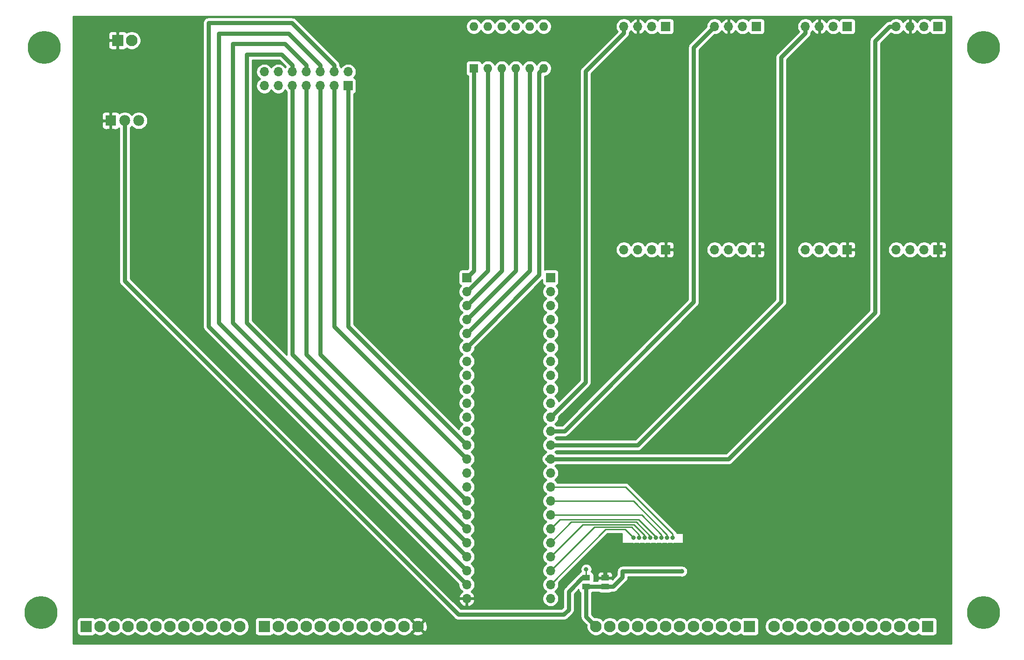
<source format=gbr>
G04 #@! TF.GenerationSoftware,KiCad,Pcbnew,(5.1.6-0-10_14)*
G04 #@! TF.CreationDate,2020-09-15T14:07:27+02:00*
G04 #@! TF.ProjectId,PM Artnet LED DMX,504d2041-7274-46e6-9574-204c45442044,rev?*
G04 #@! TF.SameCoordinates,Original*
G04 #@! TF.FileFunction,Copper,L2,Bot*
G04 #@! TF.FilePolarity,Positive*
%FSLAX46Y46*%
G04 Gerber Fmt 4.6, Leading zero omitted, Abs format (unit mm)*
G04 Created by KiCad (PCBNEW (5.1.6-0-10_14)) date 2020-09-15 14:07:27*
%MOMM*%
%LPD*%
G01*
G04 APERTURE LIST*
G04 #@! TA.AperFunction,SMDPad,CuDef*
%ADD10R,1.470000X1.020000*%
G04 #@! TD*
G04 #@! TA.AperFunction,ComponentPad*
%ADD11O,1.600000X1.600000*%
G04 #@! TD*
G04 #@! TA.AperFunction,ComponentPad*
%ADD12R,1.600000X1.600000*%
G04 #@! TD*
G04 #@! TA.AperFunction,ComponentPad*
%ADD13C,1.980000*%
G04 #@! TD*
G04 #@! TA.AperFunction,ComponentPad*
%ADD14R,1.980000X1.980000*%
G04 #@! TD*
G04 #@! TA.AperFunction,ComponentPad*
%ADD15R,1.700000X1.700000*%
G04 #@! TD*
G04 #@! TA.AperFunction,ComponentPad*
%ADD16O,1.700000X1.700000*%
G04 #@! TD*
G04 #@! TA.AperFunction,ComponentPad*
%ADD17C,2.100000*%
G04 #@! TD*
G04 #@! TA.AperFunction,ComponentPad*
%ADD18R,2.100000X2.100000*%
G04 #@! TD*
G04 #@! TA.AperFunction,ViaPad*
%ADD19C,6.000000*%
G04 #@! TD*
G04 #@! TA.AperFunction,ViaPad*
%ADD20C,0.800000*%
G04 #@! TD*
G04 #@! TA.AperFunction,Conductor*
%ADD21C,0.750000*%
G04 #@! TD*
G04 #@! TA.AperFunction,Conductor*
%ADD22C,0.250000*%
G04 #@! TD*
G04 #@! TA.AperFunction,Conductor*
%ADD23C,0.254000*%
G04 #@! TD*
G04 APERTURE END LIST*
D10*
X141351000Y-121666000D03*
X141351000Y-120066000D03*
X137922000Y-121666000D03*
X137922000Y-120066000D03*
D11*
X117475000Y-19685000D03*
X130175000Y-27305000D03*
X120015000Y-19685000D03*
X127635000Y-27305000D03*
X122555000Y-19685000D03*
X125095000Y-27305000D03*
X125095000Y-19685000D03*
X122555000Y-27305000D03*
X127635000Y-19685000D03*
X120015000Y-27305000D03*
X130175000Y-19685000D03*
D12*
X117475000Y-27305000D03*
D13*
X56535000Y-36830000D03*
X53985000Y-36830000D03*
D14*
X51435000Y-36830000D03*
D15*
X116205000Y-65405000D03*
D16*
X116205000Y-67945000D03*
X116205000Y-70485000D03*
X116205000Y-73025000D03*
X116205000Y-75565000D03*
X116205000Y-78105000D03*
X116205000Y-80645000D03*
X116205000Y-83185000D03*
X116205000Y-85725000D03*
X116205000Y-88265000D03*
X116205000Y-90805000D03*
X116205000Y-93345000D03*
X116205000Y-95885000D03*
X116205000Y-98425000D03*
X116205000Y-100965000D03*
X116205000Y-103505000D03*
X116205000Y-106045000D03*
X116205000Y-108585000D03*
X116205000Y-111125000D03*
X116205000Y-113665000D03*
X116205000Y-116205000D03*
X116205000Y-118745000D03*
X116205000Y-121285000D03*
X116205000Y-123825000D03*
D15*
X201930000Y-19685000D03*
D16*
X199390000Y-19685000D03*
X196850000Y-19685000D03*
X194310000Y-19685000D03*
D15*
X94615000Y-30480000D03*
D16*
X94615000Y-27940000D03*
X92075000Y-30480000D03*
X92075000Y-27940000D03*
X89535000Y-30480000D03*
X89535000Y-27940000D03*
X86995000Y-30480000D03*
X86995000Y-27940000D03*
X84455000Y-30480000D03*
X84455000Y-27940000D03*
X81915000Y-30480000D03*
X81915000Y-27940000D03*
X79375000Y-30480000D03*
X79375000Y-27940000D03*
D17*
X139700000Y-128905000D03*
X142240000Y-128905000D03*
X144780000Y-128905000D03*
X147320000Y-128905000D03*
X149860000Y-128905000D03*
X152400000Y-128905000D03*
X154940000Y-128905000D03*
X157480000Y-128905000D03*
X160020000Y-128905000D03*
X162560000Y-128905000D03*
X165100000Y-128905000D03*
D18*
X167640000Y-128905000D03*
X200025000Y-128905000D03*
D17*
X197485000Y-128905000D03*
X194945000Y-128905000D03*
X192405000Y-128905000D03*
X189865000Y-128905000D03*
X187325000Y-128905000D03*
X184785000Y-128905000D03*
X182245000Y-128905000D03*
X179705000Y-128905000D03*
X177165000Y-128905000D03*
X174625000Y-128905000D03*
X172085000Y-128905000D03*
D18*
X46990000Y-128905000D03*
D17*
X49530000Y-128905000D03*
X52070000Y-128905000D03*
X54610000Y-128905000D03*
X57150000Y-128905000D03*
X59690000Y-128905000D03*
X62230000Y-128905000D03*
X64770000Y-128905000D03*
X67310000Y-128905000D03*
X69850000Y-128905000D03*
X72390000Y-128905000D03*
X74930000Y-128905000D03*
X107315000Y-128905000D03*
X104775000Y-128905000D03*
X102235000Y-128905000D03*
X99695000Y-128905000D03*
X97155000Y-128905000D03*
X94615000Y-128905000D03*
X92075000Y-128905000D03*
X89535000Y-128905000D03*
X86995000Y-128905000D03*
X84455000Y-128905000D03*
X81915000Y-128905000D03*
D18*
X79375000Y-128905000D03*
X52705000Y-22225000D03*
D17*
X55245000Y-22225000D03*
D15*
X185420000Y-19685000D03*
D16*
X182880000Y-19685000D03*
X180340000Y-19685000D03*
X177800000Y-19685000D03*
D15*
X168910000Y-19685000D03*
D16*
X166370000Y-19685000D03*
X163830000Y-19685000D03*
X161290000Y-19685000D03*
D15*
X152400000Y-19685000D03*
D16*
X149860000Y-19685000D03*
X147320000Y-19685000D03*
X144780000Y-19685000D03*
X194310000Y-60325000D03*
X196850000Y-60325000D03*
X199390000Y-60325000D03*
D15*
X201930000Y-60325000D03*
D16*
X177800000Y-60325000D03*
X180340000Y-60325000D03*
X182880000Y-60325000D03*
D15*
X185420000Y-60325000D03*
D16*
X161290000Y-60325000D03*
X163830000Y-60325000D03*
X166370000Y-60325000D03*
D15*
X168910000Y-60325000D03*
D16*
X144780000Y-60325000D03*
X147320000Y-60325000D03*
X149860000Y-60325000D03*
D15*
X152400000Y-60325000D03*
D16*
X131445000Y-123825000D03*
X131445000Y-121285000D03*
X131445000Y-118745000D03*
X131445000Y-116205000D03*
X131445000Y-113665000D03*
X131445000Y-111125000D03*
X131445000Y-108585000D03*
X131445000Y-106045000D03*
X131445000Y-103505000D03*
X131445000Y-100965000D03*
X131445000Y-98425000D03*
X131445000Y-95885000D03*
X131445000Y-93345000D03*
X131445000Y-90805000D03*
X131445000Y-88265000D03*
X131445000Y-85725000D03*
X131445000Y-83185000D03*
X131445000Y-80645000D03*
X131445000Y-78105000D03*
X131445000Y-75565000D03*
X131445000Y-73025000D03*
X131445000Y-70485000D03*
X131445000Y-67945000D03*
D15*
X131445000Y-65405000D03*
D19*
X39370000Y-23495000D03*
X38735000Y-126365000D03*
X210185000Y-126365000D03*
X210185000Y-23495000D03*
D20*
X146558000Y-112776000D03*
X147574000Y-112776000D03*
X148590000Y-112776000D03*
X149606000Y-112776000D03*
X150622000Y-112776000D03*
X151638000Y-112776000D03*
X152654000Y-112776000D03*
X153670000Y-112776000D03*
X78105000Y-53340000D03*
X62230000Y-48260000D03*
X65405000Y-48260000D03*
X65405000Y-50800000D03*
X62230000Y-50800000D03*
X62230000Y-53340000D03*
X65405000Y-53340000D03*
X65405000Y-55880000D03*
X62230000Y-55880000D03*
X62230000Y-58420000D03*
X65405000Y-58420000D03*
X81280000Y-48260000D03*
X78105000Y-48260000D03*
X78105000Y-50800000D03*
X81280000Y-50800000D03*
X81280000Y-53340000D03*
X81280000Y-55880000D03*
X78105000Y-55880000D03*
X78105000Y-58420000D03*
X81280000Y-58420000D03*
X141351000Y-118491000D03*
X155321000Y-118872000D03*
X137922000Y-118491000D03*
D21*
X117475000Y-64135000D02*
X116205000Y-65405000D01*
X117475000Y-27305000D02*
X117475000Y-64135000D01*
X120015000Y-64135000D02*
X116205000Y-67945000D01*
X120015000Y-27305000D02*
X120015000Y-64135000D01*
X122555000Y-64135000D02*
X116205000Y-70485000D01*
X122555000Y-27305000D02*
X122555000Y-64135000D01*
X125095000Y-64135000D02*
X116205000Y-73025000D01*
X125095000Y-27305000D02*
X125095000Y-64135000D01*
X127635000Y-64135000D02*
X116205000Y-75565000D01*
X127635000Y-27305000D02*
X127635000Y-64135000D01*
X117054999Y-77255001D02*
X116205000Y-78105000D01*
X129375001Y-64934999D02*
X117054999Y-77255001D01*
X129375001Y-28104999D02*
X129375001Y-64934999D01*
X130175000Y-27305000D02*
X129375001Y-28104999D01*
X144780000Y-20887081D02*
X144780000Y-19685000D01*
X137795000Y-84455000D02*
X137795000Y-27872081D01*
X137795000Y-27872081D02*
X144780000Y-20887081D01*
X131445000Y-90805000D02*
X137795000Y-84455000D01*
X94615000Y-74295000D02*
X116205000Y-95885000D01*
X94615000Y-30480000D02*
X94615000Y-74295000D01*
X92075000Y-74295000D02*
X116205000Y-98425000D01*
X92075000Y-30480000D02*
X92075000Y-74295000D01*
X89535000Y-79375000D02*
X116205000Y-106045000D01*
X89535000Y-30480000D02*
X89535000Y-79375000D01*
X86995000Y-79375000D02*
X116205000Y-108585000D01*
X86995000Y-30480000D02*
X86995000Y-79375000D01*
X84455000Y-79375000D02*
X84455000Y-30480000D01*
X116205000Y-111125000D02*
X84455000Y-79375000D01*
X76200000Y-24765000D02*
X76200000Y-73660000D01*
X82482081Y-24765000D02*
X76200000Y-24765000D01*
X76200000Y-73660000D02*
X116205000Y-113665000D01*
X84455000Y-26737919D02*
X82482081Y-24765000D01*
X84455000Y-27940000D02*
X84455000Y-26737919D01*
X86995000Y-26737919D02*
X83117081Y-22860000D01*
X86995000Y-27940000D02*
X86995000Y-26737919D01*
X83117081Y-22860000D02*
X73660000Y-22860000D01*
X73660000Y-73660000D02*
X116205000Y-116205000D01*
X73660000Y-22860000D02*
X73660000Y-73660000D01*
X89535000Y-26737919D02*
X83752081Y-20955000D01*
X89535000Y-27940000D02*
X89535000Y-26737919D01*
X83752081Y-20955000D02*
X71120000Y-20955000D01*
X71120000Y-73660000D02*
X116205000Y-118745000D01*
X71120000Y-20955000D02*
X71120000Y-73660000D01*
X92075000Y-26737919D02*
X84387081Y-19050000D01*
X92075000Y-27940000D02*
X92075000Y-26737919D01*
X84387081Y-19050000D02*
X69215000Y-19050000D01*
X69215000Y-74295000D02*
X116205000Y-121285000D01*
X69215000Y-19050000D02*
X69215000Y-74295000D01*
D22*
X131445000Y-121285000D02*
X141478000Y-111252000D01*
X145034000Y-111252000D02*
X146558000Y-112776000D01*
X141478000Y-111252000D02*
X145034000Y-111252000D01*
X139388009Y-110801991D02*
X146165676Y-110801991D01*
X131445000Y-118745000D02*
X139388009Y-110801991D01*
X147574000Y-112210315D02*
X147574000Y-112776000D01*
X146165676Y-110801991D02*
X147574000Y-112210315D01*
X137298018Y-110351982D02*
X146604667Y-110351982D01*
X131445000Y-116205000D02*
X137298018Y-110351982D01*
X148590000Y-112337315D02*
X148590000Y-112776000D01*
X146604667Y-110351982D02*
X148590000Y-112337315D01*
X135208027Y-109901973D02*
X147043658Y-109901973D01*
X131445000Y-113665000D02*
X135208027Y-109901973D01*
X149606000Y-112464315D02*
X149606000Y-112776000D01*
X147043658Y-109901973D02*
X149606000Y-112464315D01*
X133118037Y-109451963D02*
X147482649Y-109451964D01*
X131445000Y-111125000D02*
X133118037Y-109451963D01*
X150622000Y-112591315D02*
X150622000Y-112776000D01*
X147482649Y-109451964D02*
X150622000Y-112591315D01*
X151638000Y-112210315D02*
X151638000Y-112776000D01*
X148012685Y-108585000D02*
X151638000Y-112210315D01*
X131445000Y-108585000D02*
X148012685Y-108585000D01*
X146488685Y-106045000D02*
X152654000Y-112210315D01*
X152654000Y-112210315D02*
X152654000Y-112776000D01*
X131445000Y-106045000D02*
X146488685Y-106045000D01*
X131445000Y-103505000D02*
X145091685Y-103505000D01*
X153670000Y-112083315D02*
X153670000Y-112776000D01*
X145091685Y-103505000D02*
X153670000Y-112083315D01*
D21*
X193107919Y-19685000D02*
X194310000Y-19685000D01*
X190500000Y-22292919D02*
X193107919Y-19685000D01*
X190500000Y-71755000D02*
X190500000Y-22292919D01*
X131445000Y-98425000D02*
X130810000Y-98425000D01*
X163830000Y-98425000D02*
X190500000Y-71755000D01*
X131445000Y-98425000D02*
X163830000Y-98425000D01*
X177800000Y-20887081D02*
X177800000Y-19685000D01*
X173355000Y-25332081D02*
X177800000Y-20887081D01*
X173355000Y-69850000D02*
X173355000Y-25332081D01*
X147320000Y-95885000D02*
X173355000Y-69850000D01*
X131445000Y-95885000D02*
X147320000Y-95885000D01*
X141351000Y-118491000D02*
X141351000Y-120066000D01*
X138430000Y-127635000D02*
X139700000Y-128905000D01*
X141351000Y-121666000D02*
X137922000Y-121666000D01*
X137922000Y-127127000D02*
X139700000Y-128905000D01*
X137922000Y-121666000D02*
X137922000Y-127127000D01*
X155321000Y-118872000D02*
X144526000Y-118872000D01*
X142836000Y-121666000D02*
X141351000Y-121666000D01*
X144526000Y-119976000D02*
X142836000Y-121666000D01*
X144526000Y-118872000D02*
X144526000Y-119976000D01*
D22*
X137922000Y-118491000D02*
X137922000Y-120066000D01*
D21*
X114681000Y-126746000D02*
X53985000Y-66050000D01*
X133858000Y-126746000D02*
X114681000Y-126746000D01*
X53985000Y-66050000D02*
X53985000Y-36830000D01*
X134747000Y-125857000D02*
X133858000Y-126746000D01*
X134747000Y-122560998D02*
X134747000Y-125857000D01*
X137241998Y-120066000D02*
X134747000Y-122560998D01*
X137922000Y-120066000D02*
X137241998Y-120066000D01*
X161290000Y-19685000D02*
X157480000Y-23495000D01*
X157480000Y-23495000D02*
X157480000Y-69850000D01*
X133985000Y-93345000D02*
X157480000Y-69850000D01*
X131445000Y-93345000D02*
X133985000Y-93345000D01*
D23*
G36*
X204343000Y-132030000D02*
G01*
X44577000Y-132030000D01*
X44577000Y-127855000D01*
X45301928Y-127855000D01*
X45301928Y-129955000D01*
X45314188Y-130079482D01*
X45350498Y-130199180D01*
X45409463Y-130309494D01*
X45488815Y-130406185D01*
X45585506Y-130485537D01*
X45695820Y-130544502D01*
X45815518Y-130580812D01*
X45940000Y-130593072D01*
X48040000Y-130593072D01*
X48164482Y-130580812D01*
X48284180Y-130544502D01*
X48394494Y-130485537D01*
X48491185Y-130406185D01*
X48570537Y-130309494D01*
X48578042Y-130295454D01*
X48731853Y-130398228D01*
X49038504Y-130525246D01*
X49364042Y-130590000D01*
X49695958Y-130590000D01*
X50021496Y-130525246D01*
X50328147Y-130398228D01*
X50604125Y-130213825D01*
X50800000Y-130017950D01*
X50995875Y-130213825D01*
X51271853Y-130398228D01*
X51578504Y-130525246D01*
X51904042Y-130590000D01*
X52235958Y-130590000D01*
X52561496Y-130525246D01*
X52868147Y-130398228D01*
X53144125Y-130213825D01*
X53340000Y-130017950D01*
X53535875Y-130213825D01*
X53811853Y-130398228D01*
X54118504Y-130525246D01*
X54444042Y-130590000D01*
X54775958Y-130590000D01*
X55101496Y-130525246D01*
X55408147Y-130398228D01*
X55684125Y-130213825D01*
X55880000Y-130017950D01*
X56075875Y-130213825D01*
X56351853Y-130398228D01*
X56658504Y-130525246D01*
X56984042Y-130590000D01*
X57315958Y-130590000D01*
X57641496Y-130525246D01*
X57948147Y-130398228D01*
X58224125Y-130213825D01*
X58420000Y-130017950D01*
X58615875Y-130213825D01*
X58891853Y-130398228D01*
X59198504Y-130525246D01*
X59524042Y-130590000D01*
X59855958Y-130590000D01*
X60181496Y-130525246D01*
X60488147Y-130398228D01*
X60764125Y-130213825D01*
X60960000Y-130017950D01*
X61155875Y-130213825D01*
X61431853Y-130398228D01*
X61738504Y-130525246D01*
X62064042Y-130590000D01*
X62395958Y-130590000D01*
X62721496Y-130525246D01*
X63028147Y-130398228D01*
X63304125Y-130213825D01*
X63500000Y-130017950D01*
X63695875Y-130213825D01*
X63971853Y-130398228D01*
X64278504Y-130525246D01*
X64604042Y-130590000D01*
X64935958Y-130590000D01*
X65261496Y-130525246D01*
X65568147Y-130398228D01*
X65844125Y-130213825D01*
X66040000Y-130017950D01*
X66235875Y-130213825D01*
X66511853Y-130398228D01*
X66818504Y-130525246D01*
X67144042Y-130590000D01*
X67475958Y-130590000D01*
X67801496Y-130525246D01*
X68108147Y-130398228D01*
X68384125Y-130213825D01*
X68580000Y-130017950D01*
X68775875Y-130213825D01*
X69051853Y-130398228D01*
X69358504Y-130525246D01*
X69684042Y-130590000D01*
X70015958Y-130590000D01*
X70341496Y-130525246D01*
X70648147Y-130398228D01*
X70924125Y-130213825D01*
X71120000Y-130017950D01*
X71315875Y-130213825D01*
X71591853Y-130398228D01*
X71898504Y-130525246D01*
X72224042Y-130590000D01*
X72555958Y-130590000D01*
X72881496Y-130525246D01*
X73188147Y-130398228D01*
X73464125Y-130213825D01*
X73660000Y-130017950D01*
X73855875Y-130213825D01*
X74131853Y-130398228D01*
X74438504Y-130525246D01*
X74764042Y-130590000D01*
X75095958Y-130590000D01*
X75421496Y-130525246D01*
X75728147Y-130398228D01*
X76004125Y-130213825D01*
X76238825Y-129979125D01*
X76423228Y-129703147D01*
X76550246Y-129396496D01*
X76615000Y-129070958D01*
X76615000Y-128739042D01*
X76550246Y-128413504D01*
X76423228Y-128106853D01*
X76254945Y-127855000D01*
X77686928Y-127855000D01*
X77686928Y-129955000D01*
X77699188Y-130079482D01*
X77735498Y-130199180D01*
X77794463Y-130309494D01*
X77873815Y-130406185D01*
X77970506Y-130485537D01*
X78080820Y-130544502D01*
X78200518Y-130580812D01*
X78325000Y-130593072D01*
X80425000Y-130593072D01*
X80549482Y-130580812D01*
X80669180Y-130544502D01*
X80779494Y-130485537D01*
X80876185Y-130406185D01*
X80955537Y-130309494D01*
X80963042Y-130295454D01*
X81116853Y-130398228D01*
X81423504Y-130525246D01*
X81749042Y-130590000D01*
X82080958Y-130590000D01*
X82406496Y-130525246D01*
X82713147Y-130398228D01*
X82989125Y-130213825D01*
X83185000Y-130017950D01*
X83380875Y-130213825D01*
X83656853Y-130398228D01*
X83963504Y-130525246D01*
X84289042Y-130590000D01*
X84620958Y-130590000D01*
X84946496Y-130525246D01*
X85253147Y-130398228D01*
X85529125Y-130213825D01*
X85725000Y-130017950D01*
X85920875Y-130213825D01*
X86196853Y-130398228D01*
X86503504Y-130525246D01*
X86829042Y-130590000D01*
X87160958Y-130590000D01*
X87486496Y-130525246D01*
X87793147Y-130398228D01*
X88069125Y-130213825D01*
X88265000Y-130017950D01*
X88460875Y-130213825D01*
X88736853Y-130398228D01*
X89043504Y-130525246D01*
X89369042Y-130590000D01*
X89700958Y-130590000D01*
X90026496Y-130525246D01*
X90333147Y-130398228D01*
X90609125Y-130213825D01*
X90805000Y-130017950D01*
X91000875Y-130213825D01*
X91276853Y-130398228D01*
X91583504Y-130525246D01*
X91909042Y-130590000D01*
X92240958Y-130590000D01*
X92566496Y-130525246D01*
X92873147Y-130398228D01*
X93149125Y-130213825D01*
X93345000Y-130017950D01*
X93540875Y-130213825D01*
X93816853Y-130398228D01*
X94123504Y-130525246D01*
X94449042Y-130590000D01*
X94780958Y-130590000D01*
X95106496Y-130525246D01*
X95413147Y-130398228D01*
X95689125Y-130213825D01*
X95885000Y-130017950D01*
X96080875Y-130213825D01*
X96356853Y-130398228D01*
X96663504Y-130525246D01*
X96989042Y-130590000D01*
X97320958Y-130590000D01*
X97646496Y-130525246D01*
X97953147Y-130398228D01*
X98229125Y-130213825D01*
X98425000Y-130017950D01*
X98620875Y-130213825D01*
X98896853Y-130398228D01*
X99203504Y-130525246D01*
X99529042Y-130590000D01*
X99860958Y-130590000D01*
X100186496Y-130525246D01*
X100493147Y-130398228D01*
X100769125Y-130213825D01*
X100965000Y-130017950D01*
X101160875Y-130213825D01*
X101436853Y-130398228D01*
X101743504Y-130525246D01*
X102069042Y-130590000D01*
X102400958Y-130590000D01*
X102726496Y-130525246D01*
X103033147Y-130398228D01*
X103309125Y-130213825D01*
X103505000Y-130017950D01*
X103700875Y-130213825D01*
X103976853Y-130398228D01*
X104283504Y-130525246D01*
X104609042Y-130590000D01*
X104940958Y-130590000D01*
X105266496Y-130525246D01*
X105573147Y-130398228D01*
X105849125Y-130213825D01*
X105986884Y-130076066D01*
X106323539Y-130076066D01*
X106425339Y-130345579D01*
X106723477Y-130491463D01*
X107044346Y-130576380D01*
X107375617Y-130597066D01*
X107704557Y-130552728D01*
X108018527Y-130445069D01*
X108204661Y-130345579D01*
X108306461Y-130076066D01*
X107315000Y-129084605D01*
X106323539Y-130076066D01*
X105986884Y-130076066D01*
X106083825Y-129979125D01*
X106140042Y-129894991D01*
X106143934Y-129896461D01*
X107135395Y-128905000D01*
X107494605Y-128905000D01*
X108486066Y-129896461D01*
X108755579Y-129794661D01*
X108901463Y-129496523D01*
X108986380Y-129175654D01*
X109007066Y-128844383D01*
X108962728Y-128515443D01*
X108855069Y-128201473D01*
X108755579Y-128015339D01*
X108486066Y-127913539D01*
X107494605Y-128905000D01*
X107135395Y-128905000D01*
X106143934Y-127913539D01*
X106140042Y-127915009D01*
X106083825Y-127830875D01*
X105986884Y-127733934D01*
X106323539Y-127733934D01*
X107315000Y-128725395D01*
X108306461Y-127733934D01*
X108204661Y-127464421D01*
X107906523Y-127318537D01*
X107585654Y-127233620D01*
X107254383Y-127212934D01*
X106925443Y-127257272D01*
X106611473Y-127364931D01*
X106425339Y-127464421D01*
X106323539Y-127733934D01*
X105986884Y-127733934D01*
X105849125Y-127596175D01*
X105573147Y-127411772D01*
X105266496Y-127284754D01*
X104940958Y-127220000D01*
X104609042Y-127220000D01*
X104283504Y-127284754D01*
X103976853Y-127411772D01*
X103700875Y-127596175D01*
X103505000Y-127792050D01*
X103309125Y-127596175D01*
X103033147Y-127411772D01*
X102726496Y-127284754D01*
X102400958Y-127220000D01*
X102069042Y-127220000D01*
X101743504Y-127284754D01*
X101436853Y-127411772D01*
X101160875Y-127596175D01*
X100965000Y-127792050D01*
X100769125Y-127596175D01*
X100493147Y-127411772D01*
X100186496Y-127284754D01*
X99860958Y-127220000D01*
X99529042Y-127220000D01*
X99203504Y-127284754D01*
X98896853Y-127411772D01*
X98620875Y-127596175D01*
X98425000Y-127792050D01*
X98229125Y-127596175D01*
X97953147Y-127411772D01*
X97646496Y-127284754D01*
X97320958Y-127220000D01*
X96989042Y-127220000D01*
X96663504Y-127284754D01*
X96356853Y-127411772D01*
X96080875Y-127596175D01*
X95885000Y-127792050D01*
X95689125Y-127596175D01*
X95413147Y-127411772D01*
X95106496Y-127284754D01*
X94780958Y-127220000D01*
X94449042Y-127220000D01*
X94123504Y-127284754D01*
X93816853Y-127411772D01*
X93540875Y-127596175D01*
X93345000Y-127792050D01*
X93149125Y-127596175D01*
X92873147Y-127411772D01*
X92566496Y-127284754D01*
X92240958Y-127220000D01*
X91909042Y-127220000D01*
X91583504Y-127284754D01*
X91276853Y-127411772D01*
X91000875Y-127596175D01*
X90805000Y-127792050D01*
X90609125Y-127596175D01*
X90333147Y-127411772D01*
X90026496Y-127284754D01*
X89700958Y-127220000D01*
X89369042Y-127220000D01*
X89043504Y-127284754D01*
X88736853Y-127411772D01*
X88460875Y-127596175D01*
X88265000Y-127792050D01*
X88069125Y-127596175D01*
X87793147Y-127411772D01*
X87486496Y-127284754D01*
X87160958Y-127220000D01*
X86829042Y-127220000D01*
X86503504Y-127284754D01*
X86196853Y-127411772D01*
X85920875Y-127596175D01*
X85725000Y-127792050D01*
X85529125Y-127596175D01*
X85253147Y-127411772D01*
X84946496Y-127284754D01*
X84620958Y-127220000D01*
X84289042Y-127220000D01*
X83963504Y-127284754D01*
X83656853Y-127411772D01*
X83380875Y-127596175D01*
X83185000Y-127792050D01*
X82989125Y-127596175D01*
X82713147Y-127411772D01*
X82406496Y-127284754D01*
X82080958Y-127220000D01*
X81749042Y-127220000D01*
X81423504Y-127284754D01*
X81116853Y-127411772D01*
X80963042Y-127514546D01*
X80955537Y-127500506D01*
X80876185Y-127403815D01*
X80779494Y-127324463D01*
X80669180Y-127265498D01*
X80549482Y-127229188D01*
X80425000Y-127216928D01*
X78325000Y-127216928D01*
X78200518Y-127229188D01*
X78080820Y-127265498D01*
X77970506Y-127324463D01*
X77873815Y-127403815D01*
X77794463Y-127500506D01*
X77735498Y-127610820D01*
X77699188Y-127730518D01*
X77686928Y-127855000D01*
X76254945Y-127855000D01*
X76238825Y-127830875D01*
X76004125Y-127596175D01*
X75728147Y-127411772D01*
X75421496Y-127284754D01*
X75095958Y-127220000D01*
X74764042Y-127220000D01*
X74438504Y-127284754D01*
X74131853Y-127411772D01*
X73855875Y-127596175D01*
X73660000Y-127792050D01*
X73464125Y-127596175D01*
X73188147Y-127411772D01*
X72881496Y-127284754D01*
X72555958Y-127220000D01*
X72224042Y-127220000D01*
X71898504Y-127284754D01*
X71591853Y-127411772D01*
X71315875Y-127596175D01*
X71120000Y-127792050D01*
X70924125Y-127596175D01*
X70648147Y-127411772D01*
X70341496Y-127284754D01*
X70015958Y-127220000D01*
X69684042Y-127220000D01*
X69358504Y-127284754D01*
X69051853Y-127411772D01*
X68775875Y-127596175D01*
X68580000Y-127792050D01*
X68384125Y-127596175D01*
X68108147Y-127411772D01*
X67801496Y-127284754D01*
X67475958Y-127220000D01*
X67144042Y-127220000D01*
X66818504Y-127284754D01*
X66511853Y-127411772D01*
X66235875Y-127596175D01*
X66040000Y-127792050D01*
X65844125Y-127596175D01*
X65568147Y-127411772D01*
X65261496Y-127284754D01*
X64935958Y-127220000D01*
X64604042Y-127220000D01*
X64278504Y-127284754D01*
X63971853Y-127411772D01*
X63695875Y-127596175D01*
X63500000Y-127792050D01*
X63304125Y-127596175D01*
X63028147Y-127411772D01*
X62721496Y-127284754D01*
X62395958Y-127220000D01*
X62064042Y-127220000D01*
X61738504Y-127284754D01*
X61431853Y-127411772D01*
X61155875Y-127596175D01*
X60960000Y-127792050D01*
X60764125Y-127596175D01*
X60488147Y-127411772D01*
X60181496Y-127284754D01*
X59855958Y-127220000D01*
X59524042Y-127220000D01*
X59198504Y-127284754D01*
X58891853Y-127411772D01*
X58615875Y-127596175D01*
X58420000Y-127792050D01*
X58224125Y-127596175D01*
X57948147Y-127411772D01*
X57641496Y-127284754D01*
X57315958Y-127220000D01*
X56984042Y-127220000D01*
X56658504Y-127284754D01*
X56351853Y-127411772D01*
X56075875Y-127596175D01*
X55880000Y-127792050D01*
X55684125Y-127596175D01*
X55408147Y-127411772D01*
X55101496Y-127284754D01*
X54775958Y-127220000D01*
X54444042Y-127220000D01*
X54118504Y-127284754D01*
X53811853Y-127411772D01*
X53535875Y-127596175D01*
X53340000Y-127792050D01*
X53144125Y-127596175D01*
X52868147Y-127411772D01*
X52561496Y-127284754D01*
X52235958Y-127220000D01*
X51904042Y-127220000D01*
X51578504Y-127284754D01*
X51271853Y-127411772D01*
X50995875Y-127596175D01*
X50800000Y-127792050D01*
X50604125Y-127596175D01*
X50328147Y-127411772D01*
X50021496Y-127284754D01*
X49695958Y-127220000D01*
X49364042Y-127220000D01*
X49038504Y-127284754D01*
X48731853Y-127411772D01*
X48578042Y-127514546D01*
X48570537Y-127500506D01*
X48491185Y-127403815D01*
X48394494Y-127324463D01*
X48284180Y-127265498D01*
X48164482Y-127229188D01*
X48040000Y-127216928D01*
X45940000Y-127216928D01*
X45815518Y-127229188D01*
X45695820Y-127265498D01*
X45585506Y-127324463D01*
X45488815Y-127403815D01*
X45409463Y-127500506D01*
X45350498Y-127610820D01*
X45314188Y-127730518D01*
X45301928Y-127855000D01*
X44577000Y-127855000D01*
X44577000Y-37820000D01*
X49806928Y-37820000D01*
X49819188Y-37944482D01*
X49855498Y-38064180D01*
X49914463Y-38174494D01*
X49993815Y-38271185D01*
X50090506Y-38350537D01*
X50200820Y-38409502D01*
X50320518Y-38445812D01*
X50445000Y-38458072D01*
X51149250Y-38455000D01*
X51308000Y-38296250D01*
X51308000Y-36957000D01*
X49968750Y-36957000D01*
X49810000Y-37115750D01*
X49806928Y-37820000D01*
X44577000Y-37820000D01*
X44577000Y-35840000D01*
X49806928Y-35840000D01*
X49810000Y-36544250D01*
X49968750Y-36703000D01*
X51308000Y-36703000D01*
X51308000Y-35363750D01*
X51562000Y-35363750D01*
X51562000Y-36703000D01*
X51582000Y-36703000D01*
X51582000Y-36957000D01*
X51562000Y-36957000D01*
X51562000Y-38296250D01*
X51720750Y-38455000D01*
X52425000Y-38458072D01*
X52549482Y-38445812D01*
X52669180Y-38409502D01*
X52779494Y-38350537D01*
X52876185Y-38271185D01*
X52955537Y-38174494D01*
X52975001Y-38138080D01*
X52975000Y-66000392D01*
X52970114Y-66050000D01*
X52989615Y-66247994D01*
X53018323Y-66342632D01*
X53047368Y-66438379D01*
X53141153Y-66613840D01*
X53267367Y-66767633D01*
X53305906Y-66799261D01*
X113931739Y-127425094D01*
X113963367Y-127463633D01*
X114117160Y-127589847D01*
X114292620Y-127683632D01*
X114483006Y-127741385D01*
X114631392Y-127756000D01*
X114631394Y-127756000D01*
X114680999Y-127760886D01*
X114730604Y-127756000D01*
X133808392Y-127756000D01*
X133858000Y-127760886D01*
X134055994Y-127741385D01*
X134080557Y-127733934D01*
X134246380Y-127683632D01*
X134421840Y-127589847D01*
X134575633Y-127463633D01*
X134607261Y-127425095D01*
X135426099Y-126606257D01*
X135464633Y-126574633D01*
X135590847Y-126420840D01*
X135684632Y-126245380D01*
X135738773Y-126066901D01*
X135742385Y-126054995D01*
X135761886Y-125857000D01*
X135757000Y-125807392D01*
X135757000Y-122979353D01*
X136549952Y-122186401D01*
X136561188Y-122300482D01*
X136597498Y-122420180D01*
X136656463Y-122530494D01*
X136735815Y-122627185D01*
X136832506Y-122706537D01*
X136912000Y-122749028D01*
X136912001Y-127077382D01*
X136907114Y-127127000D01*
X136926615Y-127324994D01*
X136984368Y-127515379D01*
X137048307Y-127635000D01*
X137078154Y-127690840D01*
X137204368Y-127844633D01*
X137242901Y-127876256D01*
X138030046Y-128663401D01*
X138015000Y-128739042D01*
X138015000Y-129070958D01*
X138079754Y-129396496D01*
X138206772Y-129703147D01*
X138391175Y-129979125D01*
X138625875Y-130213825D01*
X138901853Y-130398228D01*
X139208504Y-130525246D01*
X139534042Y-130590000D01*
X139865958Y-130590000D01*
X140191496Y-130525246D01*
X140498147Y-130398228D01*
X140774125Y-130213825D01*
X140970000Y-130017950D01*
X141165875Y-130213825D01*
X141441853Y-130398228D01*
X141748504Y-130525246D01*
X142074042Y-130590000D01*
X142405958Y-130590000D01*
X142731496Y-130525246D01*
X143038147Y-130398228D01*
X143314125Y-130213825D01*
X143510000Y-130017950D01*
X143705875Y-130213825D01*
X143981853Y-130398228D01*
X144288504Y-130525246D01*
X144614042Y-130590000D01*
X144945958Y-130590000D01*
X145271496Y-130525246D01*
X145578147Y-130398228D01*
X145854125Y-130213825D01*
X146050000Y-130017950D01*
X146245875Y-130213825D01*
X146521853Y-130398228D01*
X146828504Y-130525246D01*
X147154042Y-130590000D01*
X147485958Y-130590000D01*
X147811496Y-130525246D01*
X148118147Y-130398228D01*
X148394125Y-130213825D01*
X148590000Y-130017950D01*
X148785875Y-130213825D01*
X149061853Y-130398228D01*
X149368504Y-130525246D01*
X149694042Y-130590000D01*
X150025958Y-130590000D01*
X150351496Y-130525246D01*
X150658147Y-130398228D01*
X150934125Y-130213825D01*
X151130000Y-130017950D01*
X151325875Y-130213825D01*
X151601853Y-130398228D01*
X151908504Y-130525246D01*
X152234042Y-130590000D01*
X152565958Y-130590000D01*
X152891496Y-130525246D01*
X153198147Y-130398228D01*
X153474125Y-130213825D01*
X153670000Y-130017950D01*
X153865875Y-130213825D01*
X154141853Y-130398228D01*
X154448504Y-130525246D01*
X154774042Y-130590000D01*
X155105958Y-130590000D01*
X155431496Y-130525246D01*
X155738147Y-130398228D01*
X156014125Y-130213825D01*
X156210000Y-130017950D01*
X156405875Y-130213825D01*
X156681853Y-130398228D01*
X156988504Y-130525246D01*
X157314042Y-130590000D01*
X157645958Y-130590000D01*
X157971496Y-130525246D01*
X158278147Y-130398228D01*
X158554125Y-130213825D01*
X158750000Y-130017950D01*
X158945875Y-130213825D01*
X159221853Y-130398228D01*
X159528504Y-130525246D01*
X159854042Y-130590000D01*
X160185958Y-130590000D01*
X160511496Y-130525246D01*
X160818147Y-130398228D01*
X161094125Y-130213825D01*
X161290000Y-130017950D01*
X161485875Y-130213825D01*
X161761853Y-130398228D01*
X162068504Y-130525246D01*
X162394042Y-130590000D01*
X162725958Y-130590000D01*
X163051496Y-130525246D01*
X163358147Y-130398228D01*
X163634125Y-130213825D01*
X163830000Y-130017950D01*
X164025875Y-130213825D01*
X164301853Y-130398228D01*
X164608504Y-130525246D01*
X164934042Y-130590000D01*
X165265958Y-130590000D01*
X165591496Y-130525246D01*
X165898147Y-130398228D01*
X166051958Y-130295454D01*
X166059463Y-130309494D01*
X166138815Y-130406185D01*
X166235506Y-130485537D01*
X166345820Y-130544502D01*
X166465518Y-130580812D01*
X166590000Y-130593072D01*
X168690000Y-130593072D01*
X168814482Y-130580812D01*
X168934180Y-130544502D01*
X169044494Y-130485537D01*
X169141185Y-130406185D01*
X169220537Y-130309494D01*
X169279502Y-130199180D01*
X169315812Y-130079482D01*
X169328072Y-129955000D01*
X169328072Y-128739042D01*
X170400000Y-128739042D01*
X170400000Y-129070958D01*
X170464754Y-129396496D01*
X170591772Y-129703147D01*
X170776175Y-129979125D01*
X171010875Y-130213825D01*
X171286853Y-130398228D01*
X171593504Y-130525246D01*
X171919042Y-130590000D01*
X172250958Y-130590000D01*
X172576496Y-130525246D01*
X172883147Y-130398228D01*
X173159125Y-130213825D01*
X173355000Y-130017950D01*
X173550875Y-130213825D01*
X173826853Y-130398228D01*
X174133504Y-130525246D01*
X174459042Y-130590000D01*
X174790958Y-130590000D01*
X175116496Y-130525246D01*
X175423147Y-130398228D01*
X175699125Y-130213825D01*
X175895000Y-130017950D01*
X176090875Y-130213825D01*
X176366853Y-130398228D01*
X176673504Y-130525246D01*
X176999042Y-130590000D01*
X177330958Y-130590000D01*
X177656496Y-130525246D01*
X177963147Y-130398228D01*
X178239125Y-130213825D01*
X178435000Y-130017950D01*
X178630875Y-130213825D01*
X178906853Y-130398228D01*
X179213504Y-130525246D01*
X179539042Y-130590000D01*
X179870958Y-130590000D01*
X180196496Y-130525246D01*
X180503147Y-130398228D01*
X180779125Y-130213825D01*
X180975000Y-130017950D01*
X181170875Y-130213825D01*
X181446853Y-130398228D01*
X181753504Y-130525246D01*
X182079042Y-130590000D01*
X182410958Y-130590000D01*
X182736496Y-130525246D01*
X183043147Y-130398228D01*
X183319125Y-130213825D01*
X183515000Y-130017950D01*
X183710875Y-130213825D01*
X183986853Y-130398228D01*
X184293504Y-130525246D01*
X184619042Y-130590000D01*
X184950958Y-130590000D01*
X185276496Y-130525246D01*
X185583147Y-130398228D01*
X185859125Y-130213825D01*
X186055000Y-130017950D01*
X186250875Y-130213825D01*
X186526853Y-130398228D01*
X186833504Y-130525246D01*
X187159042Y-130590000D01*
X187490958Y-130590000D01*
X187816496Y-130525246D01*
X188123147Y-130398228D01*
X188399125Y-130213825D01*
X188595000Y-130017950D01*
X188790875Y-130213825D01*
X189066853Y-130398228D01*
X189373504Y-130525246D01*
X189699042Y-130590000D01*
X190030958Y-130590000D01*
X190356496Y-130525246D01*
X190663147Y-130398228D01*
X190939125Y-130213825D01*
X191135000Y-130017950D01*
X191330875Y-130213825D01*
X191606853Y-130398228D01*
X191913504Y-130525246D01*
X192239042Y-130590000D01*
X192570958Y-130590000D01*
X192896496Y-130525246D01*
X193203147Y-130398228D01*
X193479125Y-130213825D01*
X193675000Y-130017950D01*
X193870875Y-130213825D01*
X194146853Y-130398228D01*
X194453504Y-130525246D01*
X194779042Y-130590000D01*
X195110958Y-130590000D01*
X195436496Y-130525246D01*
X195743147Y-130398228D01*
X196019125Y-130213825D01*
X196215000Y-130017950D01*
X196410875Y-130213825D01*
X196686853Y-130398228D01*
X196993504Y-130525246D01*
X197319042Y-130590000D01*
X197650958Y-130590000D01*
X197976496Y-130525246D01*
X198283147Y-130398228D01*
X198436958Y-130295454D01*
X198444463Y-130309494D01*
X198523815Y-130406185D01*
X198620506Y-130485537D01*
X198730820Y-130544502D01*
X198850518Y-130580812D01*
X198975000Y-130593072D01*
X201075000Y-130593072D01*
X201199482Y-130580812D01*
X201319180Y-130544502D01*
X201429494Y-130485537D01*
X201526185Y-130406185D01*
X201605537Y-130309494D01*
X201664502Y-130199180D01*
X201700812Y-130079482D01*
X201713072Y-129955000D01*
X201713072Y-127855000D01*
X201700812Y-127730518D01*
X201664502Y-127610820D01*
X201605537Y-127500506D01*
X201526185Y-127403815D01*
X201429494Y-127324463D01*
X201319180Y-127265498D01*
X201199482Y-127229188D01*
X201075000Y-127216928D01*
X198975000Y-127216928D01*
X198850518Y-127229188D01*
X198730820Y-127265498D01*
X198620506Y-127324463D01*
X198523815Y-127403815D01*
X198444463Y-127500506D01*
X198436958Y-127514546D01*
X198283147Y-127411772D01*
X197976496Y-127284754D01*
X197650958Y-127220000D01*
X197319042Y-127220000D01*
X196993504Y-127284754D01*
X196686853Y-127411772D01*
X196410875Y-127596175D01*
X196215000Y-127792050D01*
X196019125Y-127596175D01*
X195743147Y-127411772D01*
X195436496Y-127284754D01*
X195110958Y-127220000D01*
X194779042Y-127220000D01*
X194453504Y-127284754D01*
X194146853Y-127411772D01*
X193870875Y-127596175D01*
X193675000Y-127792050D01*
X193479125Y-127596175D01*
X193203147Y-127411772D01*
X192896496Y-127284754D01*
X192570958Y-127220000D01*
X192239042Y-127220000D01*
X191913504Y-127284754D01*
X191606853Y-127411772D01*
X191330875Y-127596175D01*
X191135000Y-127792050D01*
X190939125Y-127596175D01*
X190663147Y-127411772D01*
X190356496Y-127284754D01*
X190030958Y-127220000D01*
X189699042Y-127220000D01*
X189373504Y-127284754D01*
X189066853Y-127411772D01*
X188790875Y-127596175D01*
X188595000Y-127792050D01*
X188399125Y-127596175D01*
X188123147Y-127411772D01*
X187816496Y-127284754D01*
X187490958Y-127220000D01*
X187159042Y-127220000D01*
X186833504Y-127284754D01*
X186526853Y-127411772D01*
X186250875Y-127596175D01*
X186055000Y-127792050D01*
X185859125Y-127596175D01*
X185583147Y-127411772D01*
X185276496Y-127284754D01*
X184950958Y-127220000D01*
X184619042Y-127220000D01*
X184293504Y-127284754D01*
X183986853Y-127411772D01*
X183710875Y-127596175D01*
X183515000Y-127792050D01*
X183319125Y-127596175D01*
X183043147Y-127411772D01*
X182736496Y-127284754D01*
X182410958Y-127220000D01*
X182079042Y-127220000D01*
X181753504Y-127284754D01*
X181446853Y-127411772D01*
X181170875Y-127596175D01*
X180975000Y-127792050D01*
X180779125Y-127596175D01*
X180503147Y-127411772D01*
X180196496Y-127284754D01*
X179870958Y-127220000D01*
X179539042Y-127220000D01*
X179213504Y-127284754D01*
X178906853Y-127411772D01*
X178630875Y-127596175D01*
X178435000Y-127792050D01*
X178239125Y-127596175D01*
X177963147Y-127411772D01*
X177656496Y-127284754D01*
X177330958Y-127220000D01*
X176999042Y-127220000D01*
X176673504Y-127284754D01*
X176366853Y-127411772D01*
X176090875Y-127596175D01*
X175895000Y-127792050D01*
X175699125Y-127596175D01*
X175423147Y-127411772D01*
X175116496Y-127284754D01*
X174790958Y-127220000D01*
X174459042Y-127220000D01*
X174133504Y-127284754D01*
X173826853Y-127411772D01*
X173550875Y-127596175D01*
X173355000Y-127792050D01*
X173159125Y-127596175D01*
X172883147Y-127411772D01*
X172576496Y-127284754D01*
X172250958Y-127220000D01*
X171919042Y-127220000D01*
X171593504Y-127284754D01*
X171286853Y-127411772D01*
X171010875Y-127596175D01*
X170776175Y-127830875D01*
X170591772Y-128106853D01*
X170464754Y-128413504D01*
X170400000Y-128739042D01*
X169328072Y-128739042D01*
X169328072Y-127855000D01*
X169315812Y-127730518D01*
X169279502Y-127610820D01*
X169220537Y-127500506D01*
X169141185Y-127403815D01*
X169044494Y-127324463D01*
X168934180Y-127265498D01*
X168814482Y-127229188D01*
X168690000Y-127216928D01*
X166590000Y-127216928D01*
X166465518Y-127229188D01*
X166345820Y-127265498D01*
X166235506Y-127324463D01*
X166138815Y-127403815D01*
X166059463Y-127500506D01*
X166051958Y-127514546D01*
X165898147Y-127411772D01*
X165591496Y-127284754D01*
X165265958Y-127220000D01*
X164934042Y-127220000D01*
X164608504Y-127284754D01*
X164301853Y-127411772D01*
X164025875Y-127596175D01*
X163830000Y-127792050D01*
X163634125Y-127596175D01*
X163358147Y-127411772D01*
X163051496Y-127284754D01*
X162725958Y-127220000D01*
X162394042Y-127220000D01*
X162068504Y-127284754D01*
X161761853Y-127411772D01*
X161485875Y-127596175D01*
X161290000Y-127792050D01*
X161094125Y-127596175D01*
X160818147Y-127411772D01*
X160511496Y-127284754D01*
X160185958Y-127220000D01*
X159854042Y-127220000D01*
X159528504Y-127284754D01*
X159221853Y-127411772D01*
X158945875Y-127596175D01*
X158750000Y-127792050D01*
X158554125Y-127596175D01*
X158278147Y-127411772D01*
X157971496Y-127284754D01*
X157645958Y-127220000D01*
X157314042Y-127220000D01*
X156988504Y-127284754D01*
X156681853Y-127411772D01*
X156405875Y-127596175D01*
X156210000Y-127792050D01*
X156014125Y-127596175D01*
X155738147Y-127411772D01*
X155431496Y-127284754D01*
X155105958Y-127220000D01*
X154774042Y-127220000D01*
X154448504Y-127284754D01*
X154141853Y-127411772D01*
X153865875Y-127596175D01*
X153670000Y-127792050D01*
X153474125Y-127596175D01*
X153198147Y-127411772D01*
X152891496Y-127284754D01*
X152565958Y-127220000D01*
X152234042Y-127220000D01*
X151908504Y-127284754D01*
X151601853Y-127411772D01*
X151325875Y-127596175D01*
X151130000Y-127792050D01*
X150934125Y-127596175D01*
X150658147Y-127411772D01*
X150351496Y-127284754D01*
X150025958Y-127220000D01*
X149694042Y-127220000D01*
X149368504Y-127284754D01*
X149061853Y-127411772D01*
X148785875Y-127596175D01*
X148590000Y-127792050D01*
X148394125Y-127596175D01*
X148118147Y-127411772D01*
X147811496Y-127284754D01*
X147485958Y-127220000D01*
X147154042Y-127220000D01*
X146828504Y-127284754D01*
X146521853Y-127411772D01*
X146245875Y-127596175D01*
X146050000Y-127792050D01*
X145854125Y-127596175D01*
X145578147Y-127411772D01*
X145271496Y-127284754D01*
X144945958Y-127220000D01*
X144614042Y-127220000D01*
X144288504Y-127284754D01*
X143981853Y-127411772D01*
X143705875Y-127596175D01*
X143510000Y-127792050D01*
X143314125Y-127596175D01*
X143038147Y-127411772D01*
X142731496Y-127284754D01*
X142405958Y-127220000D01*
X142074042Y-127220000D01*
X141748504Y-127284754D01*
X141441853Y-127411772D01*
X141165875Y-127596175D01*
X140970000Y-127792050D01*
X140774125Y-127596175D01*
X140498147Y-127411772D01*
X140191496Y-127284754D01*
X139865958Y-127220000D01*
X139534042Y-127220000D01*
X139458401Y-127235046D01*
X138932000Y-126708645D01*
X138932000Y-122749028D01*
X139011494Y-122706537D01*
X139048704Y-122676000D01*
X140224296Y-122676000D01*
X140261506Y-122706537D01*
X140371820Y-122765502D01*
X140491518Y-122801812D01*
X140616000Y-122814072D01*
X142086000Y-122814072D01*
X142210482Y-122801812D01*
X142330180Y-122765502D01*
X142440494Y-122706537D01*
X142477704Y-122676000D01*
X142786392Y-122676000D01*
X142836000Y-122680886D01*
X142931043Y-122671525D01*
X143033994Y-122661385D01*
X143224380Y-122603632D01*
X143399840Y-122509847D01*
X143553633Y-122383633D01*
X143585261Y-122345094D01*
X145205099Y-120725256D01*
X145243633Y-120693633D01*
X145369847Y-120539840D01*
X145463632Y-120364380D01*
X145471523Y-120338368D01*
X145521385Y-120173995D01*
X145540886Y-119976000D01*
X145536000Y-119926392D01*
X145536000Y-119882000D01*
X155093377Y-119882000D01*
X155219061Y-119907000D01*
X155422939Y-119907000D01*
X155622898Y-119867226D01*
X155811256Y-119789205D01*
X155980774Y-119675937D01*
X156124937Y-119531774D01*
X156238205Y-119362256D01*
X156316226Y-119173898D01*
X156356000Y-118973939D01*
X156356000Y-118770061D01*
X156316226Y-118570102D01*
X156238205Y-118381744D01*
X156124937Y-118212226D01*
X155980774Y-118068063D01*
X155811256Y-117954795D01*
X155622898Y-117876774D01*
X155422939Y-117837000D01*
X155219061Y-117837000D01*
X155093377Y-117862000D01*
X144575607Y-117862000D01*
X144526000Y-117857114D01*
X144476392Y-117862000D01*
X144328006Y-117876615D01*
X144137620Y-117934368D01*
X143962160Y-118028153D01*
X143808367Y-118154367D01*
X143682153Y-118308160D01*
X143588368Y-118483620D01*
X143530615Y-118674006D01*
X143511114Y-118872000D01*
X143516000Y-118921608D01*
X143516001Y-119557644D01*
X142721012Y-120352633D01*
X142721000Y-120351750D01*
X142562250Y-120193000D01*
X141478000Y-120193000D01*
X141478000Y-120213000D01*
X141224000Y-120213000D01*
X141224000Y-120193000D01*
X140139750Y-120193000D01*
X139981000Y-120351750D01*
X139977928Y-120576000D01*
X139985807Y-120656000D01*
X139287193Y-120656000D01*
X139295072Y-120576000D01*
X139295072Y-119556000D01*
X139977928Y-119556000D01*
X139981000Y-119780250D01*
X140139750Y-119939000D01*
X141224000Y-119939000D01*
X141224000Y-119079750D01*
X141478000Y-119079750D01*
X141478000Y-119939000D01*
X142562250Y-119939000D01*
X142721000Y-119780250D01*
X142724072Y-119556000D01*
X142711812Y-119431518D01*
X142675502Y-119311820D01*
X142616537Y-119201506D01*
X142537185Y-119104815D01*
X142440494Y-119025463D01*
X142330180Y-118966498D01*
X142210482Y-118930188D01*
X142086000Y-118917928D01*
X141636750Y-118921000D01*
X141478000Y-119079750D01*
X141224000Y-119079750D01*
X141065250Y-118921000D01*
X140616000Y-118917928D01*
X140491518Y-118930188D01*
X140371820Y-118966498D01*
X140261506Y-119025463D01*
X140164815Y-119104815D01*
X140085463Y-119201506D01*
X140026498Y-119311820D01*
X139990188Y-119431518D01*
X139977928Y-119556000D01*
X139295072Y-119556000D01*
X139282812Y-119431518D01*
X139246502Y-119311820D01*
X139187537Y-119201506D01*
X139108185Y-119104815D01*
X139011494Y-119025463D01*
X138901180Y-118966498D01*
X138851554Y-118951444D01*
X138917226Y-118792898D01*
X138957000Y-118592939D01*
X138957000Y-118389061D01*
X138917226Y-118189102D01*
X138839205Y-118000744D01*
X138725937Y-117831226D01*
X138581774Y-117687063D01*
X138412256Y-117573795D01*
X138223898Y-117495774D01*
X138023939Y-117456000D01*
X137820061Y-117456000D01*
X137620102Y-117495774D01*
X137431744Y-117573795D01*
X137262226Y-117687063D01*
X137118063Y-117831226D01*
X137004795Y-118000744D01*
X136926774Y-118189102D01*
X136887000Y-118389061D01*
X136887000Y-118592939D01*
X136926774Y-118792898D01*
X136992446Y-118951444D01*
X136942820Y-118966498D01*
X136832506Y-119025463D01*
X136735815Y-119104815D01*
X136656463Y-119201506D01*
X136619848Y-119270006D01*
X136524365Y-119348367D01*
X136492737Y-119386906D01*
X134067906Y-121811737D01*
X134029367Y-121843365D01*
X133903153Y-121997158D01*
X133832765Y-122128846D01*
X133809368Y-122172619D01*
X133751615Y-122363004D01*
X133732114Y-122560998D01*
X133737000Y-122610606D01*
X133737001Y-125438643D01*
X133439645Y-125736000D01*
X115099355Y-125736000D01*
X113545245Y-124181890D01*
X114763524Y-124181890D01*
X114808175Y-124329099D01*
X114933359Y-124591920D01*
X115107412Y-124825269D01*
X115323645Y-125020178D01*
X115573748Y-125169157D01*
X115848109Y-125266481D01*
X116078000Y-125145814D01*
X116078000Y-123952000D01*
X116332000Y-123952000D01*
X116332000Y-125145814D01*
X116561891Y-125266481D01*
X116836252Y-125169157D01*
X117086355Y-125020178D01*
X117302588Y-124825269D01*
X117476641Y-124591920D01*
X117601825Y-124329099D01*
X117646476Y-124181890D01*
X117525155Y-123952000D01*
X116332000Y-123952000D01*
X116078000Y-123952000D01*
X114884845Y-123952000D01*
X114763524Y-124181890D01*
X113545245Y-124181890D01*
X54995000Y-65631645D01*
X54995000Y-38109511D01*
X55020877Y-38092220D01*
X55247220Y-37865877D01*
X55260000Y-37846750D01*
X55272780Y-37865877D01*
X55499123Y-38092220D01*
X55765274Y-38270057D01*
X56061005Y-38392552D01*
X56374951Y-38455000D01*
X56695049Y-38455000D01*
X57008995Y-38392552D01*
X57304726Y-38270057D01*
X57570877Y-38092220D01*
X57797220Y-37865877D01*
X57975057Y-37599726D01*
X58097552Y-37303995D01*
X58160000Y-36990049D01*
X58160000Y-36669951D01*
X58097552Y-36356005D01*
X57975057Y-36060274D01*
X57797220Y-35794123D01*
X57570877Y-35567780D01*
X57304726Y-35389943D01*
X57008995Y-35267448D01*
X56695049Y-35205000D01*
X56374951Y-35205000D01*
X56061005Y-35267448D01*
X55765274Y-35389943D01*
X55499123Y-35567780D01*
X55272780Y-35794123D01*
X55260000Y-35813250D01*
X55247220Y-35794123D01*
X55020877Y-35567780D01*
X54754726Y-35389943D01*
X54458995Y-35267448D01*
X54145049Y-35205000D01*
X53824951Y-35205000D01*
X53511005Y-35267448D01*
X53215274Y-35389943D01*
X52986253Y-35542971D01*
X52955537Y-35485506D01*
X52876185Y-35388815D01*
X52779494Y-35309463D01*
X52669180Y-35250498D01*
X52549482Y-35214188D01*
X52425000Y-35201928D01*
X51720750Y-35205000D01*
X51562000Y-35363750D01*
X51308000Y-35363750D01*
X51149250Y-35205000D01*
X50445000Y-35201928D01*
X50320518Y-35214188D01*
X50200820Y-35250498D01*
X50090506Y-35309463D01*
X49993815Y-35388815D01*
X49914463Y-35485506D01*
X49855498Y-35595820D01*
X49819188Y-35715518D01*
X49806928Y-35840000D01*
X44577000Y-35840000D01*
X44577000Y-23275000D01*
X51016928Y-23275000D01*
X51029188Y-23399482D01*
X51065498Y-23519180D01*
X51124463Y-23629494D01*
X51203815Y-23726185D01*
X51300506Y-23805537D01*
X51410820Y-23864502D01*
X51530518Y-23900812D01*
X51655000Y-23913072D01*
X52419250Y-23910000D01*
X52578000Y-23751250D01*
X52578000Y-22352000D01*
X51178750Y-22352000D01*
X51020000Y-22510750D01*
X51016928Y-23275000D01*
X44577000Y-23275000D01*
X44577000Y-21175000D01*
X51016928Y-21175000D01*
X51020000Y-21939250D01*
X51178750Y-22098000D01*
X52578000Y-22098000D01*
X52578000Y-20698750D01*
X52832000Y-20698750D01*
X52832000Y-22098000D01*
X52852000Y-22098000D01*
X52852000Y-22352000D01*
X52832000Y-22352000D01*
X52832000Y-23751250D01*
X52990750Y-23910000D01*
X53755000Y-23913072D01*
X53879482Y-23900812D01*
X53999180Y-23864502D01*
X54109494Y-23805537D01*
X54206185Y-23726185D01*
X54285537Y-23629494D01*
X54293042Y-23615454D01*
X54446853Y-23718228D01*
X54753504Y-23845246D01*
X55079042Y-23910000D01*
X55410958Y-23910000D01*
X55736496Y-23845246D01*
X56043147Y-23718228D01*
X56319125Y-23533825D01*
X56553825Y-23299125D01*
X56738228Y-23023147D01*
X56865246Y-22716496D01*
X56930000Y-22390958D01*
X56930000Y-22059042D01*
X56865246Y-21733504D01*
X56738228Y-21426853D01*
X56553825Y-21150875D01*
X56319125Y-20916175D01*
X56043147Y-20731772D01*
X55736496Y-20604754D01*
X55410958Y-20540000D01*
X55079042Y-20540000D01*
X54753504Y-20604754D01*
X54446853Y-20731772D01*
X54293042Y-20834546D01*
X54285537Y-20820506D01*
X54206185Y-20723815D01*
X54109494Y-20644463D01*
X53999180Y-20585498D01*
X53879482Y-20549188D01*
X53755000Y-20536928D01*
X52990750Y-20540000D01*
X52832000Y-20698750D01*
X52578000Y-20698750D01*
X52419250Y-20540000D01*
X51655000Y-20536928D01*
X51530518Y-20549188D01*
X51410820Y-20585498D01*
X51300506Y-20644463D01*
X51203815Y-20723815D01*
X51124463Y-20820506D01*
X51065498Y-20930820D01*
X51029188Y-21050518D01*
X51016928Y-21175000D01*
X44577000Y-21175000D01*
X44577000Y-19050000D01*
X68200114Y-19050000D01*
X68205000Y-19099608D01*
X68205001Y-74245382D01*
X68200114Y-74295000D01*
X68219615Y-74492994D01*
X68277368Y-74683379D01*
X68277369Y-74683380D01*
X68371154Y-74858840D01*
X68497368Y-75012633D01*
X68535901Y-75044256D01*
X114720000Y-121228355D01*
X114720000Y-121431260D01*
X114777068Y-121718158D01*
X114889010Y-121988411D01*
X115051525Y-122231632D01*
X115258368Y-122438475D01*
X115440534Y-122560195D01*
X115323645Y-122629822D01*
X115107412Y-122824731D01*
X114933359Y-123058080D01*
X114808175Y-123320901D01*
X114763524Y-123468110D01*
X114884845Y-123698000D01*
X116078000Y-123698000D01*
X116078000Y-123678000D01*
X116332000Y-123678000D01*
X116332000Y-123698000D01*
X117525155Y-123698000D01*
X117646476Y-123468110D01*
X117601825Y-123320901D01*
X117476641Y-123058080D01*
X117302588Y-122824731D01*
X117086355Y-122629822D01*
X116969466Y-122560195D01*
X117151632Y-122438475D01*
X117358475Y-122231632D01*
X117520990Y-121988411D01*
X117632932Y-121718158D01*
X117690000Y-121431260D01*
X117690000Y-121138740D01*
X117632932Y-120851842D01*
X117520990Y-120581589D01*
X117358475Y-120338368D01*
X117151632Y-120131525D01*
X116977240Y-120015000D01*
X117151632Y-119898475D01*
X117358475Y-119691632D01*
X117520990Y-119448411D01*
X117632932Y-119178158D01*
X117690000Y-118891260D01*
X117690000Y-118598740D01*
X117632932Y-118311842D01*
X117520990Y-118041589D01*
X117358475Y-117798368D01*
X117151632Y-117591525D01*
X116977240Y-117475000D01*
X117151632Y-117358475D01*
X117358475Y-117151632D01*
X117520990Y-116908411D01*
X117632932Y-116638158D01*
X117690000Y-116351260D01*
X117690000Y-116058740D01*
X117632932Y-115771842D01*
X117520990Y-115501589D01*
X117358475Y-115258368D01*
X117151632Y-115051525D01*
X116977240Y-114935000D01*
X117151632Y-114818475D01*
X117358475Y-114611632D01*
X117520990Y-114368411D01*
X117632932Y-114098158D01*
X117690000Y-113811260D01*
X117690000Y-113518740D01*
X117632932Y-113231842D01*
X117520990Y-112961589D01*
X117358475Y-112718368D01*
X117151632Y-112511525D01*
X116977240Y-112395000D01*
X117151632Y-112278475D01*
X117358475Y-112071632D01*
X117520990Y-111828411D01*
X117632932Y-111558158D01*
X117690000Y-111271260D01*
X117690000Y-110978740D01*
X117632932Y-110691842D01*
X117520990Y-110421589D01*
X117358475Y-110178368D01*
X117151632Y-109971525D01*
X116977240Y-109855000D01*
X117151632Y-109738475D01*
X117358475Y-109531632D01*
X117520990Y-109288411D01*
X117632932Y-109018158D01*
X117690000Y-108731260D01*
X117690000Y-108438740D01*
X117632932Y-108151842D01*
X117520990Y-107881589D01*
X117358475Y-107638368D01*
X117151632Y-107431525D01*
X116977240Y-107315000D01*
X117151632Y-107198475D01*
X117358475Y-106991632D01*
X117520990Y-106748411D01*
X117632932Y-106478158D01*
X117690000Y-106191260D01*
X117690000Y-105898740D01*
X117632932Y-105611842D01*
X117520990Y-105341589D01*
X117358475Y-105098368D01*
X117151632Y-104891525D01*
X116977240Y-104775000D01*
X117151632Y-104658475D01*
X117358475Y-104451632D01*
X117520990Y-104208411D01*
X117632932Y-103938158D01*
X117690000Y-103651260D01*
X117690000Y-103358740D01*
X117632932Y-103071842D01*
X117520990Y-102801589D01*
X117358475Y-102558368D01*
X117151632Y-102351525D01*
X116977240Y-102235000D01*
X117151632Y-102118475D01*
X117358475Y-101911632D01*
X117520990Y-101668411D01*
X117632932Y-101398158D01*
X117690000Y-101111260D01*
X117690000Y-100818740D01*
X117632932Y-100531842D01*
X117520990Y-100261589D01*
X117358475Y-100018368D01*
X117151632Y-99811525D01*
X116977240Y-99695000D01*
X117151632Y-99578475D01*
X117358475Y-99371632D01*
X117520990Y-99128411D01*
X117632932Y-98858158D01*
X117690000Y-98571260D01*
X117690000Y-98278740D01*
X117632932Y-97991842D01*
X117520990Y-97721589D01*
X117358475Y-97478368D01*
X117151632Y-97271525D01*
X116977240Y-97155000D01*
X117151632Y-97038475D01*
X117358475Y-96831632D01*
X117520990Y-96588411D01*
X117632932Y-96318158D01*
X117690000Y-96031260D01*
X117690000Y-95738740D01*
X117632932Y-95451842D01*
X117520990Y-95181589D01*
X117358475Y-94938368D01*
X117151632Y-94731525D01*
X116977240Y-94615000D01*
X117151632Y-94498475D01*
X117358475Y-94291632D01*
X117520990Y-94048411D01*
X117632932Y-93778158D01*
X117690000Y-93491260D01*
X117690000Y-93198740D01*
X117632932Y-92911842D01*
X117520990Y-92641589D01*
X117358475Y-92398368D01*
X117151632Y-92191525D01*
X116977240Y-92075000D01*
X117151632Y-91958475D01*
X117358475Y-91751632D01*
X117520990Y-91508411D01*
X117632932Y-91238158D01*
X117690000Y-90951260D01*
X117690000Y-90658740D01*
X117632932Y-90371842D01*
X117520990Y-90101589D01*
X117358475Y-89858368D01*
X117151632Y-89651525D01*
X116977240Y-89535000D01*
X117151632Y-89418475D01*
X117358475Y-89211632D01*
X117520990Y-88968411D01*
X117632932Y-88698158D01*
X117690000Y-88411260D01*
X117690000Y-88118740D01*
X117632932Y-87831842D01*
X117520990Y-87561589D01*
X117358475Y-87318368D01*
X117151632Y-87111525D01*
X116977240Y-86995000D01*
X117151632Y-86878475D01*
X117358475Y-86671632D01*
X117520990Y-86428411D01*
X117632932Y-86158158D01*
X117690000Y-85871260D01*
X117690000Y-85578740D01*
X117632932Y-85291842D01*
X117520990Y-85021589D01*
X117358475Y-84778368D01*
X117151632Y-84571525D01*
X116977240Y-84455000D01*
X117151632Y-84338475D01*
X117358475Y-84131632D01*
X117520990Y-83888411D01*
X117632932Y-83618158D01*
X117690000Y-83331260D01*
X117690000Y-83038740D01*
X117632932Y-82751842D01*
X117520990Y-82481589D01*
X117358475Y-82238368D01*
X117151632Y-82031525D01*
X116977240Y-81915000D01*
X117151632Y-81798475D01*
X117358475Y-81591632D01*
X117520990Y-81348411D01*
X117632932Y-81078158D01*
X117690000Y-80791260D01*
X117690000Y-80498740D01*
X117632932Y-80211842D01*
X117520990Y-79941589D01*
X117358475Y-79698368D01*
X117151632Y-79491525D01*
X116977240Y-79375000D01*
X117151632Y-79258475D01*
X117358475Y-79051632D01*
X117520990Y-78808411D01*
X117632932Y-78538158D01*
X117690000Y-78251260D01*
X117690000Y-78048355D01*
X117804254Y-77934101D01*
X129956928Y-65781428D01*
X129956928Y-66255000D01*
X129969188Y-66379482D01*
X130005498Y-66499180D01*
X130064463Y-66609494D01*
X130143815Y-66706185D01*
X130240506Y-66785537D01*
X130350820Y-66844502D01*
X130423380Y-66866513D01*
X130291525Y-66998368D01*
X130129010Y-67241589D01*
X130017068Y-67511842D01*
X129960000Y-67798740D01*
X129960000Y-68091260D01*
X130017068Y-68378158D01*
X130129010Y-68648411D01*
X130291525Y-68891632D01*
X130498368Y-69098475D01*
X130672760Y-69215000D01*
X130498368Y-69331525D01*
X130291525Y-69538368D01*
X130129010Y-69781589D01*
X130017068Y-70051842D01*
X129960000Y-70338740D01*
X129960000Y-70631260D01*
X130017068Y-70918158D01*
X130129010Y-71188411D01*
X130291525Y-71431632D01*
X130498368Y-71638475D01*
X130672760Y-71755000D01*
X130498368Y-71871525D01*
X130291525Y-72078368D01*
X130129010Y-72321589D01*
X130017068Y-72591842D01*
X129960000Y-72878740D01*
X129960000Y-73171260D01*
X130017068Y-73458158D01*
X130129010Y-73728411D01*
X130291525Y-73971632D01*
X130498368Y-74178475D01*
X130672760Y-74295000D01*
X130498368Y-74411525D01*
X130291525Y-74618368D01*
X130129010Y-74861589D01*
X130017068Y-75131842D01*
X129960000Y-75418740D01*
X129960000Y-75711260D01*
X130017068Y-75998158D01*
X130129010Y-76268411D01*
X130291525Y-76511632D01*
X130498368Y-76718475D01*
X130672760Y-76835000D01*
X130498368Y-76951525D01*
X130291525Y-77158368D01*
X130129010Y-77401589D01*
X130017068Y-77671842D01*
X129960000Y-77958740D01*
X129960000Y-78251260D01*
X130017068Y-78538158D01*
X130129010Y-78808411D01*
X130291525Y-79051632D01*
X130498368Y-79258475D01*
X130672760Y-79375000D01*
X130498368Y-79491525D01*
X130291525Y-79698368D01*
X130129010Y-79941589D01*
X130017068Y-80211842D01*
X129960000Y-80498740D01*
X129960000Y-80791260D01*
X130017068Y-81078158D01*
X130129010Y-81348411D01*
X130291525Y-81591632D01*
X130498368Y-81798475D01*
X130672760Y-81915000D01*
X130498368Y-82031525D01*
X130291525Y-82238368D01*
X130129010Y-82481589D01*
X130017068Y-82751842D01*
X129960000Y-83038740D01*
X129960000Y-83331260D01*
X130017068Y-83618158D01*
X130129010Y-83888411D01*
X130291525Y-84131632D01*
X130498368Y-84338475D01*
X130672760Y-84455000D01*
X130498368Y-84571525D01*
X130291525Y-84778368D01*
X130129010Y-85021589D01*
X130017068Y-85291842D01*
X129960000Y-85578740D01*
X129960000Y-85871260D01*
X130017068Y-86158158D01*
X130129010Y-86428411D01*
X130291525Y-86671632D01*
X130498368Y-86878475D01*
X130672760Y-86995000D01*
X130498368Y-87111525D01*
X130291525Y-87318368D01*
X130129010Y-87561589D01*
X130017068Y-87831842D01*
X129960000Y-88118740D01*
X129960000Y-88411260D01*
X130017068Y-88698158D01*
X130129010Y-88968411D01*
X130291525Y-89211632D01*
X130498368Y-89418475D01*
X130672760Y-89535000D01*
X130498368Y-89651525D01*
X130291525Y-89858368D01*
X130129010Y-90101589D01*
X130017068Y-90371842D01*
X129960000Y-90658740D01*
X129960000Y-90951260D01*
X130017068Y-91238158D01*
X130129010Y-91508411D01*
X130291525Y-91751632D01*
X130498368Y-91958475D01*
X130672760Y-92075000D01*
X130498368Y-92191525D01*
X130291525Y-92398368D01*
X130129010Y-92641589D01*
X130017068Y-92911842D01*
X129960000Y-93198740D01*
X129960000Y-93491260D01*
X130017068Y-93778158D01*
X130129010Y-94048411D01*
X130291525Y-94291632D01*
X130498368Y-94498475D01*
X130672760Y-94615000D01*
X130498368Y-94731525D01*
X130291525Y-94938368D01*
X130129010Y-95181589D01*
X130017068Y-95451842D01*
X129960000Y-95738740D01*
X129960000Y-96031260D01*
X130017068Y-96318158D01*
X130129010Y-96588411D01*
X130291525Y-96831632D01*
X130498368Y-97038475D01*
X130672760Y-97155000D01*
X130498368Y-97271525D01*
X130291525Y-97478368D01*
X130194540Y-97623516D01*
X130092367Y-97707367D01*
X129966153Y-97861160D01*
X129872368Y-98036620D01*
X129814615Y-98227006D01*
X129795114Y-98425000D01*
X129814615Y-98622994D01*
X129872368Y-98813380D01*
X129966153Y-98988840D01*
X130092367Y-99142633D01*
X130194540Y-99226484D01*
X130291525Y-99371632D01*
X130498368Y-99578475D01*
X130672760Y-99695000D01*
X130498368Y-99811525D01*
X130291525Y-100018368D01*
X130129010Y-100261589D01*
X130017068Y-100531842D01*
X129960000Y-100818740D01*
X129960000Y-101111260D01*
X130017068Y-101398158D01*
X130129010Y-101668411D01*
X130291525Y-101911632D01*
X130498368Y-102118475D01*
X130672760Y-102235000D01*
X130498368Y-102351525D01*
X130291525Y-102558368D01*
X130129010Y-102801589D01*
X130017068Y-103071842D01*
X129960000Y-103358740D01*
X129960000Y-103651260D01*
X130017068Y-103938158D01*
X130129010Y-104208411D01*
X130291525Y-104451632D01*
X130498368Y-104658475D01*
X130672760Y-104775000D01*
X130498368Y-104891525D01*
X130291525Y-105098368D01*
X130129010Y-105341589D01*
X130017068Y-105611842D01*
X129960000Y-105898740D01*
X129960000Y-106191260D01*
X130017068Y-106478158D01*
X130129010Y-106748411D01*
X130291525Y-106991632D01*
X130498368Y-107198475D01*
X130672760Y-107315000D01*
X130498368Y-107431525D01*
X130291525Y-107638368D01*
X130129010Y-107881589D01*
X130017068Y-108151842D01*
X129960000Y-108438740D01*
X129960000Y-108731260D01*
X130017068Y-109018158D01*
X130129010Y-109288411D01*
X130291525Y-109531632D01*
X130498368Y-109738475D01*
X130672760Y-109855000D01*
X130498368Y-109971525D01*
X130291525Y-110178368D01*
X130129010Y-110421589D01*
X130017068Y-110691842D01*
X129960000Y-110978740D01*
X129960000Y-111271260D01*
X130017068Y-111558158D01*
X130129010Y-111828411D01*
X130291525Y-112071632D01*
X130498368Y-112278475D01*
X130672760Y-112395000D01*
X130498368Y-112511525D01*
X130291525Y-112718368D01*
X130129010Y-112961589D01*
X130017068Y-113231842D01*
X129960000Y-113518740D01*
X129960000Y-113811260D01*
X130017068Y-114098158D01*
X130129010Y-114368411D01*
X130291525Y-114611632D01*
X130498368Y-114818475D01*
X130672760Y-114935000D01*
X130498368Y-115051525D01*
X130291525Y-115258368D01*
X130129010Y-115501589D01*
X130017068Y-115771842D01*
X129960000Y-116058740D01*
X129960000Y-116351260D01*
X130017068Y-116638158D01*
X130129010Y-116908411D01*
X130291525Y-117151632D01*
X130498368Y-117358475D01*
X130672760Y-117475000D01*
X130498368Y-117591525D01*
X130291525Y-117798368D01*
X130129010Y-118041589D01*
X130017068Y-118311842D01*
X129960000Y-118598740D01*
X129960000Y-118891260D01*
X130017068Y-119178158D01*
X130129010Y-119448411D01*
X130291525Y-119691632D01*
X130498368Y-119898475D01*
X130672760Y-120015000D01*
X130498368Y-120131525D01*
X130291525Y-120338368D01*
X130129010Y-120581589D01*
X130017068Y-120851842D01*
X129960000Y-121138740D01*
X129960000Y-121431260D01*
X130017068Y-121718158D01*
X130129010Y-121988411D01*
X130291525Y-122231632D01*
X130498368Y-122438475D01*
X130672760Y-122555000D01*
X130498368Y-122671525D01*
X130291525Y-122878368D01*
X130129010Y-123121589D01*
X130017068Y-123391842D01*
X129960000Y-123678740D01*
X129960000Y-123971260D01*
X130017068Y-124258158D01*
X130129010Y-124528411D01*
X130291525Y-124771632D01*
X130498368Y-124978475D01*
X130741589Y-125140990D01*
X131011842Y-125252932D01*
X131298740Y-125310000D01*
X131591260Y-125310000D01*
X131878158Y-125252932D01*
X132148411Y-125140990D01*
X132391632Y-124978475D01*
X132598475Y-124771632D01*
X132760990Y-124528411D01*
X132872932Y-124258158D01*
X132930000Y-123971260D01*
X132930000Y-123678740D01*
X132872932Y-123391842D01*
X132760990Y-123121589D01*
X132598475Y-122878368D01*
X132391632Y-122671525D01*
X132217240Y-122555000D01*
X132391632Y-122438475D01*
X132598475Y-122231632D01*
X132760990Y-121988411D01*
X132872932Y-121718158D01*
X132930000Y-121431260D01*
X132930000Y-121138740D01*
X132886209Y-120918592D01*
X141792802Y-112012000D01*
X144399197Y-112012000D01*
X144399000Y-112014000D01*
X144399000Y-113665000D01*
X144401440Y-113689776D01*
X144408667Y-113713601D01*
X144420403Y-113735557D01*
X144436197Y-113754803D01*
X144455443Y-113770597D01*
X144477399Y-113782333D01*
X144501224Y-113789560D01*
X144526000Y-113792000D01*
X146360541Y-113792000D01*
X146456061Y-113811000D01*
X146659939Y-113811000D01*
X146755459Y-113792000D01*
X147376541Y-113792000D01*
X147472061Y-113811000D01*
X147675939Y-113811000D01*
X147771459Y-113792000D01*
X148392541Y-113792000D01*
X148488061Y-113811000D01*
X148691939Y-113811000D01*
X148787459Y-113792000D01*
X149408541Y-113792000D01*
X149504061Y-113811000D01*
X149707939Y-113811000D01*
X149803459Y-113792000D01*
X150424541Y-113792000D01*
X150520061Y-113811000D01*
X150723939Y-113811000D01*
X150819459Y-113792000D01*
X151440541Y-113792000D01*
X151536061Y-113811000D01*
X151739939Y-113811000D01*
X151835459Y-113792000D01*
X152456541Y-113792000D01*
X152552061Y-113811000D01*
X152755939Y-113811000D01*
X152851459Y-113792000D01*
X153472541Y-113792000D01*
X153568061Y-113811000D01*
X153771939Y-113811000D01*
X153867459Y-113792000D01*
X155448000Y-113792000D01*
X155472776Y-113789560D01*
X155496601Y-113782333D01*
X155518557Y-113770597D01*
X155537803Y-113754803D01*
X155553597Y-113735557D01*
X155565333Y-113713601D01*
X155572560Y-113689776D01*
X155575000Y-113665000D01*
X155575000Y-112014000D01*
X155572560Y-111989224D01*
X155565333Y-111965399D01*
X155553597Y-111943443D01*
X155537803Y-111924197D01*
X155518557Y-111908403D01*
X155496601Y-111896667D01*
X155472776Y-111889440D01*
X155448000Y-111887000D01*
X154404646Y-111887000D01*
X154375546Y-111791068D01*
X154304974Y-111659039D01*
X154246930Y-111588312D01*
X154233799Y-111572311D01*
X154233795Y-111572307D01*
X154210001Y-111543314D01*
X154181009Y-111519521D01*
X145655489Y-102994003D01*
X145631686Y-102964999D01*
X145515961Y-102870026D01*
X145383932Y-102799454D01*
X145240671Y-102755997D01*
X145129018Y-102745000D01*
X145129007Y-102745000D01*
X145091685Y-102741324D01*
X145054363Y-102745000D01*
X132723178Y-102745000D01*
X132598475Y-102558368D01*
X132391632Y-102351525D01*
X132217240Y-102235000D01*
X132391632Y-102118475D01*
X132598475Y-101911632D01*
X132760990Y-101668411D01*
X132872932Y-101398158D01*
X132930000Y-101111260D01*
X132930000Y-100818740D01*
X132872932Y-100531842D01*
X132760990Y-100261589D01*
X132598475Y-100018368D01*
X132391632Y-99811525D01*
X132217240Y-99695000D01*
X132391632Y-99578475D01*
X132535107Y-99435000D01*
X163780392Y-99435000D01*
X163830000Y-99439886D01*
X164027994Y-99420385D01*
X164027997Y-99420384D01*
X164218380Y-99362632D01*
X164393840Y-99268847D01*
X164547633Y-99142633D01*
X164579261Y-99104094D01*
X191179100Y-72504256D01*
X191217633Y-72472633D01*
X191343847Y-72318840D01*
X191437632Y-72143380D01*
X191457353Y-72078368D01*
X191495385Y-71952995D01*
X191514886Y-71755000D01*
X191510000Y-71705392D01*
X191510000Y-60178740D01*
X192825000Y-60178740D01*
X192825000Y-60471260D01*
X192882068Y-60758158D01*
X192994010Y-61028411D01*
X193156525Y-61271632D01*
X193363368Y-61478475D01*
X193606589Y-61640990D01*
X193876842Y-61752932D01*
X194163740Y-61810000D01*
X194456260Y-61810000D01*
X194743158Y-61752932D01*
X195013411Y-61640990D01*
X195256632Y-61478475D01*
X195463475Y-61271632D01*
X195580000Y-61097240D01*
X195696525Y-61271632D01*
X195903368Y-61478475D01*
X196146589Y-61640990D01*
X196416842Y-61752932D01*
X196703740Y-61810000D01*
X196996260Y-61810000D01*
X197283158Y-61752932D01*
X197553411Y-61640990D01*
X197796632Y-61478475D01*
X198003475Y-61271632D01*
X198120000Y-61097240D01*
X198236525Y-61271632D01*
X198443368Y-61478475D01*
X198686589Y-61640990D01*
X198956842Y-61752932D01*
X199243740Y-61810000D01*
X199536260Y-61810000D01*
X199823158Y-61752932D01*
X200093411Y-61640990D01*
X200336632Y-61478475D01*
X200468487Y-61346620D01*
X200490498Y-61419180D01*
X200549463Y-61529494D01*
X200628815Y-61626185D01*
X200725506Y-61705537D01*
X200835820Y-61764502D01*
X200955518Y-61800812D01*
X201080000Y-61813072D01*
X201644250Y-61810000D01*
X201803000Y-61651250D01*
X201803000Y-60452000D01*
X202057000Y-60452000D01*
X202057000Y-61651250D01*
X202215750Y-61810000D01*
X202780000Y-61813072D01*
X202904482Y-61800812D01*
X203024180Y-61764502D01*
X203134494Y-61705537D01*
X203231185Y-61626185D01*
X203310537Y-61529494D01*
X203369502Y-61419180D01*
X203405812Y-61299482D01*
X203418072Y-61175000D01*
X203415000Y-60610750D01*
X203256250Y-60452000D01*
X202057000Y-60452000D01*
X201803000Y-60452000D01*
X201783000Y-60452000D01*
X201783000Y-60198000D01*
X201803000Y-60198000D01*
X201803000Y-58998750D01*
X202057000Y-58998750D01*
X202057000Y-60198000D01*
X203256250Y-60198000D01*
X203415000Y-60039250D01*
X203418072Y-59475000D01*
X203405812Y-59350518D01*
X203369502Y-59230820D01*
X203310537Y-59120506D01*
X203231185Y-59023815D01*
X203134494Y-58944463D01*
X203024180Y-58885498D01*
X202904482Y-58849188D01*
X202780000Y-58836928D01*
X202215750Y-58840000D01*
X202057000Y-58998750D01*
X201803000Y-58998750D01*
X201644250Y-58840000D01*
X201080000Y-58836928D01*
X200955518Y-58849188D01*
X200835820Y-58885498D01*
X200725506Y-58944463D01*
X200628815Y-59023815D01*
X200549463Y-59120506D01*
X200490498Y-59230820D01*
X200468487Y-59303380D01*
X200336632Y-59171525D01*
X200093411Y-59009010D01*
X199823158Y-58897068D01*
X199536260Y-58840000D01*
X199243740Y-58840000D01*
X198956842Y-58897068D01*
X198686589Y-59009010D01*
X198443368Y-59171525D01*
X198236525Y-59378368D01*
X198120000Y-59552760D01*
X198003475Y-59378368D01*
X197796632Y-59171525D01*
X197553411Y-59009010D01*
X197283158Y-58897068D01*
X196996260Y-58840000D01*
X196703740Y-58840000D01*
X196416842Y-58897068D01*
X196146589Y-59009010D01*
X195903368Y-59171525D01*
X195696525Y-59378368D01*
X195580000Y-59552760D01*
X195463475Y-59378368D01*
X195256632Y-59171525D01*
X195013411Y-59009010D01*
X194743158Y-58897068D01*
X194456260Y-58840000D01*
X194163740Y-58840000D01*
X193876842Y-58897068D01*
X193606589Y-59009010D01*
X193363368Y-59171525D01*
X193156525Y-59378368D01*
X192994010Y-59621589D01*
X192882068Y-59891842D01*
X192825000Y-60178740D01*
X191510000Y-60178740D01*
X191510000Y-22711274D01*
X193375016Y-20846258D01*
X193606589Y-21000990D01*
X193876842Y-21112932D01*
X194163740Y-21170000D01*
X194456260Y-21170000D01*
X194743158Y-21112932D01*
X195013411Y-21000990D01*
X195256632Y-20838475D01*
X195463475Y-20631632D01*
X195585195Y-20449466D01*
X195654822Y-20566355D01*
X195849731Y-20782588D01*
X196083080Y-20956641D01*
X196345901Y-21081825D01*
X196493110Y-21126476D01*
X196723000Y-21005155D01*
X196723000Y-19812000D01*
X196703000Y-19812000D01*
X196703000Y-19558000D01*
X196723000Y-19558000D01*
X196723000Y-18364845D01*
X196977000Y-18364845D01*
X196977000Y-19558000D01*
X196997000Y-19558000D01*
X196997000Y-19812000D01*
X196977000Y-19812000D01*
X196977000Y-21005155D01*
X197206890Y-21126476D01*
X197354099Y-21081825D01*
X197616920Y-20956641D01*
X197850269Y-20782588D01*
X198045178Y-20566355D01*
X198114805Y-20449466D01*
X198236525Y-20631632D01*
X198443368Y-20838475D01*
X198686589Y-21000990D01*
X198956842Y-21112932D01*
X199243740Y-21170000D01*
X199536260Y-21170000D01*
X199823158Y-21112932D01*
X200093411Y-21000990D01*
X200336632Y-20838475D01*
X200468487Y-20706620D01*
X200490498Y-20779180D01*
X200549463Y-20889494D01*
X200628815Y-20986185D01*
X200725506Y-21065537D01*
X200835820Y-21124502D01*
X200955518Y-21160812D01*
X201080000Y-21173072D01*
X202780000Y-21173072D01*
X202904482Y-21160812D01*
X203024180Y-21124502D01*
X203134494Y-21065537D01*
X203231185Y-20986185D01*
X203310537Y-20889494D01*
X203369502Y-20779180D01*
X203405812Y-20659482D01*
X203418072Y-20535000D01*
X203418072Y-18835000D01*
X203405812Y-18710518D01*
X203369502Y-18590820D01*
X203310537Y-18480506D01*
X203231185Y-18383815D01*
X203134494Y-18304463D01*
X203024180Y-18245498D01*
X202904482Y-18209188D01*
X202780000Y-18196928D01*
X201080000Y-18196928D01*
X200955518Y-18209188D01*
X200835820Y-18245498D01*
X200725506Y-18304463D01*
X200628815Y-18383815D01*
X200549463Y-18480506D01*
X200490498Y-18590820D01*
X200468487Y-18663380D01*
X200336632Y-18531525D01*
X200093411Y-18369010D01*
X199823158Y-18257068D01*
X199536260Y-18200000D01*
X199243740Y-18200000D01*
X198956842Y-18257068D01*
X198686589Y-18369010D01*
X198443368Y-18531525D01*
X198236525Y-18738368D01*
X198114805Y-18920534D01*
X198045178Y-18803645D01*
X197850269Y-18587412D01*
X197616920Y-18413359D01*
X197354099Y-18288175D01*
X197206890Y-18243524D01*
X196977000Y-18364845D01*
X196723000Y-18364845D01*
X196493110Y-18243524D01*
X196345901Y-18288175D01*
X196083080Y-18413359D01*
X195849731Y-18587412D01*
X195654822Y-18803645D01*
X195585195Y-18920534D01*
X195463475Y-18738368D01*
X195256632Y-18531525D01*
X195013411Y-18369010D01*
X194743158Y-18257068D01*
X194456260Y-18200000D01*
X194163740Y-18200000D01*
X193876842Y-18257068D01*
X193606589Y-18369010D01*
X193363368Y-18531525D01*
X193219893Y-18675000D01*
X193157523Y-18675000D01*
X193107918Y-18670114D01*
X193058313Y-18675000D01*
X193058311Y-18675000D01*
X192909925Y-18689615D01*
X192719539Y-18747368D01*
X192544079Y-18841153D01*
X192390286Y-18967367D01*
X192358658Y-19005906D01*
X189820901Y-21543663D01*
X189782368Y-21575286D01*
X189750745Y-21613819D01*
X189750744Y-21613820D01*
X189656154Y-21729079D01*
X189562368Y-21904540D01*
X189504615Y-22094925D01*
X189485114Y-22292919D01*
X189490001Y-22342537D01*
X189490000Y-71336644D01*
X163411645Y-97415000D01*
X132535107Y-97415000D01*
X132391632Y-97271525D01*
X132217240Y-97155000D01*
X132391632Y-97038475D01*
X132535107Y-96895000D01*
X147270392Y-96895000D01*
X147320000Y-96899886D01*
X147517994Y-96880385D01*
X147708380Y-96822632D01*
X147883840Y-96728847D01*
X148037633Y-96602633D01*
X148069261Y-96564094D01*
X174034094Y-70599261D01*
X174072633Y-70567633D01*
X174198847Y-70413840D01*
X174292632Y-70238380D01*
X174350385Y-70047994D01*
X174365000Y-69899608D01*
X174365000Y-69899606D01*
X174369886Y-69850001D01*
X174365000Y-69800396D01*
X174365000Y-60178740D01*
X176315000Y-60178740D01*
X176315000Y-60471260D01*
X176372068Y-60758158D01*
X176484010Y-61028411D01*
X176646525Y-61271632D01*
X176853368Y-61478475D01*
X177096589Y-61640990D01*
X177366842Y-61752932D01*
X177653740Y-61810000D01*
X177946260Y-61810000D01*
X178233158Y-61752932D01*
X178503411Y-61640990D01*
X178746632Y-61478475D01*
X178953475Y-61271632D01*
X179070000Y-61097240D01*
X179186525Y-61271632D01*
X179393368Y-61478475D01*
X179636589Y-61640990D01*
X179906842Y-61752932D01*
X180193740Y-61810000D01*
X180486260Y-61810000D01*
X180773158Y-61752932D01*
X181043411Y-61640990D01*
X181286632Y-61478475D01*
X181493475Y-61271632D01*
X181610000Y-61097240D01*
X181726525Y-61271632D01*
X181933368Y-61478475D01*
X182176589Y-61640990D01*
X182446842Y-61752932D01*
X182733740Y-61810000D01*
X183026260Y-61810000D01*
X183313158Y-61752932D01*
X183583411Y-61640990D01*
X183826632Y-61478475D01*
X183958487Y-61346620D01*
X183980498Y-61419180D01*
X184039463Y-61529494D01*
X184118815Y-61626185D01*
X184215506Y-61705537D01*
X184325820Y-61764502D01*
X184445518Y-61800812D01*
X184570000Y-61813072D01*
X185134250Y-61810000D01*
X185293000Y-61651250D01*
X185293000Y-60452000D01*
X185547000Y-60452000D01*
X185547000Y-61651250D01*
X185705750Y-61810000D01*
X186270000Y-61813072D01*
X186394482Y-61800812D01*
X186514180Y-61764502D01*
X186624494Y-61705537D01*
X186721185Y-61626185D01*
X186800537Y-61529494D01*
X186859502Y-61419180D01*
X186895812Y-61299482D01*
X186908072Y-61175000D01*
X186905000Y-60610750D01*
X186746250Y-60452000D01*
X185547000Y-60452000D01*
X185293000Y-60452000D01*
X185273000Y-60452000D01*
X185273000Y-60198000D01*
X185293000Y-60198000D01*
X185293000Y-58998750D01*
X185547000Y-58998750D01*
X185547000Y-60198000D01*
X186746250Y-60198000D01*
X186905000Y-60039250D01*
X186908072Y-59475000D01*
X186895812Y-59350518D01*
X186859502Y-59230820D01*
X186800537Y-59120506D01*
X186721185Y-59023815D01*
X186624494Y-58944463D01*
X186514180Y-58885498D01*
X186394482Y-58849188D01*
X186270000Y-58836928D01*
X185705750Y-58840000D01*
X185547000Y-58998750D01*
X185293000Y-58998750D01*
X185134250Y-58840000D01*
X184570000Y-58836928D01*
X184445518Y-58849188D01*
X184325820Y-58885498D01*
X184215506Y-58944463D01*
X184118815Y-59023815D01*
X184039463Y-59120506D01*
X183980498Y-59230820D01*
X183958487Y-59303380D01*
X183826632Y-59171525D01*
X183583411Y-59009010D01*
X183313158Y-58897068D01*
X183026260Y-58840000D01*
X182733740Y-58840000D01*
X182446842Y-58897068D01*
X182176589Y-59009010D01*
X181933368Y-59171525D01*
X181726525Y-59378368D01*
X181610000Y-59552760D01*
X181493475Y-59378368D01*
X181286632Y-59171525D01*
X181043411Y-59009010D01*
X180773158Y-58897068D01*
X180486260Y-58840000D01*
X180193740Y-58840000D01*
X179906842Y-58897068D01*
X179636589Y-59009010D01*
X179393368Y-59171525D01*
X179186525Y-59378368D01*
X179070000Y-59552760D01*
X178953475Y-59378368D01*
X178746632Y-59171525D01*
X178503411Y-59009010D01*
X178233158Y-58897068D01*
X177946260Y-58840000D01*
X177653740Y-58840000D01*
X177366842Y-58897068D01*
X177096589Y-59009010D01*
X176853368Y-59171525D01*
X176646525Y-59378368D01*
X176484010Y-59621589D01*
X176372068Y-59891842D01*
X176315000Y-60178740D01*
X174365000Y-60178740D01*
X174365000Y-25750436D01*
X178479094Y-21636342D01*
X178517633Y-21604714D01*
X178643847Y-21450921D01*
X178737632Y-21275461D01*
X178795385Y-21085075D01*
X178810000Y-20936689D01*
X178810000Y-20936687D01*
X178814886Y-20887082D01*
X178810000Y-20837477D01*
X178810000Y-20775107D01*
X178953475Y-20631632D01*
X179075195Y-20449466D01*
X179144822Y-20566355D01*
X179339731Y-20782588D01*
X179573080Y-20956641D01*
X179835901Y-21081825D01*
X179983110Y-21126476D01*
X180213000Y-21005155D01*
X180213000Y-19812000D01*
X180193000Y-19812000D01*
X180193000Y-19558000D01*
X180213000Y-19558000D01*
X180213000Y-18364845D01*
X180467000Y-18364845D01*
X180467000Y-19558000D01*
X180487000Y-19558000D01*
X180487000Y-19812000D01*
X180467000Y-19812000D01*
X180467000Y-21005155D01*
X180696890Y-21126476D01*
X180844099Y-21081825D01*
X181106920Y-20956641D01*
X181340269Y-20782588D01*
X181535178Y-20566355D01*
X181604805Y-20449466D01*
X181726525Y-20631632D01*
X181933368Y-20838475D01*
X182176589Y-21000990D01*
X182446842Y-21112932D01*
X182733740Y-21170000D01*
X183026260Y-21170000D01*
X183313158Y-21112932D01*
X183583411Y-21000990D01*
X183826632Y-20838475D01*
X183958487Y-20706620D01*
X183980498Y-20779180D01*
X184039463Y-20889494D01*
X184118815Y-20986185D01*
X184215506Y-21065537D01*
X184325820Y-21124502D01*
X184445518Y-21160812D01*
X184570000Y-21173072D01*
X186270000Y-21173072D01*
X186394482Y-21160812D01*
X186514180Y-21124502D01*
X186624494Y-21065537D01*
X186721185Y-20986185D01*
X186800537Y-20889494D01*
X186859502Y-20779180D01*
X186895812Y-20659482D01*
X186908072Y-20535000D01*
X186908072Y-18835000D01*
X186895812Y-18710518D01*
X186859502Y-18590820D01*
X186800537Y-18480506D01*
X186721185Y-18383815D01*
X186624494Y-18304463D01*
X186514180Y-18245498D01*
X186394482Y-18209188D01*
X186270000Y-18196928D01*
X184570000Y-18196928D01*
X184445518Y-18209188D01*
X184325820Y-18245498D01*
X184215506Y-18304463D01*
X184118815Y-18383815D01*
X184039463Y-18480506D01*
X183980498Y-18590820D01*
X183958487Y-18663380D01*
X183826632Y-18531525D01*
X183583411Y-18369010D01*
X183313158Y-18257068D01*
X183026260Y-18200000D01*
X182733740Y-18200000D01*
X182446842Y-18257068D01*
X182176589Y-18369010D01*
X181933368Y-18531525D01*
X181726525Y-18738368D01*
X181604805Y-18920534D01*
X181535178Y-18803645D01*
X181340269Y-18587412D01*
X181106920Y-18413359D01*
X180844099Y-18288175D01*
X180696890Y-18243524D01*
X180467000Y-18364845D01*
X180213000Y-18364845D01*
X179983110Y-18243524D01*
X179835901Y-18288175D01*
X179573080Y-18413359D01*
X179339731Y-18587412D01*
X179144822Y-18803645D01*
X179075195Y-18920534D01*
X178953475Y-18738368D01*
X178746632Y-18531525D01*
X178503411Y-18369010D01*
X178233158Y-18257068D01*
X177946260Y-18200000D01*
X177653740Y-18200000D01*
X177366842Y-18257068D01*
X177096589Y-18369010D01*
X176853368Y-18531525D01*
X176646525Y-18738368D01*
X176484010Y-18981589D01*
X176372068Y-19251842D01*
X176315000Y-19538740D01*
X176315000Y-19831260D01*
X176372068Y-20118158D01*
X176484010Y-20388411D01*
X176638742Y-20619984D01*
X172675901Y-24582825D01*
X172637368Y-24614448D01*
X172605745Y-24652981D01*
X172605744Y-24652982D01*
X172511154Y-24768241D01*
X172417368Y-24943702D01*
X172359615Y-25134087D01*
X172340114Y-25332081D01*
X172345001Y-25381699D01*
X172345000Y-69431645D01*
X146901645Y-94875000D01*
X132535107Y-94875000D01*
X132391632Y-94731525D01*
X132217240Y-94615000D01*
X132391632Y-94498475D01*
X132535107Y-94355000D01*
X133935392Y-94355000D01*
X133985000Y-94359886D01*
X134182994Y-94340385D01*
X134373380Y-94282632D01*
X134548840Y-94188847D01*
X134702633Y-94062633D01*
X134734261Y-94024094D01*
X158159100Y-70599256D01*
X158197633Y-70567633D01*
X158323847Y-70413840D01*
X158417632Y-70238380D01*
X158475385Y-70047994D01*
X158490000Y-69899608D01*
X158490000Y-69899607D01*
X158494886Y-69850000D01*
X158490000Y-69800392D01*
X158490000Y-60178740D01*
X159805000Y-60178740D01*
X159805000Y-60471260D01*
X159862068Y-60758158D01*
X159974010Y-61028411D01*
X160136525Y-61271632D01*
X160343368Y-61478475D01*
X160586589Y-61640990D01*
X160856842Y-61752932D01*
X161143740Y-61810000D01*
X161436260Y-61810000D01*
X161723158Y-61752932D01*
X161993411Y-61640990D01*
X162236632Y-61478475D01*
X162443475Y-61271632D01*
X162560000Y-61097240D01*
X162676525Y-61271632D01*
X162883368Y-61478475D01*
X163126589Y-61640990D01*
X163396842Y-61752932D01*
X163683740Y-61810000D01*
X163976260Y-61810000D01*
X164263158Y-61752932D01*
X164533411Y-61640990D01*
X164776632Y-61478475D01*
X164983475Y-61271632D01*
X165100000Y-61097240D01*
X165216525Y-61271632D01*
X165423368Y-61478475D01*
X165666589Y-61640990D01*
X165936842Y-61752932D01*
X166223740Y-61810000D01*
X166516260Y-61810000D01*
X166803158Y-61752932D01*
X167073411Y-61640990D01*
X167316632Y-61478475D01*
X167448487Y-61346620D01*
X167470498Y-61419180D01*
X167529463Y-61529494D01*
X167608815Y-61626185D01*
X167705506Y-61705537D01*
X167815820Y-61764502D01*
X167935518Y-61800812D01*
X168060000Y-61813072D01*
X168624250Y-61810000D01*
X168783000Y-61651250D01*
X168783000Y-60452000D01*
X169037000Y-60452000D01*
X169037000Y-61651250D01*
X169195750Y-61810000D01*
X169760000Y-61813072D01*
X169884482Y-61800812D01*
X170004180Y-61764502D01*
X170114494Y-61705537D01*
X170211185Y-61626185D01*
X170290537Y-61529494D01*
X170349502Y-61419180D01*
X170385812Y-61299482D01*
X170398072Y-61175000D01*
X170395000Y-60610750D01*
X170236250Y-60452000D01*
X169037000Y-60452000D01*
X168783000Y-60452000D01*
X168763000Y-60452000D01*
X168763000Y-60198000D01*
X168783000Y-60198000D01*
X168783000Y-58998750D01*
X169037000Y-58998750D01*
X169037000Y-60198000D01*
X170236250Y-60198000D01*
X170395000Y-60039250D01*
X170398072Y-59475000D01*
X170385812Y-59350518D01*
X170349502Y-59230820D01*
X170290537Y-59120506D01*
X170211185Y-59023815D01*
X170114494Y-58944463D01*
X170004180Y-58885498D01*
X169884482Y-58849188D01*
X169760000Y-58836928D01*
X169195750Y-58840000D01*
X169037000Y-58998750D01*
X168783000Y-58998750D01*
X168624250Y-58840000D01*
X168060000Y-58836928D01*
X167935518Y-58849188D01*
X167815820Y-58885498D01*
X167705506Y-58944463D01*
X167608815Y-59023815D01*
X167529463Y-59120506D01*
X167470498Y-59230820D01*
X167448487Y-59303380D01*
X167316632Y-59171525D01*
X167073411Y-59009010D01*
X166803158Y-58897068D01*
X166516260Y-58840000D01*
X166223740Y-58840000D01*
X165936842Y-58897068D01*
X165666589Y-59009010D01*
X165423368Y-59171525D01*
X165216525Y-59378368D01*
X165100000Y-59552760D01*
X164983475Y-59378368D01*
X164776632Y-59171525D01*
X164533411Y-59009010D01*
X164263158Y-58897068D01*
X163976260Y-58840000D01*
X163683740Y-58840000D01*
X163396842Y-58897068D01*
X163126589Y-59009010D01*
X162883368Y-59171525D01*
X162676525Y-59378368D01*
X162560000Y-59552760D01*
X162443475Y-59378368D01*
X162236632Y-59171525D01*
X161993411Y-59009010D01*
X161723158Y-58897068D01*
X161436260Y-58840000D01*
X161143740Y-58840000D01*
X160856842Y-58897068D01*
X160586589Y-59009010D01*
X160343368Y-59171525D01*
X160136525Y-59378368D01*
X159974010Y-59621589D01*
X159862068Y-59891842D01*
X159805000Y-60178740D01*
X158490000Y-60178740D01*
X158490000Y-23913355D01*
X161233356Y-21170000D01*
X161436260Y-21170000D01*
X161723158Y-21112932D01*
X161993411Y-21000990D01*
X162236632Y-20838475D01*
X162443475Y-20631632D01*
X162565195Y-20449466D01*
X162634822Y-20566355D01*
X162829731Y-20782588D01*
X163063080Y-20956641D01*
X163325901Y-21081825D01*
X163473110Y-21126476D01*
X163703000Y-21005155D01*
X163703000Y-19812000D01*
X163683000Y-19812000D01*
X163683000Y-19558000D01*
X163703000Y-19558000D01*
X163703000Y-18364845D01*
X163957000Y-18364845D01*
X163957000Y-19558000D01*
X163977000Y-19558000D01*
X163977000Y-19812000D01*
X163957000Y-19812000D01*
X163957000Y-21005155D01*
X164186890Y-21126476D01*
X164334099Y-21081825D01*
X164596920Y-20956641D01*
X164830269Y-20782588D01*
X165025178Y-20566355D01*
X165094805Y-20449466D01*
X165216525Y-20631632D01*
X165423368Y-20838475D01*
X165666589Y-21000990D01*
X165936842Y-21112932D01*
X166223740Y-21170000D01*
X166516260Y-21170000D01*
X166803158Y-21112932D01*
X167073411Y-21000990D01*
X167316632Y-20838475D01*
X167448487Y-20706620D01*
X167470498Y-20779180D01*
X167529463Y-20889494D01*
X167608815Y-20986185D01*
X167705506Y-21065537D01*
X167815820Y-21124502D01*
X167935518Y-21160812D01*
X168060000Y-21173072D01*
X169760000Y-21173072D01*
X169884482Y-21160812D01*
X170004180Y-21124502D01*
X170114494Y-21065537D01*
X170211185Y-20986185D01*
X170290537Y-20889494D01*
X170349502Y-20779180D01*
X170385812Y-20659482D01*
X170398072Y-20535000D01*
X170398072Y-18835000D01*
X170385812Y-18710518D01*
X170349502Y-18590820D01*
X170290537Y-18480506D01*
X170211185Y-18383815D01*
X170114494Y-18304463D01*
X170004180Y-18245498D01*
X169884482Y-18209188D01*
X169760000Y-18196928D01*
X168060000Y-18196928D01*
X167935518Y-18209188D01*
X167815820Y-18245498D01*
X167705506Y-18304463D01*
X167608815Y-18383815D01*
X167529463Y-18480506D01*
X167470498Y-18590820D01*
X167448487Y-18663380D01*
X167316632Y-18531525D01*
X167073411Y-18369010D01*
X166803158Y-18257068D01*
X166516260Y-18200000D01*
X166223740Y-18200000D01*
X165936842Y-18257068D01*
X165666589Y-18369010D01*
X165423368Y-18531525D01*
X165216525Y-18738368D01*
X165094805Y-18920534D01*
X165025178Y-18803645D01*
X164830269Y-18587412D01*
X164596920Y-18413359D01*
X164334099Y-18288175D01*
X164186890Y-18243524D01*
X163957000Y-18364845D01*
X163703000Y-18364845D01*
X163473110Y-18243524D01*
X163325901Y-18288175D01*
X163063080Y-18413359D01*
X162829731Y-18587412D01*
X162634822Y-18803645D01*
X162565195Y-18920534D01*
X162443475Y-18738368D01*
X162236632Y-18531525D01*
X161993411Y-18369010D01*
X161723158Y-18257068D01*
X161436260Y-18200000D01*
X161143740Y-18200000D01*
X160856842Y-18257068D01*
X160586589Y-18369010D01*
X160343368Y-18531525D01*
X160136525Y-18738368D01*
X159974010Y-18981589D01*
X159862068Y-19251842D01*
X159805000Y-19538740D01*
X159805000Y-19741644D01*
X156800906Y-22745739D01*
X156762367Y-22777367D01*
X156636153Y-22931160D01*
X156542369Y-23106620D01*
X156542368Y-23106621D01*
X156484615Y-23297006D01*
X156465114Y-23495000D01*
X156470000Y-23544608D01*
X156470001Y-69431643D01*
X133566645Y-92335000D01*
X132535107Y-92335000D01*
X132391632Y-92191525D01*
X132217240Y-92075000D01*
X132391632Y-91958475D01*
X132598475Y-91751632D01*
X132760990Y-91508411D01*
X132872932Y-91238158D01*
X132930000Y-90951260D01*
X132930000Y-90748355D01*
X138474094Y-85204261D01*
X138512633Y-85172633D01*
X138638847Y-85018840D01*
X138732632Y-84843380D01*
X138790385Y-84652994D01*
X138805000Y-84504608D01*
X138805000Y-84504606D01*
X138809886Y-84455001D01*
X138805000Y-84405396D01*
X138805000Y-60178740D01*
X143295000Y-60178740D01*
X143295000Y-60471260D01*
X143352068Y-60758158D01*
X143464010Y-61028411D01*
X143626525Y-61271632D01*
X143833368Y-61478475D01*
X144076589Y-61640990D01*
X144346842Y-61752932D01*
X144633740Y-61810000D01*
X144926260Y-61810000D01*
X145213158Y-61752932D01*
X145483411Y-61640990D01*
X145726632Y-61478475D01*
X145933475Y-61271632D01*
X146050000Y-61097240D01*
X146166525Y-61271632D01*
X146373368Y-61478475D01*
X146616589Y-61640990D01*
X146886842Y-61752932D01*
X147173740Y-61810000D01*
X147466260Y-61810000D01*
X147753158Y-61752932D01*
X148023411Y-61640990D01*
X148266632Y-61478475D01*
X148473475Y-61271632D01*
X148590000Y-61097240D01*
X148706525Y-61271632D01*
X148913368Y-61478475D01*
X149156589Y-61640990D01*
X149426842Y-61752932D01*
X149713740Y-61810000D01*
X150006260Y-61810000D01*
X150293158Y-61752932D01*
X150563411Y-61640990D01*
X150806632Y-61478475D01*
X150938487Y-61346620D01*
X150960498Y-61419180D01*
X151019463Y-61529494D01*
X151098815Y-61626185D01*
X151195506Y-61705537D01*
X151305820Y-61764502D01*
X151425518Y-61800812D01*
X151550000Y-61813072D01*
X152114250Y-61810000D01*
X152273000Y-61651250D01*
X152273000Y-60452000D01*
X152527000Y-60452000D01*
X152527000Y-61651250D01*
X152685750Y-61810000D01*
X153250000Y-61813072D01*
X153374482Y-61800812D01*
X153494180Y-61764502D01*
X153604494Y-61705537D01*
X153701185Y-61626185D01*
X153780537Y-61529494D01*
X153839502Y-61419180D01*
X153875812Y-61299482D01*
X153888072Y-61175000D01*
X153885000Y-60610750D01*
X153726250Y-60452000D01*
X152527000Y-60452000D01*
X152273000Y-60452000D01*
X152253000Y-60452000D01*
X152253000Y-60198000D01*
X152273000Y-60198000D01*
X152273000Y-58998750D01*
X152527000Y-58998750D01*
X152527000Y-60198000D01*
X153726250Y-60198000D01*
X153885000Y-60039250D01*
X153888072Y-59475000D01*
X153875812Y-59350518D01*
X153839502Y-59230820D01*
X153780537Y-59120506D01*
X153701185Y-59023815D01*
X153604494Y-58944463D01*
X153494180Y-58885498D01*
X153374482Y-58849188D01*
X153250000Y-58836928D01*
X152685750Y-58840000D01*
X152527000Y-58998750D01*
X152273000Y-58998750D01*
X152114250Y-58840000D01*
X151550000Y-58836928D01*
X151425518Y-58849188D01*
X151305820Y-58885498D01*
X151195506Y-58944463D01*
X151098815Y-59023815D01*
X151019463Y-59120506D01*
X150960498Y-59230820D01*
X150938487Y-59303380D01*
X150806632Y-59171525D01*
X150563411Y-59009010D01*
X150293158Y-58897068D01*
X150006260Y-58840000D01*
X149713740Y-58840000D01*
X149426842Y-58897068D01*
X149156589Y-59009010D01*
X148913368Y-59171525D01*
X148706525Y-59378368D01*
X148590000Y-59552760D01*
X148473475Y-59378368D01*
X148266632Y-59171525D01*
X148023411Y-59009010D01*
X147753158Y-58897068D01*
X147466260Y-58840000D01*
X147173740Y-58840000D01*
X146886842Y-58897068D01*
X146616589Y-59009010D01*
X146373368Y-59171525D01*
X146166525Y-59378368D01*
X146050000Y-59552760D01*
X145933475Y-59378368D01*
X145726632Y-59171525D01*
X145483411Y-59009010D01*
X145213158Y-58897068D01*
X144926260Y-58840000D01*
X144633740Y-58840000D01*
X144346842Y-58897068D01*
X144076589Y-59009010D01*
X143833368Y-59171525D01*
X143626525Y-59378368D01*
X143464010Y-59621589D01*
X143352068Y-59891842D01*
X143295000Y-60178740D01*
X138805000Y-60178740D01*
X138805000Y-28290436D01*
X145459100Y-21636337D01*
X145497633Y-21604714D01*
X145623847Y-21450921D01*
X145717632Y-21275461D01*
X145748107Y-21175000D01*
X145775385Y-21085076D01*
X145794886Y-20887081D01*
X145790000Y-20837473D01*
X145790000Y-20775107D01*
X145933475Y-20631632D01*
X146055195Y-20449466D01*
X146124822Y-20566355D01*
X146319731Y-20782588D01*
X146553080Y-20956641D01*
X146815901Y-21081825D01*
X146963110Y-21126476D01*
X147193000Y-21005155D01*
X147193000Y-19812000D01*
X147173000Y-19812000D01*
X147173000Y-19558000D01*
X147193000Y-19558000D01*
X147193000Y-18364845D01*
X147447000Y-18364845D01*
X147447000Y-19558000D01*
X147467000Y-19558000D01*
X147467000Y-19812000D01*
X147447000Y-19812000D01*
X147447000Y-21005155D01*
X147676890Y-21126476D01*
X147824099Y-21081825D01*
X148086920Y-20956641D01*
X148320269Y-20782588D01*
X148515178Y-20566355D01*
X148584805Y-20449466D01*
X148706525Y-20631632D01*
X148913368Y-20838475D01*
X149156589Y-21000990D01*
X149426842Y-21112932D01*
X149713740Y-21170000D01*
X150006260Y-21170000D01*
X150293158Y-21112932D01*
X150563411Y-21000990D01*
X150806632Y-20838475D01*
X150938487Y-20706620D01*
X150960498Y-20779180D01*
X151019463Y-20889494D01*
X151098815Y-20986185D01*
X151195506Y-21065537D01*
X151305820Y-21124502D01*
X151425518Y-21160812D01*
X151550000Y-21173072D01*
X153250000Y-21173072D01*
X153374482Y-21160812D01*
X153494180Y-21124502D01*
X153604494Y-21065537D01*
X153701185Y-20986185D01*
X153780537Y-20889494D01*
X153839502Y-20779180D01*
X153875812Y-20659482D01*
X153888072Y-20535000D01*
X153888072Y-18835000D01*
X153875812Y-18710518D01*
X153839502Y-18590820D01*
X153780537Y-18480506D01*
X153701185Y-18383815D01*
X153604494Y-18304463D01*
X153494180Y-18245498D01*
X153374482Y-18209188D01*
X153250000Y-18196928D01*
X151550000Y-18196928D01*
X151425518Y-18209188D01*
X151305820Y-18245498D01*
X151195506Y-18304463D01*
X151098815Y-18383815D01*
X151019463Y-18480506D01*
X150960498Y-18590820D01*
X150938487Y-18663380D01*
X150806632Y-18531525D01*
X150563411Y-18369010D01*
X150293158Y-18257068D01*
X150006260Y-18200000D01*
X149713740Y-18200000D01*
X149426842Y-18257068D01*
X149156589Y-18369010D01*
X148913368Y-18531525D01*
X148706525Y-18738368D01*
X148584805Y-18920534D01*
X148515178Y-18803645D01*
X148320269Y-18587412D01*
X148086920Y-18413359D01*
X147824099Y-18288175D01*
X147676890Y-18243524D01*
X147447000Y-18364845D01*
X147193000Y-18364845D01*
X146963110Y-18243524D01*
X146815901Y-18288175D01*
X146553080Y-18413359D01*
X146319731Y-18587412D01*
X146124822Y-18803645D01*
X146055195Y-18920534D01*
X145933475Y-18738368D01*
X145726632Y-18531525D01*
X145483411Y-18369010D01*
X145213158Y-18257068D01*
X144926260Y-18200000D01*
X144633740Y-18200000D01*
X144346842Y-18257068D01*
X144076589Y-18369010D01*
X143833368Y-18531525D01*
X143626525Y-18738368D01*
X143464010Y-18981589D01*
X143352068Y-19251842D01*
X143295000Y-19538740D01*
X143295000Y-19831260D01*
X143352068Y-20118158D01*
X143464010Y-20388411D01*
X143618742Y-20619983D01*
X137115901Y-27122825D01*
X137077368Y-27154448D01*
X137045745Y-27192981D01*
X137045744Y-27192982D01*
X136951154Y-27308241D01*
X136857368Y-27483702D01*
X136799615Y-27674087D01*
X136780114Y-27872081D01*
X136785001Y-27921699D01*
X136785000Y-84036645D01*
X132892322Y-87929323D01*
X132872932Y-87831842D01*
X132760990Y-87561589D01*
X132598475Y-87318368D01*
X132391632Y-87111525D01*
X132217240Y-86995000D01*
X132391632Y-86878475D01*
X132598475Y-86671632D01*
X132760990Y-86428411D01*
X132872932Y-86158158D01*
X132930000Y-85871260D01*
X132930000Y-85578740D01*
X132872932Y-85291842D01*
X132760990Y-85021589D01*
X132598475Y-84778368D01*
X132391632Y-84571525D01*
X132217240Y-84455000D01*
X132391632Y-84338475D01*
X132598475Y-84131632D01*
X132760990Y-83888411D01*
X132872932Y-83618158D01*
X132930000Y-83331260D01*
X132930000Y-83038740D01*
X132872932Y-82751842D01*
X132760990Y-82481589D01*
X132598475Y-82238368D01*
X132391632Y-82031525D01*
X132217240Y-81915000D01*
X132391632Y-81798475D01*
X132598475Y-81591632D01*
X132760990Y-81348411D01*
X132872932Y-81078158D01*
X132930000Y-80791260D01*
X132930000Y-80498740D01*
X132872932Y-80211842D01*
X132760990Y-79941589D01*
X132598475Y-79698368D01*
X132391632Y-79491525D01*
X132217240Y-79375000D01*
X132391632Y-79258475D01*
X132598475Y-79051632D01*
X132760990Y-78808411D01*
X132872932Y-78538158D01*
X132930000Y-78251260D01*
X132930000Y-77958740D01*
X132872932Y-77671842D01*
X132760990Y-77401589D01*
X132598475Y-77158368D01*
X132391632Y-76951525D01*
X132217240Y-76835000D01*
X132391632Y-76718475D01*
X132598475Y-76511632D01*
X132760990Y-76268411D01*
X132872932Y-75998158D01*
X132930000Y-75711260D01*
X132930000Y-75418740D01*
X132872932Y-75131842D01*
X132760990Y-74861589D01*
X132598475Y-74618368D01*
X132391632Y-74411525D01*
X132217240Y-74295000D01*
X132391632Y-74178475D01*
X132598475Y-73971632D01*
X132760990Y-73728411D01*
X132872932Y-73458158D01*
X132930000Y-73171260D01*
X132930000Y-72878740D01*
X132872932Y-72591842D01*
X132760990Y-72321589D01*
X132598475Y-72078368D01*
X132391632Y-71871525D01*
X132217240Y-71755000D01*
X132391632Y-71638475D01*
X132598475Y-71431632D01*
X132760990Y-71188411D01*
X132872932Y-70918158D01*
X132930000Y-70631260D01*
X132930000Y-70338740D01*
X132872932Y-70051842D01*
X132760990Y-69781589D01*
X132598475Y-69538368D01*
X132391632Y-69331525D01*
X132217240Y-69215000D01*
X132391632Y-69098475D01*
X132598475Y-68891632D01*
X132760990Y-68648411D01*
X132872932Y-68378158D01*
X132930000Y-68091260D01*
X132930000Y-67798740D01*
X132872932Y-67511842D01*
X132760990Y-67241589D01*
X132598475Y-66998368D01*
X132466620Y-66866513D01*
X132539180Y-66844502D01*
X132649494Y-66785537D01*
X132746185Y-66706185D01*
X132825537Y-66609494D01*
X132884502Y-66499180D01*
X132920812Y-66379482D01*
X132933072Y-66255000D01*
X132933072Y-64555000D01*
X132920812Y-64430518D01*
X132884502Y-64310820D01*
X132825537Y-64200506D01*
X132746185Y-64103815D01*
X132649494Y-64024463D01*
X132539180Y-63965498D01*
X132419482Y-63929188D01*
X132295000Y-63916928D01*
X130595000Y-63916928D01*
X130470518Y-63929188D01*
X130385001Y-63955129D01*
X130385001Y-28726341D01*
X130593574Y-28684853D01*
X130854727Y-28576680D01*
X131089759Y-28419637D01*
X131289637Y-28219759D01*
X131446680Y-27984727D01*
X131554853Y-27723574D01*
X131610000Y-27446335D01*
X131610000Y-27163665D01*
X131554853Y-26886426D01*
X131446680Y-26625273D01*
X131289637Y-26390241D01*
X131089759Y-26190363D01*
X130854727Y-26033320D01*
X130593574Y-25925147D01*
X130316335Y-25870000D01*
X130033665Y-25870000D01*
X129756426Y-25925147D01*
X129495273Y-26033320D01*
X129260241Y-26190363D01*
X129060363Y-26390241D01*
X128905000Y-26622759D01*
X128749637Y-26390241D01*
X128549759Y-26190363D01*
X128314727Y-26033320D01*
X128053574Y-25925147D01*
X127776335Y-25870000D01*
X127493665Y-25870000D01*
X127216426Y-25925147D01*
X126955273Y-26033320D01*
X126720241Y-26190363D01*
X126520363Y-26390241D01*
X126365000Y-26622759D01*
X126209637Y-26390241D01*
X126009759Y-26190363D01*
X125774727Y-26033320D01*
X125513574Y-25925147D01*
X125236335Y-25870000D01*
X124953665Y-25870000D01*
X124676426Y-25925147D01*
X124415273Y-26033320D01*
X124180241Y-26190363D01*
X123980363Y-26390241D01*
X123825000Y-26622759D01*
X123669637Y-26390241D01*
X123469759Y-26190363D01*
X123234727Y-26033320D01*
X122973574Y-25925147D01*
X122696335Y-25870000D01*
X122413665Y-25870000D01*
X122136426Y-25925147D01*
X121875273Y-26033320D01*
X121640241Y-26190363D01*
X121440363Y-26390241D01*
X121285000Y-26622759D01*
X121129637Y-26390241D01*
X120929759Y-26190363D01*
X120694727Y-26033320D01*
X120433574Y-25925147D01*
X120156335Y-25870000D01*
X119873665Y-25870000D01*
X119596426Y-25925147D01*
X119335273Y-26033320D01*
X119100241Y-26190363D01*
X118901643Y-26388961D01*
X118900812Y-26380518D01*
X118864502Y-26260820D01*
X118805537Y-26150506D01*
X118726185Y-26053815D01*
X118629494Y-25974463D01*
X118519180Y-25915498D01*
X118399482Y-25879188D01*
X118275000Y-25866928D01*
X116675000Y-25866928D01*
X116550518Y-25879188D01*
X116430820Y-25915498D01*
X116320506Y-25974463D01*
X116223815Y-26053815D01*
X116144463Y-26150506D01*
X116085498Y-26260820D01*
X116049188Y-26380518D01*
X116036928Y-26505000D01*
X116036928Y-28105000D01*
X116049188Y-28229482D01*
X116085498Y-28349180D01*
X116144463Y-28459494D01*
X116223815Y-28556185D01*
X116320506Y-28635537D01*
X116430820Y-28694502D01*
X116465000Y-28704870D01*
X116465001Y-63716644D01*
X116264717Y-63916928D01*
X115355000Y-63916928D01*
X115230518Y-63929188D01*
X115110820Y-63965498D01*
X115000506Y-64024463D01*
X114903815Y-64103815D01*
X114824463Y-64200506D01*
X114765498Y-64310820D01*
X114729188Y-64430518D01*
X114716928Y-64555000D01*
X114716928Y-66255000D01*
X114729188Y-66379482D01*
X114765498Y-66499180D01*
X114824463Y-66609494D01*
X114903815Y-66706185D01*
X115000506Y-66785537D01*
X115110820Y-66844502D01*
X115183380Y-66866513D01*
X115051525Y-66998368D01*
X114889010Y-67241589D01*
X114777068Y-67511842D01*
X114720000Y-67798740D01*
X114720000Y-68091260D01*
X114777068Y-68378158D01*
X114889010Y-68648411D01*
X115051525Y-68891632D01*
X115258368Y-69098475D01*
X115432760Y-69215000D01*
X115258368Y-69331525D01*
X115051525Y-69538368D01*
X114889010Y-69781589D01*
X114777068Y-70051842D01*
X114720000Y-70338740D01*
X114720000Y-70631260D01*
X114777068Y-70918158D01*
X114889010Y-71188411D01*
X115051525Y-71431632D01*
X115258368Y-71638475D01*
X115432760Y-71755000D01*
X115258368Y-71871525D01*
X115051525Y-72078368D01*
X114889010Y-72321589D01*
X114777068Y-72591842D01*
X114720000Y-72878740D01*
X114720000Y-73171260D01*
X114777068Y-73458158D01*
X114889010Y-73728411D01*
X115051525Y-73971632D01*
X115258368Y-74178475D01*
X115432760Y-74295000D01*
X115258368Y-74411525D01*
X115051525Y-74618368D01*
X114889010Y-74861589D01*
X114777068Y-75131842D01*
X114720000Y-75418740D01*
X114720000Y-75711260D01*
X114777068Y-75998158D01*
X114889010Y-76268411D01*
X115051525Y-76511632D01*
X115258368Y-76718475D01*
X115432760Y-76835000D01*
X115258368Y-76951525D01*
X115051525Y-77158368D01*
X114889010Y-77401589D01*
X114777068Y-77671842D01*
X114720000Y-77958740D01*
X114720000Y-78251260D01*
X114777068Y-78538158D01*
X114889010Y-78808411D01*
X115051525Y-79051632D01*
X115258368Y-79258475D01*
X115432760Y-79375000D01*
X115258368Y-79491525D01*
X115051525Y-79698368D01*
X114889010Y-79941589D01*
X114777068Y-80211842D01*
X114720000Y-80498740D01*
X114720000Y-80791260D01*
X114777068Y-81078158D01*
X114889010Y-81348411D01*
X115051525Y-81591632D01*
X115258368Y-81798475D01*
X115432760Y-81915000D01*
X115258368Y-82031525D01*
X115051525Y-82238368D01*
X114889010Y-82481589D01*
X114777068Y-82751842D01*
X114720000Y-83038740D01*
X114720000Y-83331260D01*
X114777068Y-83618158D01*
X114889010Y-83888411D01*
X115051525Y-84131632D01*
X115258368Y-84338475D01*
X115432760Y-84455000D01*
X115258368Y-84571525D01*
X115051525Y-84778368D01*
X114889010Y-85021589D01*
X114777068Y-85291842D01*
X114720000Y-85578740D01*
X114720000Y-85871260D01*
X114777068Y-86158158D01*
X114889010Y-86428411D01*
X115051525Y-86671632D01*
X115258368Y-86878475D01*
X115432760Y-86995000D01*
X115258368Y-87111525D01*
X115051525Y-87318368D01*
X114889010Y-87561589D01*
X114777068Y-87831842D01*
X114720000Y-88118740D01*
X114720000Y-88411260D01*
X114777068Y-88698158D01*
X114889010Y-88968411D01*
X115051525Y-89211632D01*
X115258368Y-89418475D01*
X115432760Y-89535000D01*
X115258368Y-89651525D01*
X115051525Y-89858368D01*
X114889010Y-90101589D01*
X114777068Y-90371842D01*
X114720000Y-90658740D01*
X114720000Y-90951260D01*
X114777068Y-91238158D01*
X114889010Y-91508411D01*
X115051525Y-91751632D01*
X115258368Y-91958475D01*
X115432760Y-92075000D01*
X115258368Y-92191525D01*
X115051525Y-92398368D01*
X114889010Y-92641589D01*
X114777068Y-92911842D01*
X114757678Y-93009322D01*
X95625000Y-73876645D01*
X95625000Y-31945038D01*
X95709180Y-31919502D01*
X95819494Y-31860537D01*
X95916185Y-31781185D01*
X95995537Y-31684494D01*
X96054502Y-31574180D01*
X96090812Y-31454482D01*
X96103072Y-31330000D01*
X96103072Y-29630000D01*
X96090812Y-29505518D01*
X96054502Y-29385820D01*
X95995537Y-29275506D01*
X95916185Y-29178815D01*
X95819494Y-29099463D01*
X95709180Y-29040498D01*
X95636620Y-29018487D01*
X95768475Y-28886632D01*
X95930990Y-28643411D01*
X96042932Y-28373158D01*
X96100000Y-28086260D01*
X96100000Y-27793740D01*
X96042932Y-27506842D01*
X95930990Y-27236589D01*
X95768475Y-26993368D01*
X95561632Y-26786525D01*
X95318411Y-26624010D01*
X95048158Y-26512068D01*
X94761260Y-26455000D01*
X94468740Y-26455000D01*
X94181842Y-26512068D01*
X93911589Y-26624010D01*
X93668368Y-26786525D01*
X93461525Y-26993368D01*
X93345000Y-27167760D01*
X93228475Y-26993368D01*
X93085000Y-26849893D01*
X93085000Y-26787523D01*
X93089886Y-26737918D01*
X93078791Y-26625273D01*
X93070385Y-26539925D01*
X93012632Y-26349539D01*
X92918847Y-26174079D01*
X92792633Y-26020286D01*
X92754094Y-25988658D01*
X86309101Y-19543665D01*
X116040000Y-19543665D01*
X116040000Y-19826335D01*
X116095147Y-20103574D01*
X116203320Y-20364727D01*
X116360363Y-20599759D01*
X116560241Y-20799637D01*
X116795273Y-20956680D01*
X117056426Y-21064853D01*
X117333665Y-21120000D01*
X117616335Y-21120000D01*
X117893574Y-21064853D01*
X118154727Y-20956680D01*
X118389759Y-20799637D01*
X118589637Y-20599759D01*
X118745000Y-20367241D01*
X118900363Y-20599759D01*
X119100241Y-20799637D01*
X119335273Y-20956680D01*
X119596426Y-21064853D01*
X119873665Y-21120000D01*
X120156335Y-21120000D01*
X120433574Y-21064853D01*
X120694727Y-20956680D01*
X120929759Y-20799637D01*
X121129637Y-20599759D01*
X121285000Y-20367241D01*
X121440363Y-20599759D01*
X121640241Y-20799637D01*
X121875273Y-20956680D01*
X122136426Y-21064853D01*
X122413665Y-21120000D01*
X122696335Y-21120000D01*
X122973574Y-21064853D01*
X123234727Y-20956680D01*
X123469759Y-20799637D01*
X123669637Y-20599759D01*
X123825000Y-20367241D01*
X123980363Y-20599759D01*
X124180241Y-20799637D01*
X124415273Y-20956680D01*
X124676426Y-21064853D01*
X124953665Y-21120000D01*
X125236335Y-21120000D01*
X125513574Y-21064853D01*
X125774727Y-20956680D01*
X126009759Y-20799637D01*
X126209637Y-20599759D01*
X126365000Y-20367241D01*
X126520363Y-20599759D01*
X126720241Y-20799637D01*
X126955273Y-20956680D01*
X127216426Y-21064853D01*
X127493665Y-21120000D01*
X127776335Y-21120000D01*
X128053574Y-21064853D01*
X128314727Y-20956680D01*
X128549759Y-20799637D01*
X128749637Y-20599759D01*
X128905000Y-20367241D01*
X129060363Y-20599759D01*
X129260241Y-20799637D01*
X129495273Y-20956680D01*
X129756426Y-21064853D01*
X130033665Y-21120000D01*
X130316335Y-21120000D01*
X130593574Y-21064853D01*
X130854727Y-20956680D01*
X131089759Y-20799637D01*
X131289637Y-20599759D01*
X131446680Y-20364727D01*
X131554853Y-20103574D01*
X131610000Y-19826335D01*
X131610000Y-19543665D01*
X131554853Y-19266426D01*
X131446680Y-19005273D01*
X131289637Y-18770241D01*
X131089759Y-18570363D01*
X130854727Y-18413320D01*
X130593574Y-18305147D01*
X130316335Y-18250000D01*
X130033665Y-18250000D01*
X129756426Y-18305147D01*
X129495273Y-18413320D01*
X129260241Y-18570363D01*
X129060363Y-18770241D01*
X128905000Y-19002759D01*
X128749637Y-18770241D01*
X128549759Y-18570363D01*
X128314727Y-18413320D01*
X128053574Y-18305147D01*
X127776335Y-18250000D01*
X127493665Y-18250000D01*
X127216426Y-18305147D01*
X126955273Y-18413320D01*
X126720241Y-18570363D01*
X126520363Y-18770241D01*
X126365000Y-19002759D01*
X126209637Y-18770241D01*
X126009759Y-18570363D01*
X125774727Y-18413320D01*
X125513574Y-18305147D01*
X125236335Y-18250000D01*
X124953665Y-18250000D01*
X124676426Y-18305147D01*
X124415273Y-18413320D01*
X124180241Y-18570363D01*
X123980363Y-18770241D01*
X123825000Y-19002759D01*
X123669637Y-18770241D01*
X123469759Y-18570363D01*
X123234727Y-18413320D01*
X122973574Y-18305147D01*
X122696335Y-18250000D01*
X122413665Y-18250000D01*
X122136426Y-18305147D01*
X121875273Y-18413320D01*
X121640241Y-18570363D01*
X121440363Y-18770241D01*
X121285000Y-19002759D01*
X121129637Y-18770241D01*
X120929759Y-18570363D01*
X120694727Y-18413320D01*
X120433574Y-18305147D01*
X120156335Y-18250000D01*
X119873665Y-18250000D01*
X119596426Y-18305147D01*
X119335273Y-18413320D01*
X119100241Y-18570363D01*
X118900363Y-18770241D01*
X118745000Y-19002759D01*
X118589637Y-18770241D01*
X118389759Y-18570363D01*
X118154727Y-18413320D01*
X117893574Y-18305147D01*
X117616335Y-18250000D01*
X117333665Y-18250000D01*
X117056426Y-18305147D01*
X116795273Y-18413320D01*
X116560241Y-18570363D01*
X116360363Y-18770241D01*
X116203320Y-19005273D01*
X116095147Y-19266426D01*
X116040000Y-19543665D01*
X86309101Y-19543665D01*
X85136342Y-18370906D01*
X85104714Y-18332367D01*
X84950921Y-18206153D01*
X84775461Y-18112368D01*
X84585075Y-18054615D01*
X84436689Y-18040000D01*
X84387081Y-18035114D01*
X84337473Y-18040000D01*
X69264607Y-18040000D01*
X69215000Y-18035114D01*
X69165392Y-18040000D01*
X69017006Y-18054615D01*
X68826620Y-18112368D01*
X68651160Y-18206153D01*
X68497367Y-18332367D01*
X68371153Y-18486160D01*
X68277368Y-18661620D01*
X68219615Y-18852006D01*
X68200114Y-19050000D01*
X44577000Y-19050000D01*
X44577000Y-17830000D01*
X204343000Y-17830000D01*
X204343000Y-132030000D01*
G37*
X204343000Y-132030000D02*
X44577000Y-132030000D01*
X44577000Y-127855000D01*
X45301928Y-127855000D01*
X45301928Y-129955000D01*
X45314188Y-130079482D01*
X45350498Y-130199180D01*
X45409463Y-130309494D01*
X45488815Y-130406185D01*
X45585506Y-130485537D01*
X45695820Y-130544502D01*
X45815518Y-130580812D01*
X45940000Y-130593072D01*
X48040000Y-130593072D01*
X48164482Y-130580812D01*
X48284180Y-130544502D01*
X48394494Y-130485537D01*
X48491185Y-130406185D01*
X48570537Y-130309494D01*
X48578042Y-130295454D01*
X48731853Y-130398228D01*
X49038504Y-130525246D01*
X49364042Y-130590000D01*
X49695958Y-130590000D01*
X50021496Y-130525246D01*
X50328147Y-130398228D01*
X50604125Y-130213825D01*
X50800000Y-130017950D01*
X50995875Y-130213825D01*
X51271853Y-130398228D01*
X51578504Y-130525246D01*
X51904042Y-130590000D01*
X52235958Y-130590000D01*
X52561496Y-130525246D01*
X52868147Y-130398228D01*
X53144125Y-130213825D01*
X53340000Y-130017950D01*
X53535875Y-130213825D01*
X53811853Y-130398228D01*
X54118504Y-130525246D01*
X54444042Y-130590000D01*
X54775958Y-130590000D01*
X55101496Y-130525246D01*
X55408147Y-130398228D01*
X55684125Y-130213825D01*
X55880000Y-130017950D01*
X56075875Y-130213825D01*
X56351853Y-130398228D01*
X56658504Y-130525246D01*
X56984042Y-130590000D01*
X57315958Y-130590000D01*
X57641496Y-130525246D01*
X57948147Y-130398228D01*
X58224125Y-130213825D01*
X58420000Y-130017950D01*
X58615875Y-130213825D01*
X58891853Y-130398228D01*
X59198504Y-130525246D01*
X59524042Y-130590000D01*
X59855958Y-130590000D01*
X60181496Y-130525246D01*
X60488147Y-130398228D01*
X60764125Y-130213825D01*
X60960000Y-130017950D01*
X61155875Y-130213825D01*
X61431853Y-130398228D01*
X61738504Y-130525246D01*
X62064042Y-130590000D01*
X62395958Y-130590000D01*
X62721496Y-130525246D01*
X63028147Y-130398228D01*
X63304125Y-130213825D01*
X63500000Y-130017950D01*
X63695875Y-130213825D01*
X63971853Y-130398228D01*
X64278504Y-130525246D01*
X64604042Y-130590000D01*
X64935958Y-130590000D01*
X65261496Y-130525246D01*
X65568147Y-130398228D01*
X65844125Y-130213825D01*
X66040000Y-130017950D01*
X66235875Y-130213825D01*
X66511853Y-130398228D01*
X66818504Y-130525246D01*
X67144042Y-130590000D01*
X67475958Y-130590000D01*
X67801496Y-130525246D01*
X68108147Y-130398228D01*
X68384125Y-130213825D01*
X68580000Y-130017950D01*
X68775875Y-130213825D01*
X69051853Y-130398228D01*
X69358504Y-130525246D01*
X69684042Y-130590000D01*
X70015958Y-130590000D01*
X70341496Y-130525246D01*
X70648147Y-130398228D01*
X70924125Y-130213825D01*
X71120000Y-130017950D01*
X71315875Y-130213825D01*
X71591853Y-130398228D01*
X71898504Y-130525246D01*
X72224042Y-130590000D01*
X72555958Y-130590000D01*
X72881496Y-130525246D01*
X73188147Y-130398228D01*
X73464125Y-130213825D01*
X73660000Y-130017950D01*
X73855875Y-130213825D01*
X74131853Y-130398228D01*
X74438504Y-130525246D01*
X74764042Y-130590000D01*
X75095958Y-130590000D01*
X75421496Y-130525246D01*
X75728147Y-130398228D01*
X76004125Y-130213825D01*
X76238825Y-129979125D01*
X76423228Y-129703147D01*
X76550246Y-129396496D01*
X76615000Y-129070958D01*
X76615000Y-128739042D01*
X76550246Y-128413504D01*
X76423228Y-128106853D01*
X76254945Y-127855000D01*
X77686928Y-127855000D01*
X77686928Y-129955000D01*
X77699188Y-130079482D01*
X77735498Y-130199180D01*
X77794463Y-130309494D01*
X77873815Y-130406185D01*
X77970506Y-130485537D01*
X78080820Y-130544502D01*
X78200518Y-130580812D01*
X78325000Y-130593072D01*
X80425000Y-130593072D01*
X80549482Y-130580812D01*
X80669180Y-130544502D01*
X80779494Y-130485537D01*
X80876185Y-130406185D01*
X80955537Y-130309494D01*
X80963042Y-130295454D01*
X81116853Y-130398228D01*
X81423504Y-130525246D01*
X81749042Y-130590000D01*
X82080958Y-130590000D01*
X82406496Y-130525246D01*
X82713147Y-130398228D01*
X82989125Y-130213825D01*
X83185000Y-130017950D01*
X83380875Y-130213825D01*
X83656853Y-130398228D01*
X83963504Y-130525246D01*
X84289042Y-130590000D01*
X84620958Y-130590000D01*
X84946496Y-130525246D01*
X85253147Y-130398228D01*
X85529125Y-130213825D01*
X85725000Y-130017950D01*
X85920875Y-130213825D01*
X86196853Y-130398228D01*
X86503504Y-130525246D01*
X86829042Y-130590000D01*
X87160958Y-130590000D01*
X87486496Y-130525246D01*
X87793147Y-130398228D01*
X88069125Y-130213825D01*
X88265000Y-130017950D01*
X88460875Y-130213825D01*
X88736853Y-130398228D01*
X89043504Y-130525246D01*
X89369042Y-130590000D01*
X89700958Y-130590000D01*
X90026496Y-130525246D01*
X90333147Y-130398228D01*
X90609125Y-130213825D01*
X90805000Y-130017950D01*
X91000875Y-130213825D01*
X91276853Y-130398228D01*
X91583504Y-130525246D01*
X91909042Y-130590000D01*
X92240958Y-130590000D01*
X92566496Y-130525246D01*
X92873147Y-130398228D01*
X93149125Y-130213825D01*
X93345000Y-130017950D01*
X93540875Y-130213825D01*
X93816853Y-130398228D01*
X94123504Y-130525246D01*
X94449042Y-130590000D01*
X94780958Y-130590000D01*
X95106496Y-130525246D01*
X95413147Y-130398228D01*
X95689125Y-130213825D01*
X95885000Y-130017950D01*
X96080875Y-130213825D01*
X96356853Y-130398228D01*
X96663504Y-130525246D01*
X96989042Y-130590000D01*
X97320958Y-130590000D01*
X97646496Y-130525246D01*
X97953147Y-130398228D01*
X98229125Y-130213825D01*
X98425000Y-130017950D01*
X98620875Y-130213825D01*
X98896853Y-130398228D01*
X99203504Y-130525246D01*
X99529042Y-130590000D01*
X99860958Y-130590000D01*
X100186496Y-130525246D01*
X100493147Y-130398228D01*
X100769125Y-130213825D01*
X100965000Y-130017950D01*
X101160875Y-130213825D01*
X101436853Y-130398228D01*
X101743504Y-130525246D01*
X102069042Y-130590000D01*
X102400958Y-130590000D01*
X102726496Y-130525246D01*
X103033147Y-130398228D01*
X103309125Y-130213825D01*
X103505000Y-130017950D01*
X103700875Y-130213825D01*
X103976853Y-130398228D01*
X104283504Y-130525246D01*
X104609042Y-130590000D01*
X104940958Y-130590000D01*
X105266496Y-130525246D01*
X105573147Y-130398228D01*
X105849125Y-130213825D01*
X105986884Y-130076066D01*
X106323539Y-130076066D01*
X106425339Y-130345579D01*
X106723477Y-130491463D01*
X107044346Y-130576380D01*
X107375617Y-130597066D01*
X107704557Y-130552728D01*
X108018527Y-130445069D01*
X108204661Y-130345579D01*
X108306461Y-130076066D01*
X107315000Y-129084605D01*
X106323539Y-130076066D01*
X105986884Y-130076066D01*
X106083825Y-129979125D01*
X106140042Y-129894991D01*
X106143934Y-129896461D01*
X107135395Y-128905000D01*
X107494605Y-128905000D01*
X108486066Y-129896461D01*
X108755579Y-129794661D01*
X108901463Y-129496523D01*
X108986380Y-129175654D01*
X109007066Y-128844383D01*
X108962728Y-128515443D01*
X108855069Y-128201473D01*
X108755579Y-128015339D01*
X108486066Y-127913539D01*
X107494605Y-128905000D01*
X107135395Y-128905000D01*
X106143934Y-127913539D01*
X106140042Y-127915009D01*
X106083825Y-127830875D01*
X105986884Y-127733934D01*
X106323539Y-127733934D01*
X107315000Y-128725395D01*
X108306461Y-127733934D01*
X108204661Y-127464421D01*
X107906523Y-127318537D01*
X107585654Y-127233620D01*
X107254383Y-127212934D01*
X106925443Y-127257272D01*
X106611473Y-127364931D01*
X106425339Y-127464421D01*
X106323539Y-127733934D01*
X105986884Y-127733934D01*
X105849125Y-127596175D01*
X105573147Y-127411772D01*
X105266496Y-127284754D01*
X104940958Y-127220000D01*
X104609042Y-127220000D01*
X104283504Y-127284754D01*
X103976853Y-127411772D01*
X103700875Y-127596175D01*
X103505000Y-127792050D01*
X103309125Y-127596175D01*
X103033147Y-127411772D01*
X102726496Y-127284754D01*
X102400958Y-127220000D01*
X102069042Y-127220000D01*
X101743504Y-127284754D01*
X101436853Y-127411772D01*
X101160875Y-127596175D01*
X100965000Y-127792050D01*
X100769125Y-127596175D01*
X100493147Y-127411772D01*
X100186496Y-127284754D01*
X99860958Y-127220000D01*
X99529042Y-127220000D01*
X99203504Y-127284754D01*
X98896853Y-127411772D01*
X98620875Y-127596175D01*
X98425000Y-127792050D01*
X98229125Y-127596175D01*
X97953147Y-127411772D01*
X97646496Y-127284754D01*
X97320958Y-127220000D01*
X96989042Y-127220000D01*
X96663504Y-127284754D01*
X96356853Y-127411772D01*
X96080875Y-127596175D01*
X95885000Y-127792050D01*
X95689125Y-127596175D01*
X95413147Y-127411772D01*
X95106496Y-127284754D01*
X94780958Y-127220000D01*
X94449042Y-127220000D01*
X94123504Y-127284754D01*
X93816853Y-127411772D01*
X93540875Y-127596175D01*
X93345000Y-127792050D01*
X93149125Y-127596175D01*
X92873147Y-127411772D01*
X92566496Y-127284754D01*
X92240958Y-127220000D01*
X91909042Y-127220000D01*
X91583504Y-127284754D01*
X91276853Y-127411772D01*
X91000875Y-127596175D01*
X90805000Y-127792050D01*
X90609125Y-127596175D01*
X90333147Y-127411772D01*
X90026496Y-127284754D01*
X89700958Y-127220000D01*
X89369042Y-127220000D01*
X89043504Y-127284754D01*
X88736853Y-127411772D01*
X88460875Y-127596175D01*
X88265000Y-127792050D01*
X88069125Y-127596175D01*
X87793147Y-127411772D01*
X87486496Y-127284754D01*
X87160958Y-127220000D01*
X86829042Y-127220000D01*
X86503504Y-127284754D01*
X86196853Y-127411772D01*
X85920875Y-127596175D01*
X85725000Y-127792050D01*
X85529125Y-127596175D01*
X85253147Y-127411772D01*
X84946496Y-127284754D01*
X84620958Y-127220000D01*
X84289042Y-127220000D01*
X83963504Y-127284754D01*
X83656853Y-127411772D01*
X83380875Y-127596175D01*
X83185000Y-127792050D01*
X82989125Y-127596175D01*
X82713147Y-127411772D01*
X82406496Y-127284754D01*
X82080958Y-127220000D01*
X81749042Y-127220000D01*
X81423504Y-127284754D01*
X81116853Y-127411772D01*
X80963042Y-127514546D01*
X80955537Y-127500506D01*
X80876185Y-127403815D01*
X80779494Y-127324463D01*
X80669180Y-127265498D01*
X80549482Y-127229188D01*
X80425000Y-127216928D01*
X78325000Y-127216928D01*
X78200518Y-127229188D01*
X78080820Y-127265498D01*
X77970506Y-127324463D01*
X77873815Y-127403815D01*
X77794463Y-127500506D01*
X77735498Y-127610820D01*
X77699188Y-127730518D01*
X77686928Y-127855000D01*
X76254945Y-127855000D01*
X76238825Y-127830875D01*
X76004125Y-127596175D01*
X75728147Y-127411772D01*
X75421496Y-127284754D01*
X75095958Y-127220000D01*
X74764042Y-127220000D01*
X74438504Y-127284754D01*
X74131853Y-127411772D01*
X73855875Y-127596175D01*
X73660000Y-127792050D01*
X73464125Y-127596175D01*
X73188147Y-127411772D01*
X72881496Y-127284754D01*
X72555958Y-127220000D01*
X72224042Y-127220000D01*
X71898504Y-127284754D01*
X71591853Y-127411772D01*
X71315875Y-127596175D01*
X71120000Y-127792050D01*
X70924125Y-127596175D01*
X70648147Y-127411772D01*
X70341496Y-127284754D01*
X70015958Y-127220000D01*
X69684042Y-127220000D01*
X69358504Y-127284754D01*
X69051853Y-127411772D01*
X68775875Y-127596175D01*
X68580000Y-127792050D01*
X68384125Y-127596175D01*
X68108147Y-127411772D01*
X67801496Y-127284754D01*
X67475958Y-127220000D01*
X67144042Y-127220000D01*
X66818504Y-127284754D01*
X66511853Y-127411772D01*
X66235875Y-127596175D01*
X66040000Y-127792050D01*
X65844125Y-127596175D01*
X65568147Y-127411772D01*
X65261496Y-127284754D01*
X64935958Y-127220000D01*
X64604042Y-127220000D01*
X64278504Y-127284754D01*
X63971853Y-127411772D01*
X63695875Y-127596175D01*
X63500000Y-127792050D01*
X63304125Y-127596175D01*
X63028147Y-127411772D01*
X62721496Y-127284754D01*
X62395958Y-127220000D01*
X62064042Y-127220000D01*
X61738504Y-127284754D01*
X61431853Y-127411772D01*
X61155875Y-127596175D01*
X60960000Y-127792050D01*
X60764125Y-127596175D01*
X60488147Y-127411772D01*
X60181496Y-127284754D01*
X59855958Y-127220000D01*
X59524042Y-127220000D01*
X59198504Y-127284754D01*
X58891853Y-127411772D01*
X58615875Y-127596175D01*
X58420000Y-127792050D01*
X58224125Y-127596175D01*
X57948147Y-127411772D01*
X57641496Y-127284754D01*
X57315958Y-127220000D01*
X56984042Y-127220000D01*
X56658504Y-127284754D01*
X56351853Y-127411772D01*
X56075875Y-127596175D01*
X55880000Y-127792050D01*
X55684125Y-127596175D01*
X55408147Y-127411772D01*
X55101496Y-127284754D01*
X54775958Y-127220000D01*
X54444042Y-127220000D01*
X54118504Y-127284754D01*
X53811853Y-127411772D01*
X53535875Y-127596175D01*
X53340000Y-127792050D01*
X53144125Y-127596175D01*
X52868147Y-127411772D01*
X52561496Y-127284754D01*
X52235958Y-127220000D01*
X51904042Y-127220000D01*
X51578504Y-127284754D01*
X51271853Y-127411772D01*
X50995875Y-127596175D01*
X50800000Y-127792050D01*
X50604125Y-127596175D01*
X50328147Y-127411772D01*
X50021496Y-127284754D01*
X49695958Y-127220000D01*
X49364042Y-127220000D01*
X49038504Y-127284754D01*
X48731853Y-127411772D01*
X48578042Y-127514546D01*
X48570537Y-127500506D01*
X48491185Y-127403815D01*
X48394494Y-127324463D01*
X48284180Y-127265498D01*
X48164482Y-127229188D01*
X48040000Y-127216928D01*
X45940000Y-127216928D01*
X45815518Y-127229188D01*
X45695820Y-127265498D01*
X45585506Y-127324463D01*
X45488815Y-127403815D01*
X45409463Y-127500506D01*
X45350498Y-127610820D01*
X45314188Y-127730518D01*
X45301928Y-127855000D01*
X44577000Y-127855000D01*
X44577000Y-37820000D01*
X49806928Y-37820000D01*
X49819188Y-37944482D01*
X49855498Y-38064180D01*
X49914463Y-38174494D01*
X49993815Y-38271185D01*
X50090506Y-38350537D01*
X50200820Y-38409502D01*
X50320518Y-38445812D01*
X50445000Y-38458072D01*
X51149250Y-38455000D01*
X51308000Y-38296250D01*
X51308000Y-36957000D01*
X49968750Y-36957000D01*
X49810000Y-37115750D01*
X49806928Y-37820000D01*
X44577000Y-37820000D01*
X44577000Y-35840000D01*
X49806928Y-35840000D01*
X49810000Y-36544250D01*
X49968750Y-36703000D01*
X51308000Y-36703000D01*
X51308000Y-35363750D01*
X51562000Y-35363750D01*
X51562000Y-36703000D01*
X51582000Y-36703000D01*
X51582000Y-36957000D01*
X51562000Y-36957000D01*
X51562000Y-38296250D01*
X51720750Y-38455000D01*
X52425000Y-38458072D01*
X52549482Y-38445812D01*
X52669180Y-38409502D01*
X52779494Y-38350537D01*
X52876185Y-38271185D01*
X52955537Y-38174494D01*
X52975001Y-38138080D01*
X52975000Y-66000392D01*
X52970114Y-66050000D01*
X52989615Y-66247994D01*
X53018323Y-66342632D01*
X53047368Y-66438379D01*
X53141153Y-66613840D01*
X53267367Y-66767633D01*
X53305906Y-66799261D01*
X113931739Y-127425094D01*
X113963367Y-127463633D01*
X114117160Y-127589847D01*
X114292620Y-127683632D01*
X114483006Y-127741385D01*
X114631392Y-127756000D01*
X114631394Y-127756000D01*
X114680999Y-127760886D01*
X114730604Y-127756000D01*
X133808392Y-127756000D01*
X133858000Y-127760886D01*
X134055994Y-127741385D01*
X134080557Y-127733934D01*
X134246380Y-127683632D01*
X134421840Y-127589847D01*
X134575633Y-127463633D01*
X134607261Y-127425095D01*
X135426099Y-126606257D01*
X135464633Y-126574633D01*
X135590847Y-126420840D01*
X135684632Y-126245380D01*
X135738773Y-126066901D01*
X135742385Y-126054995D01*
X135761886Y-125857000D01*
X135757000Y-125807392D01*
X135757000Y-122979353D01*
X136549952Y-122186401D01*
X136561188Y-122300482D01*
X136597498Y-122420180D01*
X136656463Y-122530494D01*
X136735815Y-122627185D01*
X136832506Y-122706537D01*
X136912000Y-122749028D01*
X136912001Y-127077382D01*
X136907114Y-127127000D01*
X136926615Y-127324994D01*
X136984368Y-127515379D01*
X137048307Y-127635000D01*
X137078154Y-127690840D01*
X137204368Y-127844633D01*
X137242901Y-127876256D01*
X138030046Y-128663401D01*
X138015000Y-128739042D01*
X138015000Y-129070958D01*
X138079754Y-129396496D01*
X138206772Y-129703147D01*
X138391175Y-129979125D01*
X138625875Y-130213825D01*
X138901853Y-130398228D01*
X139208504Y-130525246D01*
X139534042Y-130590000D01*
X139865958Y-130590000D01*
X140191496Y-130525246D01*
X140498147Y-130398228D01*
X140774125Y-130213825D01*
X140970000Y-130017950D01*
X141165875Y-130213825D01*
X141441853Y-130398228D01*
X141748504Y-130525246D01*
X142074042Y-130590000D01*
X142405958Y-130590000D01*
X142731496Y-130525246D01*
X143038147Y-130398228D01*
X143314125Y-130213825D01*
X143510000Y-130017950D01*
X143705875Y-130213825D01*
X143981853Y-130398228D01*
X144288504Y-130525246D01*
X144614042Y-130590000D01*
X144945958Y-130590000D01*
X145271496Y-130525246D01*
X145578147Y-130398228D01*
X145854125Y-130213825D01*
X146050000Y-130017950D01*
X146245875Y-130213825D01*
X146521853Y-130398228D01*
X146828504Y-130525246D01*
X147154042Y-130590000D01*
X147485958Y-130590000D01*
X147811496Y-130525246D01*
X148118147Y-130398228D01*
X148394125Y-130213825D01*
X148590000Y-130017950D01*
X148785875Y-130213825D01*
X149061853Y-130398228D01*
X149368504Y-130525246D01*
X149694042Y-130590000D01*
X150025958Y-130590000D01*
X150351496Y-130525246D01*
X150658147Y-130398228D01*
X150934125Y-130213825D01*
X151130000Y-130017950D01*
X151325875Y-130213825D01*
X151601853Y-130398228D01*
X151908504Y-130525246D01*
X152234042Y-130590000D01*
X152565958Y-130590000D01*
X152891496Y-130525246D01*
X153198147Y-130398228D01*
X153474125Y-130213825D01*
X153670000Y-130017950D01*
X153865875Y-130213825D01*
X154141853Y-130398228D01*
X154448504Y-130525246D01*
X154774042Y-130590000D01*
X155105958Y-130590000D01*
X155431496Y-130525246D01*
X155738147Y-130398228D01*
X156014125Y-130213825D01*
X156210000Y-130017950D01*
X156405875Y-130213825D01*
X156681853Y-130398228D01*
X156988504Y-130525246D01*
X157314042Y-130590000D01*
X157645958Y-130590000D01*
X157971496Y-130525246D01*
X158278147Y-130398228D01*
X158554125Y-130213825D01*
X158750000Y-130017950D01*
X158945875Y-130213825D01*
X159221853Y-130398228D01*
X159528504Y-130525246D01*
X159854042Y-130590000D01*
X160185958Y-130590000D01*
X160511496Y-130525246D01*
X160818147Y-130398228D01*
X161094125Y-130213825D01*
X161290000Y-130017950D01*
X161485875Y-130213825D01*
X161761853Y-130398228D01*
X162068504Y-130525246D01*
X162394042Y-130590000D01*
X162725958Y-130590000D01*
X163051496Y-130525246D01*
X163358147Y-130398228D01*
X163634125Y-130213825D01*
X163830000Y-130017950D01*
X164025875Y-130213825D01*
X164301853Y-130398228D01*
X164608504Y-130525246D01*
X164934042Y-130590000D01*
X165265958Y-130590000D01*
X165591496Y-130525246D01*
X165898147Y-130398228D01*
X166051958Y-130295454D01*
X166059463Y-130309494D01*
X166138815Y-130406185D01*
X166235506Y-130485537D01*
X166345820Y-130544502D01*
X166465518Y-130580812D01*
X166590000Y-130593072D01*
X168690000Y-130593072D01*
X168814482Y-130580812D01*
X168934180Y-130544502D01*
X169044494Y-130485537D01*
X169141185Y-130406185D01*
X169220537Y-130309494D01*
X169279502Y-130199180D01*
X169315812Y-130079482D01*
X169328072Y-129955000D01*
X169328072Y-128739042D01*
X170400000Y-128739042D01*
X170400000Y-129070958D01*
X170464754Y-129396496D01*
X170591772Y-129703147D01*
X170776175Y-129979125D01*
X171010875Y-130213825D01*
X171286853Y-130398228D01*
X171593504Y-130525246D01*
X171919042Y-130590000D01*
X172250958Y-130590000D01*
X172576496Y-130525246D01*
X172883147Y-130398228D01*
X173159125Y-130213825D01*
X173355000Y-130017950D01*
X173550875Y-130213825D01*
X173826853Y-130398228D01*
X174133504Y-130525246D01*
X174459042Y-130590000D01*
X174790958Y-130590000D01*
X175116496Y-130525246D01*
X175423147Y-130398228D01*
X175699125Y-130213825D01*
X175895000Y-130017950D01*
X176090875Y-130213825D01*
X176366853Y-130398228D01*
X176673504Y-130525246D01*
X176999042Y-130590000D01*
X177330958Y-130590000D01*
X177656496Y-130525246D01*
X177963147Y-130398228D01*
X178239125Y-130213825D01*
X178435000Y-130017950D01*
X178630875Y-130213825D01*
X178906853Y-130398228D01*
X179213504Y-130525246D01*
X179539042Y-130590000D01*
X179870958Y-130590000D01*
X180196496Y-130525246D01*
X180503147Y-130398228D01*
X180779125Y-130213825D01*
X180975000Y-130017950D01*
X181170875Y-130213825D01*
X181446853Y-130398228D01*
X181753504Y-130525246D01*
X182079042Y-130590000D01*
X182410958Y-130590000D01*
X182736496Y-130525246D01*
X183043147Y-130398228D01*
X183319125Y-130213825D01*
X183515000Y-130017950D01*
X183710875Y-130213825D01*
X183986853Y-130398228D01*
X184293504Y-130525246D01*
X184619042Y-130590000D01*
X184950958Y-130590000D01*
X185276496Y-130525246D01*
X185583147Y-130398228D01*
X185859125Y-130213825D01*
X186055000Y-130017950D01*
X186250875Y-130213825D01*
X186526853Y-130398228D01*
X186833504Y-130525246D01*
X187159042Y-130590000D01*
X187490958Y-130590000D01*
X187816496Y-130525246D01*
X188123147Y-130398228D01*
X188399125Y-130213825D01*
X188595000Y-130017950D01*
X188790875Y-130213825D01*
X189066853Y-130398228D01*
X189373504Y-130525246D01*
X189699042Y-130590000D01*
X190030958Y-130590000D01*
X190356496Y-130525246D01*
X190663147Y-130398228D01*
X190939125Y-130213825D01*
X191135000Y-130017950D01*
X191330875Y-130213825D01*
X191606853Y-130398228D01*
X191913504Y-130525246D01*
X192239042Y-130590000D01*
X192570958Y-130590000D01*
X192896496Y-130525246D01*
X193203147Y-130398228D01*
X193479125Y-130213825D01*
X193675000Y-130017950D01*
X193870875Y-130213825D01*
X194146853Y-130398228D01*
X194453504Y-130525246D01*
X194779042Y-130590000D01*
X195110958Y-130590000D01*
X195436496Y-130525246D01*
X195743147Y-130398228D01*
X196019125Y-130213825D01*
X196215000Y-130017950D01*
X196410875Y-130213825D01*
X196686853Y-130398228D01*
X196993504Y-130525246D01*
X197319042Y-130590000D01*
X197650958Y-130590000D01*
X197976496Y-130525246D01*
X198283147Y-130398228D01*
X198436958Y-130295454D01*
X198444463Y-130309494D01*
X198523815Y-130406185D01*
X198620506Y-130485537D01*
X198730820Y-130544502D01*
X198850518Y-130580812D01*
X198975000Y-130593072D01*
X201075000Y-130593072D01*
X201199482Y-130580812D01*
X201319180Y-130544502D01*
X201429494Y-130485537D01*
X201526185Y-130406185D01*
X201605537Y-130309494D01*
X201664502Y-130199180D01*
X201700812Y-130079482D01*
X201713072Y-129955000D01*
X201713072Y-127855000D01*
X201700812Y-127730518D01*
X201664502Y-127610820D01*
X201605537Y-127500506D01*
X201526185Y-127403815D01*
X201429494Y-127324463D01*
X201319180Y-127265498D01*
X201199482Y-127229188D01*
X201075000Y-127216928D01*
X198975000Y-127216928D01*
X198850518Y-127229188D01*
X198730820Y-127265498D01*
X198620506Y-127324463D01*
X198523815Y-127403815D01*
X198444463Y-127500506D01*
X198436958Y-127514546D01*
X198283147Y-127411772D01*
X197976496Y-127284754D01*
X197650958Y-127220000D01*
X197319042Y-127220000D01*
X196993504Y-127284754D01*
X196686853Y-127411772D01*
X196410875Y-127596175D01*
X196215000Y-127792050D01*
X196019125Y-127596175D01*
X195743147Y-127411772D01*
X195436496Y-127284754D01*
X195110958Y-127220000D01*
X194779042Y-127220000D01*
X194453504Y-127284754D01*
X194146853Y-127411772D01*
X193870875Y-127596175D01*
X193675000Y-127792050D01*
X193479125Y-127596175D01*
X193203147Y-127411772D01*
X192896496Y-127284754D01*
X192570958Y-127220000D01*
X192239042Y-127220000D01*
X191913504Y-127284754D01*
X191606853Y-127411772D01*
X191330875Y-127596175D01*
X191135000Y-127792050D01*
X190939125Y-127596175D01*
X190663147Y-127411772D01*
X190356496Y-127284754D01*
X190030958Y-127220000D01*
X189699042Y-127220000D01*
X189373504Y-127284754D01*
X189066853Y-127411772D01*
X188790875Y-127596175D01*
X188595000Y-127792050D01*
X188399125Y-127596175D01*
X188123147Y-127411772D01*
X187816496Y-127284754D01*
X187490958Y-127220000D01*
X187159042Y-127220000D01*
X186833504Y-127284754D01*
X186526853Y-127411772D01*
X186250875Y-127596175D01*
X186055000Y-127792050D01*
X185859125Y-127596175D01*
X185583147Y-127411772D01*
X185276496Y-127284754D01*
X184950958Y-127220000D01*
X184619042Y-127220000D01*
X184293504Y-127284754D01*
X183986853Y-127411772D01*
X183710875Y-127596175D01*
X183515000Y-127792050D01*
X183319125Y-127596175D01*
X183043147Y-127411772D01*
X182736496Y-127284754D01*
X182410958Y-127220000D01*
X182079042Y-127220000D01*
X181753504Y-127284754D01*
X181446853Y-127411772D01*
X181170875Y-127596175D01*
X180975000Y-127792050D01*
X180779125Y-127596175D01*
X180503147Y-127411772D01*
X180196496Y-127284754D01*
X179870958Y-127220000D01*
X179539042Y-127220000D01*
X179213504Y-127284754D01*
X178906853Y-127411772D01*
X178630875Y-127596175D01*
X178435000Y-127792050D01*
X178239125Y-127596175D01*
X177963147Y-127411772D01*
X177656496Y-127284754D01*
X177330958Y-127220000D01*
X176999042Y-127220000D01*
X176673504Y-127284754D01*
X176366853Y-127411772D01*
X176090875Y-127596175D01*
X175895000Y-127792050D01*
X175699125Y-127596175D01*
X175423147Y-127411772D01*
X175116496Y-127284754D01*
X174790958Y-127220000D01*
X174459042Y-127220000D01*
X174133504Y-127284754D01*
X173826853Y-127411772D01*
X173550875Y-127596175D01*
X173355000Y-127792050D01*
X173159125Y-127596175D01*
X172883147Y-127411772D01*
X172576496Y-127284754D01*
X172250958Y-127220000D01*
X171919042Y-127220000D01*
X171593504Y-127284754D01*
X171286853Y-127411772D01*
X171010875Y-127596175D01*
X170776175Y-127830875D01*
X170591772Y-128106853D01*
X170464754Y-128413504D01*
X170400000Y-128739042D01*
X169328072Y-128739042D01*
X169328072Y-127855000D01*
X169315812Y-127730518D01*
X169279502Y-127610820D01*
X169220537Y-127500506D01*
X169141185Y-127403815D01*
X169044494Y-127324463D01*
X168934180Y-127265498D01*
X168814482Y-127229188D01*
X168690000Y-127216928D01*
X166590000Y-127216928D01*
X166465518Y-127229188D01*
X166345820Y-127265498D01*
X166235506Y-127324463D01*
X166138815Y-127403815D01*
X166059463Y-127500506D01*
X166051958Y-127514546D01*
X165898147Y-127411772D01*
X165591496Y-127284754D01*
X165265958Y-127220000D01*
X164934042Y-127220000D01*
X164608504Y-127284754D01*
X164301853Y-127411772D01*
X164025875Y-127596175D01*
X163830000Y-127792050D01*
X163634125Y-127596175D01*
X163358147Y-127411772D01*
X163051496Y-127284754D01*
X162725958Y-127220000D01*
X162394042Y-127220000D01*
X162068504Y-127284754D01*
X161761853Y-127411772D01*
X161485875Y-127596175D01*
X161290000Y-127792050D01*
X161094125Y-127596175D01*
X160818147Y-127411772D01*
X160511496Y-127284754D01*
X160185958Y-127220000D01*
X159854042Y-127220000D01*
X159528504Y-127284754D01*
X159221853Y-127411772D01*
X158945875Y-127596175D01*
X158750000Y-127792050D01*
X158554125Y-127596175D01*
X158278147Y-127411772D01*
X157971496Y-127284754D01*
X157645958Y-127220000D01*
X157314042Y-127220000D01*
X156988504Y-127284754D01*
X156681853Y-127411772D01*
X156405875Y-127596175D01*
X156210000Y-127792050D01*
X156014125Y-127596175D01*
X155738147Y-127411772D01*
X155431496Y-127284754D01*
X155105958Y-127220000D01*
X154774042Y-127220000D01*
X154448504Y-127284754D01*
X154141853Y-127411772D01*
X153865875Y-127596175D01*
X153670000Y-127792050D01*
X153474125Y-127596175D01*
X153198147Y-127411772D01*
X152891496Y-127284754D01*
X152565958Y-127220000D01*
X152234042Y-127220000D01*
X151908504Y-127284754D01*
X151601853Y-127411772D01*
X151325875Y-127596175D01*
X151130000Y-127792050D01*
X150934125Y-127596175D01*
X150658147Y-127411772D01*
X150351496Y-127284754D01*
X150025958Y-127220000D01*
X149694042Y-127220000D01*
X149368504Y-127284754D01*
X149061853Y-127411772D01*
X148785875Y-127596175D01*
X148590000Y-127792050D01*
X148394125Y-127596175D01*
X148118147Y-127411772D01*
X147811496Y-127284754D01*
X147485958Y-127220000D01*
X147154042Y-127220000D01*
X146828504Y-127284754D01*
X146521853Y-127411772D01*
X146245875Y-127596175D01*
X146050000Y-127792050D01*
X145854125Y-127596175D01*
X145578147Y-127411772D01*
X145271496Y-127284754D01*
X144945958Y-127220000D01*
X144614042Y-127220000D01*
X144288504Y-127284754D01*
X143981853Y-127411772D01*
X143705875Y-127596175D01*
X143510000Y-127792050D01*
X143314125Y-127596175D01*
X143038147Y-127411772D01*
X142731496Y-127284754D01*
X142405958Y-127220000D01*
X142074042Y-127220000D01*
X141748504Y-127284754D01*
X141441853Y-127411772D01*
X141165875Y-127596175D01*
X140970000Y-127792050D01*
X140774125Y-127596175D01*
X140498147Y-127411772D01*
X140191496Y-127284754D01*
X139865958Y-127220000D01*
X139534042Y-127220000D01*
X139458401Y-127235046D01*
X138932000Y-126708645D01*
X138932000Y-122749028D01*
X139011494Y-122706537D01*
X139048704Y-122676000D01*
X140224296Y-122676000D01*
X140261506Y-122706537D01*
X140371820Y-122765502D01*
X140491518Y-122801812D01*
X140616000Y-122814072D01*
X142086000Y-122814072D01*
X142210482Y-122801812D01*
X142330180Y-122765502D01*
X142440494Y-122706537D01*
X142477704Y-122676000D01*
X142786392Y-122676000D01*
X142836000Y-122680886D01*
X142931043Y-122671525D01*
X143033994Y-122661385D01*
X143224380Y-122603632D01*
X143399840Y-122509847D01*
X143553633Y-122383633D01*
X143585261Y-122345094D01*
X145205099Y-120725256D01*
X145243633Y-120693633D01*
X145369847Y-120539840D01*
X145463632Y-120364380D01*
X145471523Y-120338368D01*
X145521385Y-120173995D01*
X145540886Y-119976000D01*
X145536000Y-119926392D01*
X145536000Y-119882000D01*
X155093377Y-119882000D01*
X155219061Y-119907000D01*
X155422939Y-119907000D01*
X155622898Y-119867226D01*
X155811256Y-119789205D01*
X155980774Y-119675937D01*
X156124937Y-119531774D01*
X156238205Y-119362256D01*
X156316226Y-119173898D01*
X156356000Y-118973939D01*
X156356000Y-118770061D01*
X156316226Y-118570102D01*
X156238205Y-118381744D01*
X156124937Y-118212226D01*
X155980774Y-118068063D01*
X155811256Y-117954795D01*
X155622898Y-117876774D01*
X155422939Y-117837000D01*
X155219061Y-117837000D01*
X155093377Y-117862000D01*
X144575607Y-117862000D01*
X144526000Y-117857114D01*
X144476392Y-117862000D01*
X144328006Y-117876615D01*
X144137620Y-117934368D01*
X143962160Y-118028153D01*
X143808367Y-118154367D01*
X143682153Y-118308160D01*
X143588368Y-118483620D01*
X143530615Y-118674006D01*
X143511114Y-118872000D01*
X143516000Y-118921608D01*
X143516001Y-119557644D01*
X142721012Y-120352633D01*
X142721000Y-120351750D01*
X142562250Y-120193000D01*
X141478000Y-120193000D01*
X141478000Y-120213000D01*
X141224000Y-120213000D01*
X141224000Y-120193000D01*
X140139750Y-120193000D01*
X139981000Y-120351750D01*
X139977928Y-120576000D01*
X139985807Y-120656000D01*
X139287193Y-120656000D01*
X139295072Y-120576000D01*
X139295072Y-119556000D01*
X139977928Y-119556000D01*
X139981000Y-119780250D01*
X140139750Y-119939000D01*
X141224000Y-119939000D01*
X141224000Y-119079750D01*
X141478000Y-119079750D01*
X141478000Y-119939000D01*
X142562250Y-119939000D01*
X142721000Y-119780250D01*
X142724072Y-119556000D01*
X142711812Y-119431518D01*
X142675502Y-119311820D01*
X142616537Y-119201506D01*
X142537185Y-119104815D01*
X142440494Y-119025463D01*
X142330180Y-118966498D01*
X142210482Y-118930188D01*
X142086000Y-118917928D01*
X141636750Y-118921000D01*
X141478000Y-119079750D01*
X141224000Y-119079750D01*
X141065250Y-118921000D01*
X140616000Y-118917928D01*
X140491518Y-118930188D01*
X140371820Y-118966498D01*
X140261506Y-119025463D01*
X140164815Y-119104815D01*
X140085463Y-119201506D01*
X140026498Y-119311820D01*
X139990188Y-119431518D01*
X139977928Y-119556000D01*
X139295072Y-119556000D01*
X139282812Y-119431518D01*
X139246502Y-119311820D01*
X139187537Y-119201506D01*
X139108185Y-119104815D01*
X139011494Y-119025463D01*
X138901180Y-118966498D01*
X138851554Y-118951444D01*
X138917226Y-118792898D01*
X138957000Y-118592939D01*
X138957000Y-118389061D01*
X138917226Y-118189102D01*
X138839205Y-118000744D01*
X138725937Y-117831226D01*
X138581774Y-117687063D01*
X138412256Y-117573795D01*
X138223898Y-117495774D01*
X138023939Y-117456000D01*
X137820061Y-117456000D01*
X137620102Y-117495774D01*
X137431744Y-117573795D01*
X137262226Y-117687063D01*
X137118063Y-117831226D01*
X137004795Y-118000744D01*
X136926774Y-118189102D01*
X136887000Y-118389061D01*
X136887000Y-118592939D01*
X136926774Y-118792898D01*
X136992446Y-118951444D01*
X136942820Y-118966498D01*
X136832506Y-119025463D01*
X136735815Y-119104815D01*
X136656463Y-119201506D01*
X136619848Y-119270006D01*
X136524365Y-119348367D01*
X136492737Y-119386906D01*
X134067906Y-121811737D01*
X134029367Y-121843365D01*
X133903153Y-121997158D01*
X133832765Y-122128846D01*
X133809368Y-122172619D01*
X133751615Y-122363004D01*
X133732114Y-122560998D01*
X133737000Y-122610606D01*
X133737001Y-125438643D01*
X133439645Y-125736000D01*
X115099355Y-125736000D01*
X113545245Y-124181890D01*
X114763524Y-124181890D01*
X114808175Y-124329099D01*
X114933359Y-124591920D01*
X115107412Y-124825269D01*
X115323645Y-125020178D01*
X115573748Y-125169157D01*
X115848109Y-125266481D01*
X116078000Y-125145814D01*
X116078000Y-123952000D01*
X116332000Y-123952000D01*
X116332000Y-125145814D01*
X116561891Y-125266481D01*
X116836252Y-125169157D01*
X117086355Y-125020178D01*
X117302588Y-124825269D01*
X117476641Y-124591920D01*
X117601825Y-124329099D01*
X117646476Y-124181890D01*
X117525155Y-123952000D01*
X116332000Y-123952000D01*
X116078000Y-123952000D01*
X114884845Y-123952000D01*
X114763524Y-124181890D01*
X113545245Y-124181890D01*
X54995000Y-65631645D01*
X54995000Y-38109511D01*
X55020877Y-38092220D01*
X55247220Y-37865877D01*
X55260000Y-37846750D01*
X55272780Y-37865877D01*
X55499123Y-38092220D01*
X55765274Y-38270057D01*
X56061005Y-38392552D01*
X56374951Y-38455000D01*
X56695049Y-38455000D01*
X57008995Y-38392552D01*
X57304726Y-38270057D01*
X57570877Y-38092220D01*
X57797220Y-37865877D01*
X57975057Y-37599726D01*
X58097552Y-37303995D01*
X58160000Y-36990049D01*
X58160000Y-36669951D01*
X58097552Y-36356005D01*
X57975057Y-36060274D01*
X57797220Y-35794123D01*
X57570877Y-35567780D01*
X57304726Y-35389943D01*
X57008995Y-35267448D01*
X56695049Y-35205000D01*
X56374951Y-35205000D01*
X56061005Y-35267448D01*
X55765274Y-35389943D01*
X55499123Y-35567780D01*
X55272780Y-35794123D01*
X55260000Y-35813250D01*
X55247220Y-35794123D01*
X55020877Y-35567780D01*
X54754726Y-35389943D01*
X54458995Y-35267448D01*
X54145049Y-35205000D01*
X53824951Y-35205000D01*
X53511005Y-35267448D01*
X53215274Y-35389943D01*
X52986253Y-35542971D01*
X52955537Y-35485506D01*
X52876185Y-35388815D01*
X52779494Y-35309463D01*
X52669180Y-35250498D01*
X52549482Y-35214188D01*
X52425000Y-35201928D01*
X51720750Y-35205000D01*
X51562000Y-35363750D01*
X51308000Y-35363750D01*
X51149250Y-35205000D01*
X50445000Y-35201928D01*
X50320518Y-35214188D01*
X50200820Y-35250498D01*
X50090506Y-35309463D01*
X49993815Y-35388815D01*
X49914463Y-35485506D01*
X49855498Y-35595820D01*
X49819188Y-35715518D01*
X49806928Y-35840000D01*
X44577000Y-35840000D01*
X44577000Y-23275000D01*
X51016928Y-23275000D01*
X51029188Y-23399482D01*
X51065498Y-23519180D01*
X51124463Y-23629494D01*
X51203815Y-23726185D01*
X51300506Y-23805537D01*
X51410820Y-23864502D01*
X51530518Y-23900812D01*
X51655000Y-23913072D01*
X52419250Y-23910000D01*
X52578000Y-23751250D01*
X52578000Y-22352000D01*
X51178750Y-22352000D01*
X51020000Y-22510750D01*
X51016928Y-23275000D01*
X44577000Y-23275000D01*
X44577000Y-21175000D01*
X51016928Y-21175000D01*
X51020000Y-21939250D01*
X51178750Y-22098000D01*
X52578000Y-22098000D01*
X52578000Y-20698750D01*
X52832000Y-20698750D01*
X52832000Y-22098000D01*
X52852000Y-22098000D01*
X52852000Y-22352000D01*
X52832000Y-22352000D01*
X52832000Y-23751250D01*
X52990750Y-23910000D01*
X53755000Y-23913072D01*
X53879482Y-23900812D01*
X53999180Y-23864502D01*
X54109494Y-23805537D01*
X54206185Y-23726185D01*
X54285537Y-23629494D01*
X54293042Y-23615454D01*
X54446853Y-23718228D01*
X54753504Y-23845246D01*
X55079042Y-23910000D01*
X55410958Y-23910000D01*
X55736496Y-23845246D01*
X56043147Y-23718228D01*
X56319125Y-23533825D01*
X56553825Y-23299125D01*
X56738228Y-23023147D01*
X56865246Y-22716496D01*
X56930000Y-22390958D01*
X56930000Y-22059042D01*
X56865246Y-21733504D01*
X56738228Y-21426853D01*
X56553825Y-21150875D01*
X56319125Y-20916175D01*
X56043147Y-20731772D01*
X55736496Y-20604754D01*
X55410958Y-20540000D01*
X55079042Y-20540000D01*
X54753504Y-20604754D01*
X54446853Y-20731772D01*
X54293042Y-20834546D01*
X54285537Y-20820506D01*
X54206185Y-20723815D01*
X54109494Y-20644463D01*
X53999180Y-20585498D01*
X53879482Y-20549188D01*
X53755000Y-20536928D01*
X52990750Y-20540000D01*
X52832000Y-20698750D01*
X52578000Y-20698750D01*
X52419250Y-20540000D01*
X51655000Y-20536928D01*
X51530518Y-20549188D01*
X51410820Y-20585498D01*
X51300506Y-20644463D01*
X51203815Y-20723815D01*
X51124463Y-20820506D01*
X51065498Y-20930820D01*
X51029188Y-21050518D01*
X51016928Y-21175000D01*
X44577000Y-21175000D01*
X44577000Y-19050000D01*
X68200114Y-19050000D01*
X68205000Y-19099608D01*
X68205001Y-74245382D01*
X68200114Y-74295000D01*
X68219615Y-74492994D01*
X68277368Y-74683379D01*
X68277369Y-74683380D01*
X68371154Y-74858840D01*
X68497368Y-75012633D01*
X68535901Y-75044256D01*
X114720000Y-121228355D01*
X114720000Y-121431260D01*
X114777068Y-121718158D01*
X114889010Y-121988411D01*
X115051525Y-122231632D01*
X115258368Y-122438475D01*
X115440534Y-122560195D01*
X115323645Y-122629822D01*
X115107412Y-122824731D01*
X114933359Y-123058080D01*
X114808175Y-123320901D01*
X114763524Y-123468110D01*
X114884845Y-123698000D01*
X116078000Y-123698000D01*
X116078000Y-123678000D01*
X116332000Y-123678000D01*
X116332000Y-123698000D01*
X117525155Y-123698000D01*
X117646476Y-123468110D01*
X117601825Y-123320901D01*
X117476641Y-123058080D01*
X117302588Y-122824731D01*
X117086355Y-122629822D01*
X116969466Y-122560195D01*
X117151632Y-122438475D01*
X117358475Y-122231632D01*
X117520990Y-121988411D01*
X117632932Y-121718158D01*
X117690000Y-121431260D01*
X117690000Y-121138740D01*
X117632932Y-120851842D01*
X117520990Y-120581589D01*
X117358475Y-120338368D01*
X117151632Y-120131525D01*
X116977240Y-120015000D01*
X117151632Y-119898475D01*
X117358475Y-119691632D01*
X117520990Y-119448411D01*
X117632932Y-119178158D01*
X117690000Y-118891260D01*
X117690000Y-118598740D01*
X117632932Y-118311842D01*
X117520990Y-118041589D01*
X117358475Y-117798368D01*
X117151632Y-117591525D01*
X116977240Y-117475000D01*
X117151632Y-117358475D01*
X117358475Y-117151632D01*
X117520990Y-116908411D01*
X117632932Y-116638158D01*
X117690000Y-116351260D01*
X117690000Y-116058740D01*
X117632932Y-115771842D01*
X117520990Y-115501589D01*
X117358475Y-115258368D01*
X117151632Y-115051525D01*
X116977240Y-114935000D01*
X117151632Y-114818475D01*
X117358475Y-114611632D01*
X117520990Y-114368411D01*
X117632932Y-114098158D01*
X117690000Y-113811260D01*
X117690000Y-113518740D01*
X117632932Y-113231842D01*
X117520990Y-112961589D01*
X117358475Y-112718368D01*
X117151632Y-112511525D01*
X116977240Y-112395000D01*
X117151632Y-112278475D01*
X117358475Y-112071632D01*
X117520990Y-111828411D01*
X117632932Y-111558158D01*
X117690000Y-111271260D01*
X117690000Y-110978740D01*
X117632932Y-110691842D01*
X117520990Y-110421589D01*
X117358475Y-110178368D01*
X117151632Y-109971525D01*
X116977240Y-109855000D01*
X117151632Y-109738475D01*
X117358475Y-109531632D01*
X117520990Y-109288411D01*
X117632932Y-109018158D01*
X117690000Y-108731260D01*
X117690000Y-108438740D01*
X117632932Y-108151842D01*
X117520990Y-107881589D01*
X117358475Y-107638368D01*
X117151632Y-107431525D01*
X116977240Y-107315000D01*
X117151632Y-107198475D01*
X117358475Y-106991632D01*
X117520990Y-106748411D01*
X117632932Y-106478158D01*
X117690000Y-106191260D01*
X117690000Y-105898740D01*
X117632932Y-105611842D01*
X117520990Y-105341589D01*
X117358475Y-105098368D01*
X117151632Y-104891525D01*
X116977240Y-104775000D01*
X117151632Y-104658475D01*
X117358475Y-104451632D01*
X117520990Y-104208411D01*
X117632932Y-103938158D01*
X117690000Y-103651260D01*
X117690000Y-103358740D01*
X117632932Y-103071842D01*
X117520990Y-102801589D01*
X117358475Y-102558368D01*
X117151632Y-102351525D01*
X116977240Y-102235000D01*
X117151632Y-102118475D01*
X117358475Y-101911632D01*
X117520990Y-101668411D01*
X117632932Y-101398158D01*
X117690000Y-101111260D01*
X117690000Y-100818740D01*
X117632932Y-100531842D01*
X117520990Y-100261589D01*
X117358475Y-100018368D01*
X117151632Y-99811525D01*
X116977240Y-99695000D01*
X117151632Y-99578475D01*
X117358475Y-99371632D01*
X117520990Y-99128411D01*
X117632932Y-98858158D01*
X117690000Y-98571260D01*
X117690000Y-98278740D01*
X117632932Y-97991842D01*
X117520990Y-97721589D01*
X117358475Y-97478368D01*
X117151632Y-97271525D01*
X116977240Y-97155000D01*
X117151632Y-97038475D01*
X117358475Y-96831632D01*
X117520990Y-96588411D01*
X117632932Y-96318158D01*
X117690000Y-96031260D01*
X117690000Y-95738740D01*
X117632932Y-95451842D01*
X117520990Y-95181589D01*
X117358475Y-94938368D01*
X117151632Y-94731525D01*
X116977240Y-94615000D01*
X117151632Y-94498475D01*
X117358475Y-94291632D01*
X117520990Y-94048411D01*
X117632932Y-93778158D01*
X117690000Y-93491260D01*
X117690000Y-93198740D01*
X117632932Y-92911842D01*
X117520990Y-92641589D01*
X117358475Y-92398368D01*
X117151632Y-92191525D01*
X116977240Y-92075000D01*
X117151632Y-91958475D01*
X117358475Y-91751632D01*
X117520990Y-91508411D01*
X117632932Y-91238158D01*
X117690000Y-90951260D01*
X117690000Y-90658740D01*
X117632932Y-90371842D01*
X117520990Y-90101589D01*
X117358475Y-89858368D01*
X117151632Y-89651525D01*
X116977240Y-89535000D01*
X117151632Y-89418475D01*
X117358475Y-89211632D01*
X117520990Y-88968411D01*
X117632932Y-88698158D01*
X117690000Y-88411260D01*
X117690000Y-88118740D01*
X117632932Y-87831842D01*
X117520990Y-87561589D01*
X117358475Y-87318368D01*
X117151632Y-87111525D01*
X116977240Y-86995000D01*
X117151632Y-86878475D01*
X117358475Y-86671632D01*
X117520990Y-86428411D01*
X117632932Y-86158158D01*
X117690000Y-85871260D01*
X117690000Y-85578740D01*
X117632932Y-85291842D01*
X117520990Y-85021589D01*
X117358475Y-84778368D01*
X117151632Y-84571525D01*
X116977240Y-84455000D01*
X117151632Y-84338475D01*
X117358475Y-84131632D01*
X117520990Y-83888411D01*
X117632932Y-83618158D01*
X117690000Y-83331260D01*
X117690000Y-83038740D01*
X117632932Y-82751842D01*
X117520990Y-82481589D01*
X117358475Y-82238368D01*
X117151632Y-82031525D01*
X116977240Y-81915000D01*
X117151632Y-81798475D01*
X117358475Y-81591632D01*
X117520990Y-81348411D01*
X117632932Y-81078158D01*
X117690000Y-80791260D01*
X117690000Y-80498740D01*
X117632932Y-80211842D01*
X117520990Y-79941589D01*
X117358475Y-79698368D01*
X117151632Y-79491525D01*
X116977240Y-79375000D01*
X117151632Y-79258475D01*
X117358475Y-79051632D01*
X117520990Y-78808411D01*
X117632932Y-78538158D01*
X117690000Y-78251260D01*
X117690000Y-78048355D01*
X117804254Y-77934101D01*
X129956928Y-65781428D01*
X129956928Y-66255000D01*
X129969188Y-66379482D01*
X130005498Y-66499180D01*
X130064463Y-66609494D01*
X130143815Y-66706185D01*
X130240506Y-66785537D01*
X130350820Y-66844502D01*
X130423380Y-66866513D01*
X130291525Y-66998368D01*
X130129010Y-67241589D01*
X130017068Y-67511842D01*
X129960000Y-67798740D01*
X129960000Y-68091260D01*
X130017068Y-68378158D01*
X130129010Y-68648411D01*
X130291525Y-68891632D01*
X130498368Y-69098475D01*
X130672760Y-69215000D01*
X130498368Y-69331525D01*
X130291525Y-69538368D01*
X130129010Y-69781589D01*
X130017068Y-70051842D01*
X129960000Y-70338740D01*
X129960000Y-70631260D01*
X130017068Y-70918158D01*
X130129010Y-71188411D01*
X130291525Y-71431632D01*
X130498368Y-71638475D01*
X130672760Y-71755000D01*
X130498368Y-71871525D01*
X130291525Y-72078368D01*
X130129010Y-72321589D01*
X130017068Y-72591842D01*
X129960000Y-72878740D01*
X129960000Y-73171260D01*
X130017068Y-73458158D01*
X130129010Y-73728411D01*
X130291525Y-73971632D01*
X130498368Y-74178475D01*
X130672760Y-74295000D01*
X130498368Y-74411525D01*
X130291525Y-74618368D01*
X130129010Y-74861589D01*
X130017068Y-75131842D01*
X129960000Y-75418740D01*
X129960000Y-75711260D01*
X130017068Y-75998158D01*
X130129010Y-76268411D01*
X130291525Y-76511632D01*
X130498368Y-76718475D01*
X130672760Y-76835000D01*
X130498368Y-76951525D01*
X130291525Y-77158368D01*
X130129010Y-77401589D01*
X130017068Y-77671842D01*
X129960000Y-77958740D01*
X129960000Y-78251260D01*
X130017068Y-78538158D01*
X130129010Y-78808411D01*
X130291525Y-79051632D01*
X130498368Y-79258475D01*
X130672760Y-79375000D01*
X130498368Y-79491525D01*
X130291525Y-79698368D01*
X130129010Y-79941589D01*
X130017068Y-80211842D01*
X129960000Y-80498740D01*
X129960000Y-80791260D01*
X130017068Y-81078158D01*
X130129010Y-81348411D01*
X130291525Y-81591632D01*
X130498368Y-81798475D01*
X130672760Y-81915000D01*
X130498368Y-82031525D01*
X130291525Y-82238368D01*
X130129010Y-82481589D01*
X130017068Y-82751842D01*
X129960000Y-83038740D01*
X129960000Y-83331260D01*
X130017068Y-83618158D01*
X130129010Y-83888411D01*
X130291525Y-84131632D01*
X130498368Y-84338475D01*
X130672760Y-84455000D01*
X130498368Y-84571525D01*
X130291525Y-84778368D01*
X130129010Y-85021589D01*
X130017068Y-85291842D01*
X129960000Y-85578740D01*
X129960000Y-85871260D01*
X130017068Y-86158158D01*
X130129010Y-86428411D01*
X130291525Y-86671632D01*
X130498368Y-86878475D01*
X130672760Y-86995000D01*
X130498368Y-87111525D01*
X130291525Y-87318368D01*
X130129010Y-87561589D01*
X130017068Y-87831842D01*
X129960000Y-88118740D01*
X129960000Y-88411260D01*
X130017068Y-88698158D01*
X130129010Y-88968411D01*
X130291525Y-89211632D01*
X130498368Y-89418475D01*
X130672760Y-89535000D01*
X130498368Y-89651525D01*
X130291525Y-89858368D01*
X130129010Y-90101589D01*
X130017068Y-90371842D01*
X129960000Y-90658740D01*
X129960000Y-90951260D01*
X130017068Y-91238158D01*
X130129010Y-91508411D01*
X130291525Y-91751632D01*
X130498368Y-91958475D01*
X130672760Y-92075000D01*
X130498368Y-92191525D01*
X130291525Y-92398368D01*
X130129010Y-92641589D01*
X130017068Y-92911842D01*
X129960000Y-93198740D01*
X129960000Y-93491260D01*
X130017068Y-93778158D01*
X130129010Y-94048411D01*
X130291525Y-94291632D01*
X130498368Y-94498475D01*
X130672760Y-94615000D01*
X130498368Y-94731525D01*
X130291525Y-94938368D01*
X130129010Y-95181589D01*
X130017068Y-95451842D01*
X129960000Y-95738740D01*
X129960000Y-96031260D01*
X130017068Y-96318158D01*
X130129010Y-96588411D01*
X130291525Y-96831632D01*
X130498368Y-97038475D01*
X130672760Y-97155000D01*
X130498368Y-97271525D01*
X130291525Y-97478368D01*
X130194540Y-97623516D01*
X130092367Y-97707367D01*
X129966153Y-97861160D01*
X129872368Y-98036620D01*
X129814615Y-98227006D01*
X129795114Y-98425000D01*
X129814615Y-98622994D01*
X129872368Y-98813380D01*
X129966153Y-98988840D01*
X130092367Y-99142633D01*
X130194540Y-99226484D01*
X130291525Y-99371632D01*
X130498368Y-99578475D01*
X130672760Y-99695000D01*
X130498368Y-99811525D01*
X130291525Y-100018368D01*
X130129010Y-100261589D01*
X130017068Y-100531842D01*
X129960000Y-100818740D01*
X129960000Y-101111260D01*
X130017068Y-101398158D01*
X130129010Y-101668411D01*
X130291525Y-101911632D01*
X130498368Y-102118475D01*
X130672760Y-102235000D01*
X130498368Y-102351525D01*
X130291525Y-102558368D01*
X130129010Y-102801589D01*
X130017068Y-103071842D01*
X129960000Y-103358740D01*
X129960000Y-103651260D01*
X130017068Y-103938158D01*
X130129010Y-104208411D01*
X130291525Y-104451632D01*
X130498368Y-104658475D01*
X130672760Y-104775000D01*
X130498368Y-104891525D01*
X130291525Y-105098368D01*
X130129010Y-105341589D01*
X130017068Y-105611842D01*
X129960000Y-105898740D01*
X129960000Y-106191260D01*
X130017068Y-106478158D01*
X130129010Y-106748411D01*
X130291525Y-106991632D01*
X130498368Y-107198475D01*
X130672760Y-107315000D01*
X130498368Y-107431525D01*
X130291525Y-107638368D01*
X130129010Y-107881589D01*
X130017068Y-108151842D01*
X129960000Y-108438740D01*
X129960000Y-108731260D01*
X130017068Y-109018158D01*
X130129010Y-109288411D01*
X130291525Y-109531632D01*
X130498368Y-109738475D01*
X130672760Y-109855000D01*
X130498368Y-109971525D01*
X130291525Y-110178368D01*
X130129010Y-110421589D01*
X130017068Y-110691842D01*
X129960000Y-110978740D01*
X129960000Y-111271260D01*
X130017068Y-111558158D01*
X130129010Y-111828411D01*
X130291525Y-112071632D01*
X130498368Y-112278475D01*
X130672760Y-112395000D01*
X130498368Y-112511525D01*
X130291525Y-112718368D01*
X130129010Y-112961589D01*
X130017068Y-113231842D01*
X129960000Y-113518740D01*
X129960000Y-113811260D01*
X130017068Y-114098158D01*
X130129010Y-114368411D01*
X130291525Y-114611632D01*
X130498368Y-114818475D01*
X130672760Y-114935000D01*
X130498368Y-115051525D01*
X130291525Y-115258368D01*
X130129010Y-115501589D01*
X130017068Y-115771842D01*
X129960000Y-116058740D01*
X129960000Y-116351260D01*
X130017068Y-116638158D01*
X130129010Y-116908411D01*
X130291525Y-117151632D01*
X130498368Y-117358475D01*
X130672760Y-117475000D01*
X130498368Y-117591525D01*
X130291525Y-117798368D01*
X130129010Y-118041589D01*
X130017068Y-118311842D01*
X129960000Y-118598740D01*
X129960000Y-118891260D01*
X130017068Y-119178158D01*
X130129010Y-119448411D01*
X130291525Y-119691632D01*
X130498368Y-119898475D01*
X130672760Y-120015000D01*
X130498368Y-120131525D01*
X130291525Y-120338368D01*
X130129010Y-120581589D01*
X130017068Y-120851842D01*
X129960000Y-121138740D01*
X129960000Y-121431260D01*
X130017068Y-121718158D01*
X130129010Y-121988411D01*
X130291525Y-122231632D01*
X130498368Y-122438475D01*
X130672760Y-122555000D01*
X130498368Y-122671525D01*
X130291525Y-122878368D01*
X130129010Y-123121589D01*
X130017068Y-123391842D01*
X129960000Y-123678740D01*
X129960000Y-123971260D01*
X130017068Y-124258158D01*
X130129010Y-124528411D01*
X130291525Y-124771632D01*
X130498368Y-124978475D01*
X130741589Y-125140990D01*
X131011842Y-125252932D01*
X131298740Y-125310000D01*
X131591260Y-125310000D01*
X131878158Y-125252932D01*
X132148411Y-125140990D01*
X132391632Y-124978475D01*
X132598475Y-124771632D01*
X132760990Y-124528411D01*
X132872932Y-124258158D01*
X132930000Y-123971260D01*
X132930000Y-123678740D01*
X132872932Y-123391842D01*
X132760990Y-123121589D01*
X132598475Y-122878368D01*
X132391632Y-122671525D01*
X132217240Y-122555000D01*
X132391632Y-122438475D01*
X132598475Y-122231632D01*
X132760990Y-121988411D01*
X132872932Y-121718158D01*
X132930000Y-121431260D01*
X132930000Y-121138740D01*
X132886209Y-120918592D01*
X141792802Y-112012000D01*
X144399197Y-112012000D01*
X144399000Y-112014000D01*
X144399000Y-113665000D01*
X144401440Y-113689776D01*
X144408667Y-113713601D01*
X144420403Y-113735557D01*
X144436197Y-113754803D01*
X144455443Y-113770597D01*
X144477399Y-113782333D01*
X144501224Y-113789560D01*
X144526000Y-113792000D01*
X146360541Y-113792000D01*
X146456061Y-113811000D01*
X146659939Y-113811000D01*
X146755459Y-113792000D01*
X147376541Y-113792000D01*
X147472061Y-113811000D01*
X147675939Y-113811000D01*
X147771459Y-113792000D01*
X148392541Y-113792000D01*
X148488061Y-113811000D01*
X148691939Y-113811000D01*
X148787459Y-113792000D01*
X149408541Y-113792000D01*
X149504061Y-113811000D01*
X149707939Y-113811000D01*
X149803459Y-113792000D01*
X150424541Y-113792000D01*
X150520061Y-113811000D01*
X150723939Y-113811000D01*
X150819459Y-113792000D01*
X151440541Y-113792000D01*
X151536061Y-113811000D01*
X151739939Y-113811000D01*
X151835459Y-113792000D01*
X152456541Y-113792000D01*
X152552061Y-113811000D01*
X152755939Y-113811000D01*
X152851459Y-113792000D01*
X153472541Y-113792000D01*
X153568061Y-113811000D01*
X153771939Y-113811000D01*
X153867459Y-113792000D01*
X155448000Y-113792000D01*
X155472776Y-113789560D01*
X155496601Y-113782333D01*
X155518557Y-113770597D01*
X155537803Y-113754803D01*
X155553597Y-113735557D01*
X155565333Y-113713601D01*
X155572560Y-113689776D01*
X155575000Y-113665000D01*
X155575000Y-112014000D01*
X155572560Y-111989224D01*
X155565333Y-111965399D01*
X155553597Y-111943443D01*
X155537803Y-111924197D01*
X155518557Y-111908403D01*
X155496601Y-111896667D01*
X155472776Y-111889440D01*
X155448000Y-111887000D01*
X154404646Y-111887000D01*
X154375546Y-111791068D01*
X154304974Y-111659039D01*
X154246930Y-111588312D01*
X154233799Y-111572311D01*
X154233795Y-111572307D01*
X154210001Y-111543314D01*
X154181009Y-111519521D01*
X145655489Y-102994003D01*
X145631686Y-102964999D01*
X145515961Y-102870026D01*
X145383932Y-102799454D01*
X145240671Y-102755997D01*
X145129018Y-102745000D01*
X145129007Y-102745000D01*
X145091685Y-102741324D01*
X145054363Y-102745000D01*
X132723178Y-102745000D01*
X132598475Y-102558368D01*
X132391632Y-102351525D01*
X132217240Y-102235000D01*
X132391632Y-102118475D01*
X132598475Y-101911632D01*
X132760990Y-101668411D01*
X132872932Y-101398158D01*
X132930000Y-101111260D01*
X132930000Y-100818740D01*
X132872932Y-100531842D01*
X132760990Y-100261589D01*
X132598475Y-100018368D01*
X132391632Y-99811525D01*
X132217240Y-99695000D01*
X132391632Y-99578475D01*
X132535107Y-99435000D01*
X163780392Y-99435000D01*
X163830000Y-99439886D01*
X164027994Y-99420385D01*
X164027997Y-99420384D01*
X164218380Y-99362632D01*
X164393840Y-99268847D01*
X164547633Y-99142633D01*
X164579261Y-99104094D01*
X191179100Y-72504256D01*
X191217633Y-72472633D01*
X191343847Y-72318840D01*
X191437632Y-72143380D01*
X191457353Y-72078368D01*
X191495385Y-71952995D01*
X191514886Y-71755000D01*
X191510000Y-71705392D01*
X191510000Y-60178740D01*
X192825000Y-60178740D01*
X192825000Y-60471260D01*
X192882068Y-60758158D01*
X192994010Y-61028411D01*
X193156525Y-61271632D01*
X193363368Y-61478475D01*
X193606589Y-61640990D01*
X193876842Y-61752932D01*
X194163740Y-61810000D01*
X194456260Y-61810000D01*
X194743158Y-61752932D01*
X195013411Y-61640990D01*
X195256632Y-61478475D01*
X195463475Y-61271632D01*
X195580000Y-61097240D01*
X195696525Y-61271632D01*
X195903368Y-61478475D01*
X196146589Y-61640990D01*
X196416842Y-61752932D01*
X196703740Y-61810000D01*
X196996260Y-61810000D01*
X197283158Y-61752932D01*
X197553411Y-61640990D01*
X197796632Y-61478475D01*
X198003475Y-61271632D01*
X198120000Y-61097240D01*
X198236525Y-61271632D01*
X198443368Y-61478475D01*
X198686589Y-61640990D01*
X198956842Y-61752932D01*
X199243740Y-61810000D01*
X199536260Y-61810000D01*
X199823158Y-61752932D01*
X200093411Y-61640990D01*
X200336632Y-61478475D01*
X200468487Y-61346620D01*
X200490498Y-61419180D01*
X200549463Y-61529494D01*
X200628815Y-61626185D01*
X200725506Y-61705537D01*
X200835820Y-61764502D01*
X200955518Y-61800812D01*
X201080000Y-61813072D01*
X201644250Y-61810000D01*
X201803000Y-61651250D01*
X201803000Y-60452000D01*
X202057000Y-60452000D01*
X202057000Y-61651250D01*
X202215750Y-61810000D01*
X202780000Y-61813072D01*
X202904482Y-61800812D01*
X203024180Y-61764502D01*
X203134494Y-61705537D01*
X203231185Y-61626185D01*
X203310537Y-61529494D01*
X203369502Y-61419180D01*
X203405812Y-61299482D01*
X203418072Y-61175000D01*
X203415000Y-60610750D01*
X203256250Y-60452000D01*
X202057000Y-60452000D01*
X201803000Y-60452000D01*
X201783000Y-60452000D01*
X201783000Y-60198000D01*
X201803000Y-60198000D01*
X201803000Y-58998750D01*
X202057000Y-58998750D01*
X202057000Y-60198000D01*
X203256250Y-60198000D01*
X203415000Y-60039250D01*
X203418072Y-59475000D01*
X203405812Y-59350518D01*
X203369502Y-59230820D01*
X203310537Y-59120506D01*
X203231185Y-59023815D01*
X203134494Y-58944463D01*
X203024180Y-58885498D01*
X202904482Y-58849188D01*
X202780000Y-58836928D01*
X202215750Y-58840000D01*
X202057000Y-58998750D01*
X201803000Y-58998750D01*
X201644250Y-58840000D01*
X201080000Y-58836928D01*
X200955518Y-58849188D01*
X200835820Y-58885498D01*
X200725506Y-58944463D01*
X200628815Y-59023815D01*
X200549463Y-59120506D01*
X200490498Y-59230820D01*
X200468487Y-59303380D01*
X200336632Y-59171525D01*
X200093411Y-59009010D01*
X199823158Y-58897068D01*
X199536260Y-58840000D01*
X199243740Y-58840000D01*
X198956842Y-58897068D01*
X198686589Y-59009010D01*
X198443368Y-59171525D01*
X198236525Y-59378368D01*
X198120000Y-59552760D01*
X198003475Y-59378368D01*
X197796632Y-59171525D01*
X197553411Y-59009010D01*
X197283158Y-58897068D01*
X196996260Y-58840000D01*
X196703740Y-58840000D01*
X196416842Y-58897068D01*
X196146589Y-59009010D01*
X195903368Y-59171525D01*
X195696525Y-59378368D01*
X195580000Y-59552760D01*
X195463475Y-59378368D01*
X195256632Y-59171525D01*
X195013411Y-59009010D01*
X194743158Y-58897068D01*
X194456260Y-58840000D01*
X194163740Y-58840000D01*
X193876842Y-58897068D01*
X193606589Y-59009010D01*
X193363368Y-59171525D01*
X193156525Y-59378368D01*
X192994010Y-59621589D01*
X192882068Y-59891842D01*
X192825000Y-60178740D01*
X191510000Y-60178740D01*
X191510000Y-22711274D01*
X193375016Y-20846258D01*
X193606589Y-21000990D01*
X193876842Y-21112932D01*
X194163740Y-21170000D01*
X194456260Y-21170000D01*
X194743158Y-21112932D01*
X195013411Y-21000990D01*
X195256632Y-20838475D01*
X195463475Y-20631632D01*
X195585195Y-20449466D01*
X195654822Y-20566355D01*
X195849731Y-20782588D01*
X196083080Y-20956641D01*
X196345901Y-21081825D01*
X196493110Y-21126476D01*
X196723000Y-21005155D01*
X196723000Y-19812000D01*
X196703000Y-19812000D01*
X196703000Y-19558000D01*
X196723000Y-19558000D01*
X196723000Y-18364845D01*
X196977000Y-18364845D01*
X196977000Y-19558000D01*
X196997000Y-19558000D01*
X196997000Y-19812000D01*
X196977000Y-19812000D01*
X196977000Y-21005155D01*
X197206890Y-21126476D01*
X197354099Y-21081825D01*
X197616920Y-20956641D01*
X197850269Y-20782588D01*
X198045178Y-20566355D01*
X198114805Y-20449466D01*
X198236525Y-20631632D01*
X198443368Y-20838475D01*
X198686589Y-21000990D01*
X198956842Y-21112932D01*
X199243740Y-21170000D01*
X199536260Y-21170000D01*
X199823158Y-21112932D01*
X200093411Y-21000990D01*
X200336632Y-20838475D01*
X200468487Y-20706620D01*
X200490498Y-20779180D01*
X200549463Y-20889494D01*
X200628815Y-20986185D01*
X200725506Y-21065537D01*
X200835820Y-21124502D01*
X200955518Y-21160812D01*
X201080000Y-21173072D01*
X202780000Y-21173072D01*
X202904482Y-21160812D01*
X203024180Y-21124502D01*
X203134494Y-21065537D01*
X203231185Y-20986185D01*
X203310537Y-20889494D01*
X203369502Y-20779180D01*
X203405812Y-20659482D01*
X203418072Y-20535000D01*
X203418072Y-18835000D01*
X203405812Y-18710518D01*
X203369502Y-18590820D01*
X203310537Y-18480506D01*
X203231185Y-18383815D01*
X203134494Y-18304463D01*
X203024180Y-18245498D01*
X202904482Y-18209188D01*
X202780000Y-18196928D01*
X201080000Y-18196928D01*
X200955518Y-18209188D01*
X200835820Y-18245498D01*
X200725506Y-18304463D01*
X200628815Y-18383815D01*
X200549463Y-18480506D01*
X200490498Y-18590820D01*
X200468487Y-18663380D01*
X200336632Y-18531525D01*
X200093411Y-18369010D01*
X199823158Y-18257068D01*
X199536260Y-18200000D01*
X199243740Y-18200000D01*
X198956842Y-18257068D01*
X198686589Y-18369010D01*
X198443368Y-18531525D01*
X198236525Y-18738368D01*
X198114805Y-18920534D01*
X198045178Y-18803645D01*
X197850269Y-18587412D01*
X197616920Y-18413359D01*
X197354099Y-18288175D01*
X197206890Y-18243524D01*
X196977000Y-18364845D01*
X196723000Y-18364845D01*
X196493110Y-18243524D01*
X196345901Y-18288175D01*
X196083080Y-18413359D01*
X195849731Y-18587412D01*
X195654822Y-18803645D01*
X195585195Y-18920534D01*
X195463475Y-18738368D01*
X195256632Y-18531525D01*
X195013411Y-18369010D01*
X194743158Y-18257068D01*
X194456260Y-18200000D01*
X194163740Y-18200000D01*
X193876842Y-18257068D01*
X193606589Y-18369010D01*
X193363368Y-18531525D01*
X193219893Y-18675000D01*
X193157523Y-18675000D01*
X193107918Y-18670114D01*
X193058313Y-18675000D01*
X193058311Y-18675000D01*
X192909925Y-18689615D01*
X192719539Y-18747368D01*
X192544079Y-18841153D01*
X192390286Y-18967367D01*
X192358658Y-19005906D01*
X189820901Y-21543663D01*
X189782368Y-21575286D01*
X189750745Y-21613819D01*
X189750744Y-21613820D01*
X189656154Y-21729079D01*
X189562368Y-21904540D01*
X189504615Y-22094925D01*
X189485114Y-22292919D01*
X189490001Y-22342537D01*
X189490000Y-71336644D01*
X163411645Y-97415000D01*
X132535107Y-97415000D01*
X132391632Y-97271525D01*
X132217240Y-97155000D01*
X132391632Y-97038475D01*
X132535107Y-96895000D01*
X147270392Y-96895000D01*
X147320000Y-96899886D01*
X147517994Y-96880385D01*
X147708380Y-96822632D01*
X147883840Y-96728847D01*
X148037633Y-96602633D01*
X148069261Y-96564094D01*
X174034094Y-70599261D01*
X174072633Y-70567633D01*
X174198847Y-70413840D01*
X174292632Y-70238380D01*
X174350385Y-70047994D01*
X174365000Y-69899608D01*
X174365000Y-69899606D01*
X174369886Y-69850001D01*
X174365000Y-69800396D01*
X174365000Y-60178740D01*
X176315000Y-60178740D01*
X176315000Y-60471260D01*
X176372068Y-60758158D01*
X176484010Y-61028411D01*
X176646525Y-61271632D01*
X176853368Y-61478475D01*
X177096589Y-61640990D01*
X177366842Y-61752932D01*
X177653740Y-61810000D01*
X177946260Y-61810000D01*
X178233158Y-61752932D01*
X178503411Y-61640990D01*
X178746632Y-61478475D01*
X178953475Y-61271632D01*
X179070000Y-61097240D01*
X179186525Y-61271632D01*
X179393368Y-61478475D01*
X179636589Y-61640990D01*
X179906842Y-61752932D01*
X180193740Y-61810000D01*
X180486260Y-61810000D01*
X180773158Y-61752932D01*
X181043411Y-61640990D01*
X181286632Y-61478475D01*
X181493475Y-61271632D01*
X181610000Y-61097240D01*
X181726525Y-61271632D01*
X181933368Y-61478475D01*
X182176589Y-61640990D01*
X182446842Y-61752932D01*
X182733740Y-61810000D01*
X183026260Y-61810000D01*
X183313158Y-61752932D01*
X183583411Y-61640990D01*
X183826632Y-61478475D01*
X183958487Y-61346620D01*
X183980498Y-61419180D01*
X184039463Y-61529494D01*
X184118815Y-61626185D01*
X184215506Y-61705537D01*
X184325820Y-61764502D01*
X184445518Y-61800812D01*
X184570000Y-61813072D01*
X185134250Y-61810000D01*
X185293000Y-61651250D01*
X185293000Y-60452000D01*
X185547000Y-60452000D01*
X185547000Y-61651250D01*
X185705750Y-61810000D01*
X186270000Y-61813072D01*
X186394482Y-61800812D01*
X186514180Y-61764502D01*
X186624494Y-61705537D01*
X186721185Y-61626185D01*
X186800537Y-61529494D01*
X186859502Y-61419180D01*
X186895812Y-61299482D01*
X186908072Y-61175000D01*
X186905000Y-60610750D01*
X186746250Y-60452000D01*
X185547000Y-60452000D01*
X185293000Y-60452000D01*
X185273000Y-60452000D01*
X185273000Y-60198000D01*
X185293000Y-60198000D01*
X185293000Y-58998750D01*
X185547000Y-58998750D01*
X185547000Y-60198000D01*
X186746250Y-60198000D01*
X186905000Y-60039250D01*
X186908072Y-59475000D01*
X186895812Y-59350518D01*
X186859502Y-59230820D01*
X186800537Y-59120506D01*
X186721185Y-59023815D01*
X186624494Y-58944463D01*
X186514180Y-58885498D01*
X186394482Y-58849188D01*
X186270000Y-58836928D01*
X185705750Y-58840000D01*
X185547000Y-58998750D01*
X185293000Y-58998750D01*
X185134250Y-58840000D01*
X184570000Y-58836928D01*
X184445518Y-58849188D01*
X184325820Y-58885498D01*
X184215506Y-58944463D01*
X184118815Y-59023815D01*
X184039463Y-59120506D01*
X183980498Y-59230820D01*
X183958487Y-59303380D01*
X183826632Y-59171525D01*
X183583411Y-59009010D01*
X183313158Y-58897068D01*
X183026260Y-58840000D01*
X182733740Y-58840000D01*
X182446842Y-58897068D01*
X182176589Y-59009010D01*
X181933368Y-59171525D01*
X181726525Y-59378368D01*
X181610000Y-59552760D01*
X181493475Y-59378368D01*
X181286632Y-59171525D01*
X181043411Y-59009010D01*
X180773158Y-58897068D01*
X180486260Y-58840000D01*
X180193740Y-58840000D01*
X179906842Y-58897068D01*
X179636589Y-59009010D01*
X179393368Y-59171525D01*
X179186525Y-59378368D01*
X179070000Y-59552760D01*
X178953475Y-59378368D01*
X178746632Y-59171525D01*
X178503411Y-59009010D01*
X178233158Y-58897068D01*
X177946260Y-58840000D01*
X177653740Y-58840000D01*
X177366842Y-58897068D01*
X177096589Y-59009010D01*
X176853368Y-59171525D01*
X176646525Y-59378368D01*
X176484010Y-59621589D01*
X176372068Y-59891842D01*
X176315000Y-60178740D01*
X174365000Y-60178740D01*
X174365000Y-25750436D01*
X178479094Y-21636342D01*
X178517633Y-21604714D01*
X178643847Y-21450921D01*
X178737632Y-21275461D01*
X178795385Y-21085075D01*
X178810000Y-20936689D01*
X178810000Y-20936687D01*
X178814886Y-20887082D01*
X178810000Y-20837477D01*
X178810000Y-20775107D01*
X178953475Y-20631632D01*
X179075195Y-20449466D01*
X179144822Y-20566355D01*
X179339731Y-20782588D01*
X179573080Y-20956641D01*
X179835901Y-21081825D01*
X179983110Y-21126476D01*
X180213000Y-21005155D01*
X180213000Y-19812000D01*
X180193000Y-19812000D01*
X180193000Y-19558000D01*
X180213000Y-19558000D01*
X180213000Y-18364845D01*
X180467000Y-18364845D01*
X180467000Y-19558000D01*
X180487000Y-19558000D01*
X180487000Y-19812000D01*
X180467000Y-19812000D01*
X180467000Y-21005155D01*
X180696890Y-21126476D01*
X180844099Y-21081825D01*
X181106920Y-20956641D01*
X181340269Y-20782588D01*
X181535178Y-20566355D01*
X181604805Y-20449466D01*
X181726525Y-20631632D01*
X181933368Y-20838475D01*
X182176589Y-21000990D01*
X182446842Y-21112932D01*
X182733740Y-21170000D01*
X183026260Y-21170000D01*
X183313158Y-21112932D01*
X183583411Y-21000990D01*
X183826632Y-20838475D01*
X183958487Y-20706620D01*
X183980498Y-20779180D01*
X184039463Y-20889494D01*
X184118815Y-20986185D01*
X184215506Y-21065537D01*
X184325820Y-21124502D01*
X184445518Y-21160812D01*
X184570000Y-21173072D01*
X186270000Y-21173072D01*
X186394482Y-21160812D01*
X186514180Y-21124502D01*
X186624494Y-21065537D01*
X186721185Y-20986185D01*
X186800537Y-20889494D01*
X186859502Y-20779180D01*
X186895812Y-20659482D01*
X186908072Y-20535000D01*
X186908072Y-18835000D01*
X186895812Y-18710518D01*
X186859502Y-18590820D01*
X186800537Y-18480506D01*
X186721185Y-18383815D01*
X186624494Y-18304463D01*
X186514180Y-18245498D01*
X186394482Y-18209188D01*
X186270000Y-18196928D01*
X184570000Y-18196928D01*
X184445518Y-18209188D01*
X184325820Y-18245498D01*
X184215506Y-18304463D01*
X184118815Y-18383815D01*
X184039463Y-18480506D01*
X183980498Y-18590820D01*
X183958487Y-18663380D01*
X183826632Y-18531525D01*
X183583411Y-18369010D01*
X183313158Y-18257068D01*
X183026260Y-18200000D01*
X182733740Y-18200000D01*
X182446842Y-18257068D01*
X182176589Y-18369010D01*
X181933368Y-18531525D01*
X181726525Y-18738368D01*
X181604805Y-18920534D01*
X181535178Y-18803645D01*
X181340269Y-18587412D01*
X181106920Y-18413359D01*
X180844099Y-18288175D01*
X180696890Y-18243524D01*
X180467000Y-18364845D01*
X180213000Y-18364845D01*
X179983110Y-18243524D01*
X179835901Y-18288175D01*
X179573080Y-18413359D01*
X179339731Y-18587412D01*
X179144822Y-18803645D01*
X179075195Y-18920534D01*
X178953475Y-18738368D01*
X178746632Y-18531525D01*
X178503411Y-18369010D01*
X178233158Y-18257068D01*
X177946260Y-18200000D01*
X177653740Y-18200000D01*
X177366842Y-18257068D01*
X177096589Y-18369010D01*
X176853368Y-18531525D01*
X176646525Y-18738368D01*
X176484010Y-18981589D01*
X176372068Y-19251842D01*
X176315000Y-19538740D01*
X176315000Y-19831260D01*
X176372068Y-20118158D01*
X176484010Y-20388411D01*
X176638742Y-20619984D01*
X172675901Y-24582825D01*
X172637368Y-24614448D01*
X172605745Y-24652981D01*
X172605744Y-24652982D01*
X172511154Y-24768241D01*
X172417368Y-24943702D01*
X172359615Y-25134087D01*
X172340114Y-25332081D01*
X172345001Y-25381699D01*
X172345000Y-69431645D01*
X146901645Y-94875000D01*
X132535107Y-94875000D01*
X132391632Y-94731525D01*
X132217240Y-94615000D01*
X132391632Y-94498475D01*
X132535107Y-94355000D01*
X133935392Y-94355000D01*
X133985000Y-94359886D01*
X134182994Y-94340385D01*
X134373380Y-94282632D01*
X134548840Y-94188847D01*
X134702633Y-94062633D01*
X134734261Y-94024094D01*
X158159100Y-70599256D01*
X158197633Y-70567633D01*
X158323847Y-70413840D01*
X158417632Y-70238380D01*
X158475385Y-70047994D01*
X158490000Y-69899608D01*
X158490000Y-69899607D01*
X158494886Y-69850000D01*
X158490000Y-69800392D01*
X158490000Y-60178740D01*
X159805000Y-60178740D01*
X159805000Y-60471260D01*
X159862068Y-60758158D01*
X159974010Y-61028411D01*
X160136525Y-61271632D01*
X160343368Y-61478475D01*
X160586589Y-61640990D01*
X160856842Y-61752932D01*
X161143740Y-61810000D01*
X161436260Y-61810000D01*
X161723158Y-61752932D01*
X161993411Y-61640990D01*
X162236632Y-61478475D01*
X162443475Y-61271632D01*
X162560000Y-61097240D01*
X162676525Y-61271632D01*
X162883368Y-61478475D01*
X163126589Y-61640990D01*
X163396842Y-61752932D01*
X163683740Y-61810000D01*
X163976260Y-61810000D01*
X164263158Y-61752932D01*
X164533411Y-61640990D01*
X164776632Y-61478475D01*
X164983475Y-61271632D01*
X165100000Y-61097240D01*
X165216525Y-61271632D01*
X165423368Y-61478475D01*
X165666589Y-61640990D01*
X165936842Y-61752932D01*
X166223740Y-61810000D01*
X166516260Y-61810000D01*
X166803158Y-61752932D01*
X167073411Y-61640990D01*
X167316632Y-61478475D01*
X167448487Y-61346620D01*
X167470498Y-61419180D01*
X167529463Y-61529494D01*
X167608815Y-61626185D01*
X167705506Y-61705537D01*
X167815820Y-61764502D01*
X167935518Y-61800812D01*
X168060000Y-61813072D01*
X168624250Y-61810000D01*
X168783000Y-61651250D01*
X168783000Y-60452000D01*
X169037000Y-60452000D01*
X169037000Y-61651250D01*
X169195750Y-61810000D01*
X169760000Y-61813072D01*
X169884482Y-61800812D01*
X170004180Y-61764502D01*
X170114494Y-61705537D01*
X170211185Y-61626185D01*
X170290537Y-61529494D01*
X170349502Y-61419180D01*
X170385812Y-61299482D01*
X170398072Y-61175000D01*
X170395000Y-60610750D01*
X170236250Y-60452000D01*
X169037000Y-60452000D01*
X168783000Y-60452000D01*
X168763000Y-60452000D01*
X168763000Y-60198000D01*
X168783000Y-60198000D01*
X168783000Y-58998750D01*
X169037000Y-58998750D01*
X169037000Y-60198000D01*
X170236250Y-60198000D01*
X170395000Y-60039250D01*
X170398072Y-59475000D01*
X170385812Y-59350518D01*
X170349502Y-59230820D01*
X170290537Y-59120506D01*
X170211185Y-59023815D01*
X170114494Y-58944463D01*
X170004180Y-58885498D01*
X169884482Y-58849188D01*
X169760000Y-58836928D01*
X169195750Y-58840000D01*
X169037000Y-58998750D01*
X168783000Y-58998750D01*
X168624250Y-58840000D01*
X168060000Y-58836928D01*
X167935518Y-58849188D01*
X167815820Y-58885498D01*
X167705506Y-58944463D01*
X167608815Y-59023815D01*
X167529463Y-59120506D01*
X167470498Y-59230820D01*
X167448487Y-59303380D01*
X167316632Y-59171525D01*
X167073411Y-59009010D01*
X166803158Y-58897068D01*
X166516260Y-58840000D01*
X166223740Y-58840000D01*
X165936842Y-58897068D01*
X165666589Y-59009010D01*
X165423368Y-59171525D01*
X165216525Y-59378368D01*
X165100000Y-59552760D01*
X164983475Y-59378368D01*
X164776632Y-59171525D01*
X164533411Y-59009010D01*
X164263158Y-58897068D01*
X163976260Y-58840000D01*
X163683740Y-58840000D01*
X163396842Y-58897068D01*
X163126589Y-59009010D01*
X162883368Y-59171525D01*
X162676525Y-59378368D01*
X162560000Y-59552760D01*
X162443475Y-59378368D01*
X162236632Y-59171525D01*
X161993411Y-59009010D01*
X161723158Y-58897068D01*
X161436260Y-58840000D01*
X161143740Y-58840000D01*
X160856842Y-58897068D01*
X160586589Y-59009010D01*
X160343368Y-59171525D01*
X160136525Y-59378368D01*
X159974010Y-59621589D01*
X159862068Y-59891842D01*
X159805000Y-60178740D01*
X158490000Y-60178740D01*
X158490000Y-23913355D01*
X161233356Y-21170000D01*
X161436260Y-21170000D01*
X161723158Y-21112932D01*
X161993411Y-21000990D01*
X162236632Y-20838475D01*
X162443475Y-20631632D01*
X162565195Y-20449466D01*
X162634822Y-20566355D01*
X162829731Y-20782588D01*
X163063080Y-20956641D01*
X163325901Y-21081825D01*
X163473110Y-21126476D01*
X163703000Y-21005155D01*
X163703000Y-19812000D01*
X163683000Y-19812000D01*
X163683000Y-19558000D01*
X163703000Y-19558000D01*
X163703000Y-18364845D01*
X163957000Y-18364845D01*
X163957000Y-19558000D01*
X163977000Y-19558000D01*
X163977000Y-19812000D01*
X163957000Y-19812000D01*
X163957000Y-21005155D01*
X164186890Y-21126476D01*
X164334099Y-21081825D01*
X164596920Y-20956641D01*
X164830269Y-20782588D01*
X165025178Y-20566355D01*
X165094805Y-20449466D01*
X165216525Y-20631632D01*
X165423368Y-20838475D01*
X165666589Y-21000990D01*
X165936842Y-21112932D01*
X166223740Y-21170000D01*
X166516260Y-21170000D01*
X166803158Y-21112932D01*
X167073411Y-21000990D01*
X167316632Y-20838475D01*
X167448487Y-20706620D01*
X167470498Y-20779180D01*
X167529463Y-20889494D01*
X167608815Y-20986185D01*
X167705506Y-21065537D01*
X167815820Y-21124502D01*
X167935518Y-21160812D01*
X168060000Y-21173072D01*
X169760000Y-21173072D01*
X169884482Y-21160812D01*
X170004180Y-21124502D01*
X170114494Y-21065537D01*
X170211185Y-20986185D01*
X170290537Y-20889494D01*
X170349502Y-20779180D01*
X170385812Y-20659482D01*
X170398072Y-20535000D01*
X170398072Y-18835000D01*
X170385812Y-18710518D01*
X170349502Y-18590820D01*
X170290537Y-18480506D01*
X170211185Y-18383815D01*
X170114494Y-18304463D01*
X170004180Y-18245498D01*
X169884482Y-18209188D01*
X169760000Y-18196928D01*
X168060000Y-18196928D01*
X167935518Y-18209188D01*
X167815820Y-18245498D01*
X167705506Y-18304463D01*
X167608815Y-18383815D01*
X167529463Y-18480506D01*
X167470498Y-18590820D01*
X167448487Y-18663380D01*
X167316632Y-18531525D01*
X167073411Y-18369010D01*
X166803158Y-18257068D01*
X166516260Y-18200000D01*
X166223740Y-18200000D01*
X165936842Y-18257068D01*
X165666589Y-18369010D01*
X165423368Y-18531525D01*
X165216525Y-18738368D01*
X165094805Y-18920534D01*
X165025178Y-18803645D01*
X164830269Y-18587412D01*
X164596920Y-18413359D01*
X164334099Y-18288175D01*
X164186890Y-18243524D01*
X163957000Y-18364845D01*
X163703000Y-18364845D01*
X163473110Y-18243524D01*
X163325901Y-18288175D01*
X163063080Y-18413359D01*
X162829731Y-18587412D01*
X162634822Y-18803645D01*
X162565195Y-18920534D01*
X162443475Y-18738368D01*
X162236632Y-18531525D01*
X161993411Y-18369010D01*
X161723158Y-18257068D01*
X161436260Y-18200000D01*
X161143740Y-18200000D01*
X160856842Y-18257068D01*
X160586589Y-18369010D01*
X160343368Y-18531525D01*
X160136525Y-18738368D01*
X159974010Y-18981589D01*
X159862068Y-19251842D01*
X159805000Y-19538740D01*
X159805000Y-19741644D01*
X156800906Y-22745739D01*
X156762367Y-22777367D01*
X156636153Y-22931160D01*
X156542369Y-23106620D01*
X156542368Y-23106621D01*
X156484615Y-23297006D01*
X156465114Y-23495000D01*
X156470000Y-23544608D01*
X156470001Y-69431643D01*
X133566645Y-92335000D01*
X132535107Y-92335000D01*
X132391632Y-92191525D01*
X132217240Y-92075000D01*
X132391632Y-91958475D01*
X132598475Y-91751632D01*
X132760990Y-91508411D01*
X132872932Y-91238158D01*
X132930000Y-90951260D01*
X132930000Y-90748355D01*
X138474094Y-85204261D01*
X138512633Y-85172633D01*
X138638847Y-85018840D01*
X138732632Y-84843380D01*
X138790385Y-84652994D01*
X138805000Y-84504608D01*
X138805000Y-84504606D01*
X138809886Y-84455001D01*
X138805000Y-84405396D01*
X138805000Y-60178740D01*
X143295000Y-60178740D01*
X143295000Y-60471260D01*
X143352068Y-60758158D01*
X143464010Y-61028411D01*
X143626525Y-61271632D01*
X143833368Y-61478475D01*
X144076589Y-61640990D01*
X144346842Y-61752932D01*
X144633740Y-61810000D01*
X144926260Y-61810000D01*
X145213158Y-61752932D01*
X145483411Y-61640990D01*
X145726632Y-61478475D01*
X145933475Y-61271632D01*
X146050000Y-61097240D01*
X146166525Y-61271632D01*
X146373368Y-61478475D01*
X146616589Y-61640990D01*
X146886842Y-61752932D01*
X147173740Y-61810000D01*
X147466260Y-61810000D01*
X147753158Y-61752932D01*
X148023411Y-61640990D01*
X148266632Y-61478475D01*
X148473475Y-61271632D01*
X148590000Y-61097240D01*
X148706525Y-61271632D01*
X148913368Y-61478475D01*
X149156589Y-61640990D01*
X149426842Y-61752932D01*
X149713740Y-61810000D01*
X150006260Y-61810000D01*
X150293158Y-61752932D01*
X150563411Y-61640990D01*
X150806632Y-61478475D01*
X150938487Y-61346620D01*
X150960498Y-61419180D01*
X151019463Y-61529494D01*
X151098815Y-61626185D01*
X151195506Y-61705537D01*
X151305820Y-61764502D01*
X151425518Y-61800812D01*
X151550000Y-61813072D01*
X152114250Y-61810000D01*
X152273000Y-61651250D01*
X152273000Y-60452000D01*
X152527000Y-60452000D01*
X152527000Y-61651250D01*
X152685750Y-61810000D01*
X153250000Y-61813072D01*
X153374482Y-61800812D01*
X153494180Y-61764502D01*
X153604494Y-61705537D01*
X153701185Y-61626185D01*
X153780537Y-61529494D01*
X153839502Y-61419180D01*
X153875812Y-61299482D01*
X153888072Y-61175000D01*
X153885000Y-60610750D01*
X153726250Y-60452000D01*
X152527000Y-60452000D01*
X152273000Y-60452000D01*
X152253000Y-60452000D01*
X152253000Y-60198000D01*
X152273000Y-60198000D01*
X152273000Y-58998750D01*
X152527000Y-58998750D01*
X152527000Y-60198000D01*
X153726250Y-60198000D01*
X153885000Y-60039250D01*
X153888072Y-59475000D01*
X153875812Y-59350518D01*
X153839502Y-59230820D01*
X153780537Y-59120506D01*
X153701185Y-59023815D01*
X153604494Y-58944463D01*
X153494180Y-58885498D01*
X153374482Y-58849188D01*
X153250000Y-58836928D01*
X152685750Y-58840000D01*
X152527000Y-58998750D01*
X152273000Y-58998750D01*
X152114250Y-58840000D01*
X151550000Y-58836928D01*
X151425518Y-58849188D01*
X151305820Y-58885498D01*
X151195506Y-58944463D01*
X151098815Y-59023815D01*
X151019463Y-59120506D01*
X150960498Y-59230820D01*
X150938487Y-59303380D01*
X150806632Y-59171525D01*
X150563411Y-59009010D01*
X150293158Y-58897068D01*
X150006260Y-58840000D01*
X149713740Y-58840000D01*
X149426842Y-58897068D01*
X149156589Y-59009010D01*
X148913368Y-59171525D01*
X148706525Y-59378368D01*
X148590000Y-59552760D01*
X148473475Y-59378368D01*
X148266632Y-59171525D01*
X148023411Y-59009010D01*
X147753158Y-58897068D01*
X147466260Y-58840000D01*
X147173740Y-58840000D01*
X146886842Y-58897068D01*
X146616589Y-59009010D01*
X146373368Y-59171525D01*
X146166525Y-59378368D01*
X146050000Y-59552760D01*
X145933475Y-59378368D01*
X145726632Y-59171525D01*
X145483411Y-59009010D01*
X145213158Y-58897068D01*
X144926260Y-58840000D01*
X144633740Y-58840000D01*
X144346842Y-58897068D01*
X144076589Y-59009010D01*
X143833368Y-59171525D01*
X143626525Y-59378368D01*
X143464010Y-59621589D01*
X143352068Y-59891842D01*
X143295000Y-60178740D01*
X138805000Y-60178740D01*
X138805000Y-28290436D01*
X145459100Y-21636337D01*
X145497633Y-21604714D01*
X145623847Y-21450921D01*
X145717632Y-21275461D01*
X145748107Y-21175000D01*
X145775385Y-21085076D01*
X145794886Y-20887081D01*
X145790000Y-20837473D01*
X145790000Y-20775107D01*
X145933475Y-20631632D01*
X146055195Y-20449466D01*
X146124822Y-20566355D01*
X146319731Y-20782588D01*
X146553080Y-20956641D01*
X146815901Y-21081825D01*
X146963110Y-21126476D01*
X147193000Y-21005155D01*
X147193000Y-19812000D01*
X147173000Y-19812000D01*
X147173000Y-19558000D01*
X147193000Y-19558000D01*
X147193000Y-18364845D01*
X147447000Y-18364845D01*
X147447000Y-19558000D01*
X147467000Y-19558000D01*
X147467000Y-19812000D01*
X147447000Y-19812000D01*
X147447000Y-21005155D01*
X147676890Y-21126476D01*
X147824099Y-21081825D01*
X148086920Y-20956641D01*
X148320269Y-20782588D01*
X148515178Y-20566355D01*
X148584805Y-20449466D01*
X148706525Y-20631632D01*
X148913368Y-20838475D01*
X149156589Y-21000990D01*
X149426842Y-21112932D01*
X149713740Y-21170000D01*
X150006260Y-21170000D01*
X150293158Y-21112932D01*
X150563411Y-21000990D01*
X150806632Y-20838475D01*
X150938487Y-20706620D01*
X150960498Y-20779180D01*
X151019463Y-20889494D01*
X151098815Y-20986185D01*
X151195506Y-21065537D01*
X151305820Y-21124502D01*
X151425518Y-21160812D01*
X151550000Y-21173072D01*
X153250000Y-21173072D01*
X153374482Y-21160812D01*
X153494180Y-21124502D01*
X153604494Y-21065537D01*
X153701185Y-20986185D01*
X153780537Y-20889494D01*
X153839502Y-20779180D01*
X153875812Y-20659482D01*
X153888072Y-20535000D01*
X153888072Y-18835000D01*
X153875812Y-18710518D01*
X153839502Y-18590820D01*
X153780537Y-18480506D01*
X153701185Y-18383815D01*
X153604494Y-18304463D01*
X153494180Y-18245498D01*
X153374482Y-18209188D01*
X153250000Y-18196928D01*
X151550000Y-18196928D01*
X151425518Y-18209188D01*
X151305820Y-18245498D01*
X151195506Y-18304463D01*
X151098815Y-18383815D01*
X151019463Y-18480506D01*
X150960498Y-18590820D01*
X150938487Y-18663380D01*
X150806632Y-18531525D01*
X150563411Y-18369010D01*
X150293158Y-18257068D01*
X150006260Y-18200000D01*
X149713740Y-18200000D01*
X149426842Y-18257068D01*
X149156589Y-18369010D01*
X148913368Y-18531525D01*
X148706525Y-18738368D01*
X148584805Y-18920534D01*
X148515178Y-18803645D01*
X148320269Y-18587412D01*
X148086920Y-18413359D01*
X147824099Y-18288175D01*
X147676890Y-18243524D01*
X147447000Y-18364845D01*
X147193000Y-18364845D01*
X146963110Y-18243524D01*
X146815901Y-18288175D01*
X146553080Y-18413359D01*
X146319731Y-18587412D01*
X146124822Y-18803645D01*
X146055195Y-18920534D01*
X145933475Y-18738368D01*
X145726632Y-18531525D01*
X145483411Y-18369010D01*
X145213158Y-18257068D01*
X144926260Y-18200000D01*
X144633740Y-18200000D01*
X144346842Y-18257068D01*
X144076589Y-18369010D01*
X143833368Y-18531525D01*
X143626525Y-18738368D01*
X143464010Y-18981589D01*
X143352068Y-19251842D01*
X143295000Y-19538740D01*
X143295000Y-19831260D01*
X143352068Y-20118158D01*
X143464010Y-20388411D01*
X143618742Y-20619983D01*
X137115901Y-27122825D01*
X137077368Y-27154448D01*
X137045745Y-27192981D01*
X137045744Y-27192982D01*
X136951154Y-27308241D01*
X136857368Y-27483702D01*
X136799615Y-27674087D01*
X136780114Y-27872081D01*
X136785001Y-27921699D01*
X136785000Y-84036645D01*
X132892322Y-87929323D01*
X132872932Y-87831842D01*
X132760990Y-87561589D01*
X132598475Y-87318368D01*
X132391632Y-87111525D01*
X132217240Y-86995000D01*
X132391632Y-86878475D01*
X132598475Y-86671632D01*
X132760990Y-86428411D01*
X132872932Y-86158158D01*
X132930000Y-85871260D01*
X132930000Y-85578740D01*
X132872932Y-85291842D01*
X132760990Y-85021589D01*
X132598475Y-84778368D01*
X132391632Y-84571525D01*
X132217240Y-84455000D01*
X132391632Y-84338475D01*
X132598475Y-84131632D01*
X132760990Y-83888411D01*
X132872932Y-83618158D01*
X132930000Y-83331260D01*
X132930000Y-83038740D01*
X132872932Y-82751842D01*
X132760990Y-82481589D01*
X132598475Y-82238368D01*
X132391632Y-82031525D01*
X132217240Y-81915000D01*
X132391632Y-81798475D01*
X132598475Y-81591632D01*
X132760990Y-81348411D01*
X132872932Y-81078158D01*
X132930000Y-80791260D01*
X132930000Y-80498740D01*
X132872932Y-80211842D01*
X132760990Y-79941589D01*
X132598475Y-79698368D01*
X132391632Y-79491525D01*
X132217240Y-79375000D01*
X132391632Y-79258475D01*
X132598475Y-79051632D01*
X132760990Y-78808411D01*
X132872932Y-78538158D01*
X132930000Y-78251260D01*
X132930000Y-77958740D01*
X132872932Y-77671842D01*
X132760990Y-77401589D01*
X132598475Y-77158368D01*
X132391632Y-76951525D01*
X132217240Y-76835000D01*
X132391632Y-76718475D01*
X132598475Y-76511632D01*
X132760990Y-76268411D01*
X132872932Y-75998158D01*
X132930000Y-75711260D01*
X132930000Y-75418740D01*
X132872932Y-75131842D01*
X132760990Y-74861589D01*
X132598475Y-74618368D01*
X132391632Y-74411525D01*
X132217240Y-74295000D01*
X132391632Y-74178475D01*
X132598475Y-73971632D01*
X132760990Y-73728411D01*
X132872932Y-73458158D01*
X132930000Y-73171260D01*
X132930000Y-72878740D01*
X132872932Y-72591842D01*
X132760990Y-72321589D01*
X132598475Y-72078368D01*
X132391632Y-71871525D01*
X132217240Y-71755000D01*
X132391632Y-71638475D01*
X132598475Y-71431632D01*
X132760990Y-71188411D01*
X132872932Y-70918158D01*
X132930000Y-70631260D01*
X132930000Y-70338740D01*
X132872932Y-70051842D01*
X132760990Y-69781589D01*
X132598475Y-69538368D01*
X132391632Y-69331525D01*
X132217240Y-69215000D01*
X132391632Y-69098475D01*
X132598475Y-68891632D01*
X132760990Y-68648411D01*
X132872932Y-68378158D01*
X132930000Y-68091260D01*
X132930000Y-67798740D01*
X132872932Y-67511842D01*
X132760990Y-67241589D01*
X132598475Y-66998368D01*
X132466620Y-66866513D01*
X132539180Y-66844502D01*
X132649494Y-66785537D01*
X132746185Y-66706185D01*
X132825537Y-66609494D01*
X132884502Y-66499180D01*
X132920812Y-66379482D01*
X132933072Y-66255000D01*
X132933072Y-64555000D01*
X132920812Y-64430518D01*
X132884502Y-64310820D01*
X132825537Y-64200506D01*
X132746185Y-64103815D01*
X132649494Y-64024463D01*
X132539180Y-63965498D01*
X132419482Y-63929188D01*
X132295000Y-63916928D01*
X130595000Y-63916928D01*
X130470518Y-63929188D01*
X130385001Y-63955129D01*
X130385001Y-28726341D01*
X130593574Y-28684853D01*
X130854727Y-28576680D01*
X131089759Y-28419637D01*
X131289637Y-28219759D01*
X131446680Y-27984727D01*
X131554853Y-27723574D01*
X131610000Y-27446335D01*
X131610000Y-27163665D01*
X131554853Y-26886426D01*
X131446680Y-26625273D01*
X131289637Y-26390241D01*
X131089759Y-26190363D01*
X130854727Y-26033320D01*
X130593574Y-25925147D01*
X130316335Y-25870000D01*
X130033665Y-25870000D01*
X129756426Y-25925147D01*
X129495273Y-26033320D01*
X129260241Y-26190363D01*
X129060363Y-26390241D01*
X128905000Y-26622759D01*
X128749637Y-26390241D01*
X128549759Y-26190363D01*
X128314727Y-26033320D01*
X128053574Y-25925147D01*
X127776335Y-25870000D01*
X127493665Y-25870000D01*
X127216426Y-25925147D01*
X126955273Y-26033320D01*
X126720241Y-26190363D01*
X126520363Y-26390241D01*
X126365000Y-26622759D01*
X126209637Y-26390241D01*
X126009759Y-26190363D01*
X125774727Y-26033320D01*
X125513574Y-25925147D01*
X125236335Y-25870000D01*
X124953665Y-25870000D01*
X124676426Y-25925147D01*
X124415273Y-26033320D01*
X124180241Y-26190363D01*
X123980363Y-26390241D01*
X123825000Y-26622759D01*
X123669637Y-26390241D01*
X123469759Y-26190363D01*
X123234727Y-26033320D01*
X122973574Y-25925147D01*
X122696335Y-25870000D01*
X122413665Y-25870000D01*
X122136426Y-25925147D01*
X121875273Y-26033320D01*
X121640241Y-26190363D01*
X121440363Y-26390241D01*
X121285000Y-26622759D01*
X121129637Y-26390241D01*
X120929759Y-26190363D01*
X120694727Y-26033320D01*
X120433574Y-25925147D01*
X120156335Y-25870000D01*
X119873665Y-25870000D01*
X119596426Y-25925147D01*
X119335273Y-26033320D01*
X119100241Y-26190363D01*
X118901643Y-26388961D01*
X118900812Y-26380518D01*
X118864502Y-26260820D01*
X118805537Y-26150506D01*
X118726185Y-26053815D01*
X118629494Y-25974463D01*
X118519180Y-25915498D01*
X118399482Y-25879188D01*
X118275000Y-25866928D01*
X116675000Y-25866928D01*
X116550518Y-25879188D01*
X116430820Y-25915498D01*
X116320506Y-25974463D01*
X116223815Y-26053815D01*
X116144463Y-26150506D01*
X116085498Y-26260820D01*
X116049188Y-26380518D01*
X116036928Y-26505000D01*
X116036928Y-28105000D01*
X116049188Y-28229482D01*
X116085498Y-28349180D01*
X116144463Y-28459494D01*
X116223815Y-28556185D01*
X116320506Y-28635537D01*
X116430820Y-28694502D01*
X116465000Y-28704870D01*
X116465001Y-63716644D01*
X116264717Y-63916928D01*
X115355000Y-63916928D01*
X115230518Y-63929188D01*
X115110820Y-63965498D01*
X115000506Y-64024463D01*
X114903815Y-64103815D01*
X114824463Y-64200506D01*
X114765498Y-64310820D01*
X114729188Y-64430518D01*
X114716928Y-64555000D01*
X114716928Y-66255000D01*
X114729188Y-66379482D01*
X114765498Y-66499180D01*
X114824463Y-66609494D01*
X114903815Y-66706185D01*
X115000506Y-66785537D01*
X115110820Y-66844502D01*
X115183380Y-66866513D01*
X115051525Y-66998368D01*
X114889010Y-67241589D01*
X114777068Y-67511842D01*
X114720000Y-67798740D01*
X114720000Y-68091260D01*
X114777068Y-68378158D01*
X114889010Y-68648411D01*
X115051525Y-68891632D01*
X115258368Y-69098475D01*
X115432760Y-69215000D01*
X115258368Y-69331525D01*
X115051525Y-69538368D01*
X114889010Y-69781589D01*
X114777068Y-70051842D01*
X114720000Y-70338740D01*
X114720000Y-70631260D01*
X114777068Y-70918158D01*
X114889010Y-71188411D01*
X115051525Y-71431632D01*
X115258368Y-71638475D01*
X115432760Y-71755000D01*
X115258368Y-71871525D01*
X115051525Y-72078368D01*
X114889010Y-72321589D01*
X114777068Y-72591842D01*
X114720000Y-72878740D01*
X114720000Y-73171260D01*
X114777068Y-73458158D01*
X114889010Y-73728411D01*
X115051525Y-73971632D01*
X115258368Y-74178475D01*
X115432760Y-74295000D01*
X115258368Y-74411525D01*
X115051525Y-74618368D01*
X114889010Y-74861589D01*
X114777068Y-75131842D01*
X114720000Y-75418740D01*
X114720000Y-75711260D01*
X114777068Y-75998158D01*
X114889010Y-76268411D01*
X115051525Y-76511632D01*
X115258368Y-76718475D01*
X115432760Y-76835000D01*
X115258368Y-76951525D01*
X115051525Y-77158368D01*
X114889010Y-77401589D01*
X114777068Y-77671842D01*
X114720000Y-77958740D01*
X114720000Y-78251260D01*
X114777068Y-78538158D01*
X114889010Y-78808411D01*
X115051525Y-79051632D01*
X115258368Y-79258475D01*
X115432760Y-79375000D01*
X115258368Y-79491525D01*
X115051525Y-79698368D01*
X114889010Y-79941589D01*
X114777068Y-80211842D01*
X114720000Y-80498740D01*
X114720000Y-80791260D01*
X114777068Y-81078158D01*
X114889010Y-81348411D01*
X115051525Y-81591632D01*
X115258368Y-81798475D01*
X115432760Y-81915000D01*
X115258368Y-82031525D01*
X115051525Y-82238368D01*
X114889010Y-82481589D01*
X114777068Y-82751842D01*
X114720000Y-83038740D01*
X114720000Y-83331260D01*
X114777068Y-83618158D01*
X114889010Y-83888411D01*
X115051525Y-84131632D01*
X115258368Y-84338475D01*
X115432760Y-84455000D01*
X115258368Y-84571525D01*
X115051525Y-84778368D01*
X114889010Y-85021589D01*
X114777068Y-85291842D01*
X114720000Y-85578740D01*
X114720000Y-85871260D01*
X114777068Y-86158158D01*
X114889010Y-86428411D01*
X115051525Y-86671632D01*
X115258368Y-86878475D01*
X115432760Y-86995000D01*
X115258368Y-87111525D01*
X115051525Y-87318368D01*
X114889010Y-87561589D01*
X114777068Y-87831842D01*
X114720000Y-88118740D01*
X114720000Y-88411260D01*
X114777068Y-88698158D01*
X114889010Y-88968411D01*
X115051525Y-89211632D01*
X115258368Y-89418475D01*
X115432760Y-89535000D01*
X115258368Y-89651525D01*
X115051525Y-89858368D01*
X114889010Y-90101589D01*
X114777068Y-90371842D01*
X114720000Y-90658740D01*
X114720000Y-90951260D01*
X114777068Y-91238158D01*
X114889010Y-91508411D01*
X115051525Y-91751632D01*
X115258368Y-91958475D01*
X115432760Y-92075000D01*
X115258368Y-92191525D01*
X115051525Y-92398368D01*
X114889010Y-92641589D01*
X114777068Y-92911842D01*
X114757678Y-93009322D01*
X95625000Y-73876645D01*
X95625000Y-31945038D01*
X95709180Y-31919502D01*
X95819494Y-31860537D01*
X95916185Y-31781185D01*
X95995537Y-31684494D01*
X96054502Y-31574180D01*
X96090812Y-31454482D01*
X96103072Y-31330000D01*
X96103072Y-29630000D01*
X96090812Y-29505518D01*
X96054502Y-29385820D01*
X95995537Y-29275506D01*
X95916185Y-29178815D01*
X95819494Y-29099463D01*
X95709180Y-29040498D01*
X95636620Y-29018487D01*
X95768475Y-28886632D01*
X95930990Y-28643411D01*
X96042932Y-28373158D01*
X96100000Y-28086260D01*
X96100000Y-27793740D01*
X96042932Y-27506842D01*
X95930990Y-27236589D01*
X95768475Y-26993368D01*
X95561632Y-26786525D01*
X95318411Y-26624010D01*
X95048158Y-26512068D01*
X94761260Y-26455000D01*
X94468740Y-26455000D01*
X94181842Y-26512068D01*
X93911589Y-26624010D01*
X93668368Y-26786525D01*
X93461525Y-26993368D01*
X93345000Y-27167760D01*
X93228475Y-26993368D01*
X93085000Y-26849893D01*
X93085000Y-26787523D01*
X93089886Y-26737918D01*
X93078791Y-26625273D01*
X93070385Y-26539925D01*
X93012632Y-26349539D01*
X92918847Y-26174079D01*
X92792633Y-26020286D01*
X92754094Y-25988658D01*
X86309101Y-19543665D01*
X116040000Y-19543665D01*
X116040000Y-19826335D01*
X116095147Y-20103574D01*
X116203320Y-20364727D01*
X116360363Y-20599759D01*
X116560241Y-20799637D01*
X116795273Y-20956680D01*
X117056426Y-21064853D01*
X117333665Y-21120000D01*
X117616335Y-21120000D01*
X117893574Y-21064853D01*
X118154727Y-20956680D01*
X118389759Y-20799637D01*
X118589637Y-20599759D01*
X118745000Y-20367241D01*
X118900363Y-20599759D01*
X119100241Y-20799637D01*
X119335273Y-20956680D01*
X119596426Y-21064853D01*
X119873665Y-21120000D01*
X120156335Y-21120000D01*
X120433574Y-21064853D01*
X120694727Y-20956680D01*
X120929759Y-20799637D01*
X121129637Y-20599759D01*
X121285000Y-20367241D01*
X121440363Y-20599759D01*
X121640241Y-20799637D01*
X121875273Y-20956680D01*
X122136426Y-21064853D01*
X122413665Y-21120000D01*
X122696335Y-21120000D01*
X122973574Y-21064853D01*
X123234727Y-20956680D01*
X123469759Y-20799637D01*
X123669637Y-20599759D01*
X123825000Y-20367241D01*
X123980363Y-20599759D01*
X124180241Y-20799637D01*
X124415273Y-20956680D01*
X124676426Y-21064853D01*
X124953665Y-21120000D01*
X125236335Y-21120000D01*
X125513574Y-21064853D01*
X125774727Y-20956680D01*
X126009759Y-20799637D01*
X126209637Y-20599759D01*
X126365000Y-20367241D01*
X126520363Y-20599759D01*
X126720241Y-20799637D01*
X126955273Y-20956680D01*
X127216426Y-21064853D01*
X127493665Y-21120000D01*
X127776335Y-21120000D01*
X128053574Y-21064853D01*
X128314727Y-20956680D01*
X128549759Y-20799637D01*
X128749637Y-20599759D01*
X128905000Y-20367241D01*
X129060363Y-20599759D01*
X129260241Y-20799637D01*
X129495273Y-20956680D01*
X129756426Y-21064853D01*
X130033665Y-21120000D01*
X130316335Y-21120000D01*
X130593574Y-21064853D01*
X130854727Y-20956680D01*
X131089759Y-20799637D01*
X131289637Y-20599759D01*
X131446680Y-20364727D01*
X131554853Y-20103574D01*
X131610000Y-19826335D01*
X131610000Y-19543665D01*
X131554853Y-19266426D01*
X131446680Y-19005273D01*
X131289637Y-18770241D01*
X131089759Y-18570363D01*
X130854727Y-18413320D01*
X130593574Y-18305147D01*
X130316335Y-18250000D01*
X130033665Y-18250000D01*
X129756426Y-18305147D01*
X129495273Y-18413320D01*
X129260241Y-18570363D01*
X129060363Y-18770241D01*
X128905000Y-19002759D01*
X128749637Y-18770241D01*
X128549759Y-18570363D01*
X128314727Y-18413320D01*
X128053574Y-18305147D01*
X127776335Y-18250000D01*
X127493665Y-18250000D01*
X127216426Y-18305147D01*
X126955273Y-18413320D01*
X126720241Y-18570363D01*
X126520363Y-18770241D01*
X126365000Y-19002759D01*
X126209637Y-18770241D01*
X126009759Y-18570363D01*
X125774727Y-18413320D01*
X125513574Y-18305147D01*
X125236335Y-18250000D01*
X124953665Y-18250000D01*
X124676426Y-18305147D01*
X124415273Y-18413320D01*
X124180241Y-18570363D01*
X123980363Y-18770241D01*
X123825000Y-19002759D01*
X123669637Y-18770241D01*
X123469759Y-18570363D01*
X123234727Y-18413320D01*
X122973574Y-18305147D01*
X122696335Y-18250000D01*
X122413665Y-18250000D01*
X122136426Y-18305147D01*
X121875273Y-18413320D01*
X121640241Y-18570363D01*
X121440363Y-18770241D01*
X121285000Y-19002759D01*
X121129637Y-18770241D01*
X120929759Y-18570363D01*
X120694727Y-18413320D01*
X120433574Y-18305147D01*
X120156335Y-18250000D01*
X119873665Y-18250000D01*
X119596426Y-18305147D01*
X119335273Y-18413320D01*
X119100241Y-18570363D01*
X118900363Y-18770241D01*
X118745000Y-19002759D01*
X118589637Y-18770241D01*
X118389759Y-18570363D01*
X118154727Y-18413320D01*
X117893574Y-18305147D01*
X117616335Y-18250000D01*
X117333665Y-18250000D01*
X117056426Y-18305147D01*
X116795273Y-18413320D01*
X116560241Y-18570363D01*
X116360363Y-18770241D01*
X116203320Y-19005273D01*
X116095147Y-19266426D01*
X116040000Y-19543665D01*
X86309101Y-19543665D01*
X85136342Y-18370906D01*
X85104714Y-18332367D01*
X84950921Y-18206153D01*
X84775461Y-18112368D01*
X84585075Y-18054615D01*
X84436689Y-18040000D01*
X84387081Y-18035114D01*
X84337473Y-18040000D01*
X69264607Y-18040000D01*
X69215000Y-18035114D01*
X69165392Y-18040000D01*
X69017006Y-18054615D01*
X68826620Y-18112368D01*
X68651160Y-18206153D01*
X68497367Y-18332367D01*
X68371153Y-18486160D01*
X68277368Y-18661620D01*
X68219615Y-18852006D01*
X68200114Y-19050000D01*
X44577000Y-19050000D01*
X44577000Y-17830000D01*
X204343000Y-17830000D01*
X204343000Y-132030000D01*
G36*
X83293742Y-27005016D02*
G01*
X83185000Y-27167760D01*
X83068475Y-26993368D01*
X82861632Y-26786525D01*
X82618411Y-26624010D01*
X82348158Y-26512068D01*
X82061260Y-26455000D01*
X81768740Y-26455000D01*
X81481842Y-26512068D01*
X81211589Y-26624010D01*
X80968368Y-26786525D01*
X80761525Y-26993368D01*
X80645000Y-27167760D01*
X80528475Y-26993368D01*
X80321632Y-26786525D01*
X80078411Y-26624010D01*
X79808158Y-26512068D01*
X79521260Y-26455000D01*
X79228740Y-26455000D01*
X78941842Y-26512068D01*
X78671589Y-26624010D01*
X78428368Y-26786525D01*
X78221525Y-26993368D01*
X78059010Y-27236589D01*
X77947068Y-27506842D01*
X77890000Y-27793740D01*
X77890000Y-28086260D01*
X77947068Y-28373158D01*
X78059010Y-28643411D01*
X78221525Y-28886632D01*
X78428368Y-29093475D01*
X78602760Y-29210000D01*
X78428368Y-29326525D01*
X78221525Y-29533368D01*
X78059010Y-29776589D01*
X77947068Y-30046842D01*
X77890000Y-30333740D01*
X77890000Y-30626260D01*
X77947068Y-30913158D01*
X78059010Y-31183411D01*
X78221525Y-31426632D01*
X78428368Y-31633475D01*
X78671589Y-31795990D01*
X78941842Y-31907932D01*
X79228740Y-31965000D01*
X79521260Y-31965000D01*
X79808158Y-31907932D01*
X80078411Y-31795990D01*
X80321632Y-31633475D01*
X80528475Y-31426632D01*
X80645000Y-31252240D01*
X80761525Y-31426632D01*
X80968368Y-31633475D01*
X81211589Y-31795990D01*
X81481842Y-31907932D01*
X81768740Y-31965000D01*
X82061260Y-31965000D01*
X82348158Y-31907932D01*
X82618411Y-31795990D01*
X82861632Y-31633475D01*
X83068475Y-31426632D01*
X83185000Y-31252240D01*
X83301525Y-31426632D01*
X83445001Y-31570108D01*
X83445000Y-79325392D01*
X83440114Y-79375000D01*
X83445000Y-79424607D01*
X83450685Y-79482330D01*
X77210000Y-73241645D01*
X77210000Y-25775000D01*
X82063726Y-25775000D01*
X83293742Y-27005016D01*
G37*
X83293742Y-27005016D02*
X83185000Y-27167760D01*
X83068475Y-26993368D01*
X82861632Y-26786525D01*
X82618411Y-26624010D01*
X82348158Y-26512068D01*
X82061260Y-26455000D01*
X81768740Y-26455000D01*
X81481842Y-26512068D01*
X81211589Y-26624010D01*
X80968368Y-26786525D01*
X80761525Y-26993368D01*
X80645000Y-27167760D01*
X80528475Y-26993368D01*
X80321632Y-26786525D01*
X80078411Y-26624010D01*
X79808158Y-26512068D01*
X79521260Y-26455000D01*
X79228740Y-26455000D01*
X78941842Y-26512068D01*
X78671589Y-26624010D01*
X78428368Y-26786525D01*
X78221525Y-26993368D01*
X78059010Y-27236589D01*
X77947068Y-27506842D01*
X77890000Y-27793740D01*
X77890000Y-28086260D01*
X77947068Y-28373158D01*
X78059010Y-28643411D01*
X78221525Y-28886632D01*
X78428368Y-29093475D01*
X78602760Y-29210000D01*
X78428368Y-29326525D01*
X78221525Y-29533368D01*
X78059010Y-29776589D01*
X77947068Y-30046842D01*
X77890000Y-30333740D01*
X77890000Y-30626260D01*
X77947068Y-30913158D01*
X78059010Y-31183411D01*
X78221525Y-31426632D01*
X78428368Y-31633475D01*
X78671589Y-31795990D01*
X78941842Y-31907932D01*
X79228740Y-31965000D01*
X79521260Y-31965000D01*
X79808158Y-31907932D01*
X80078411Y-31795990D01*
X80321632Y-31633475D01*
X80528475Y-31426632D01*
X80645000Y-31252240D01*
X80761525Y-31426632D01*
X80968368Y-31633475D01*
X81211589Y-31795990D01*
X81481842Y-31907932D01*
X81768740Y-31965000D01*
X82061260Y-31965000D01*
X82348158Y-31907932D01*
X82618411Y-31795990D01*
X82861632Y-31633475D01*
X83068475Y-31426632D01*
X83185000Y-31252240D01*
X83301525Y-31426632D01*
X83445001Y-31570108D01*
X83445000Y-79325392D01*
X83440114Y-79375000D01*
X83445000Y-79424607D01*
X83450685Y-79482330D01*
X77210000Y-73241645D01*
X77210000Y-25775000D01*
X82063726Y-25775000D01*
X83293742Y-27005016D01*
M02*

</source>
